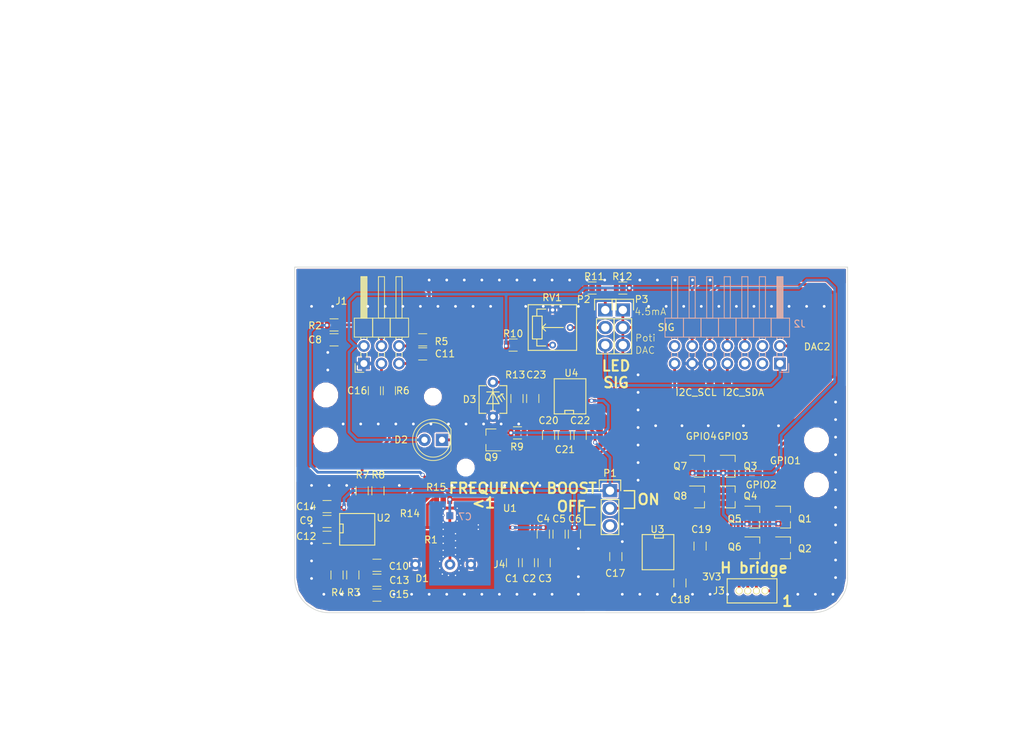
<source format=kicad_pcb>
(kicad_pcb (version 4) (host pcbnew 4.0.6-e0-6349~52~ubuntu17.04.1)

  (general
    (links 287)
    (no_connects 0)
    (area 62.150001 46.15 215.357144 157.700001)
    (thickness 1.6)
    (drawings 54)
    (tracks 368)
    (zones 0)
    (modules 224)
    (nets 39)
  )

  (page A4)
  (title_block
    (title "Analog Sensor Board UppSense 2017")
    (date 2017-07-05)
    (rev v0.2)
    (company "UppSense Heart Failure Diagnostics")
    (comment 1 "This is another alternative implementation for the analog board version v0.2. ")
  )

  (layers
    (0 F.Cu signal)
    (31 B.Cu signal)
    (32 B.Adhes user)
    (33 F.Adhes user)
    (34 B.Paste user)
    (35 F.Paste user)
    (36 B.SilkS user)
    (37 F.SilkS user)
    (38 B.Mask user)
    (39 F.Mask user hide)
    (40 Dwgs.User user)
    (41 Cmts.User user)
    (42 Eco1.User user)
    (43 Eco2.User user)
    (44 Edge.Cuts user)
    (45 Margin user)
    (46 B.CrtYd user)
    (47 F.CrtYd user)
    (48 B.Fab user)
    (49 F.Fab user)
  )

  (setup
    (last_trace_width 0.25)
    (user_trace_width 0.4)
    (trace_clearance 0.2)
    (zone_clearance 0.381)
    (zone_45_only yes)
    (trace_min 0.2)
    (segment_width 0.2)
    (edge_width 0.1)
    (via_size 0.6)
    (via_drill 0.4)
    (via_min_size 0.4)
    (via_min_drill 0.3)
    (uvia_size 0.3)
    (uvia_drill 0.1)
    (uvias_allowed no)
    (uvia_min_size 0.2)
    (uvia_min_drill 0.1)
    (pcb_text_width 0.3)
    (pcb_text_size 1.5 1.5)
    (mod_edge_width 0.15)
    (mod_text_size 1 1)
    (mod_text_width 0.15)
    (pad_size 0.4 0.4)
    (pad_drill 0.2)
    (pad_to_mask_clearance 0)
    (aux_axis_origin 0 0)
    (visible_elements FFFFFF5F)
    (pcbplotparams
      (layerselection 0x010f0_80000001)
      (usegerberextensions false)
      (excludeedgelayer true)
      (linewidth 0.100000)
      (plotframeref false)
      (viasonmask false)
      (mode 1)
      (useauxorigin false)
      (hpglpennumber 1)
      (hpglpenspeed 20)
      (hpglpendiameter 15)
      (hpglpenoverlay 2)
      (psnegative false)
      (psa4output false)
      (plotreference true)
      (plotvalue true)
      (plotinvisibletext false)
      (padsonsilk false)
      (subtractmaskfromsilk false)
      (outputformat 1)
      (mirror false)
      (drillshape 0)
      (scaleselection 1)
      (outputdirectory output/gerber/))
  )

  (net 0 "")
  (net 1 /highCurrentPart/-3.3V)
  (net 2 GND)
  (net 3 +3V3)
  (net 4 "Net-(C7-Pad1)")
  (net 5 "Net-(C7-Pad2)")
  (net 6 /interface/ADC1)
  (net 7 /interface/ADC2)
  (net 8 /interface/ADC3)
  (net 9 "Net-(C17-Pad1)")
  (net 10 "Net-(C17-Pad2)")
  (net 11 +5V)
  (net 12 "Net-(C23-Pad1)")
  (net 13 /interface/ADC4)
  (net 14 COIL_4)
  (net 15 COIL_3)
  (net 16 COIL_1)
  (net 17 COIL_2)
  (net 18 "Net-(P2-Pad1)")
  (net 19 "Net-(P2-Pad2)")
  (net 20 Signal)
  (net 21 /interface/GPIO1)
  (net 22 /interface/GPIO3)
  (net 23 /interface/GPIO2)
  (net 24 /interface/GPIO4)
  (net 25 "Net-(Q9-Pad1)")
  (net 26 "Net-(Q9-Pad2)")
  (net 27 "Net-(D2-Pad1)")
  (net 28 "Net-(R3-Pad1)")
  (net 29 "Net-(R4-Pad2)")
  (net 30 "Net-(R6-Pad1)")
  (net 31 "Net-(R7-Pad1)")
  (net 32 "Net-(R10-Pad2)")
  (net 33 /interface/DAC1)
  (net 34 /interface/DAC2)
  (net 35 /interface/I2C_SCL)
  (net 36 /interface/I2C_SDA)
  (net 37 "Net-(P1-Pad2)")
  (net 38 "Net-(R1-Pad2)")

  (net_class Default "This is the default net class."
    (clearance 0.2)
    (trace_width 0.25)
    (via_dia 0.6)
    (via_drill 0.4)
    (uvia_dia 0.3)
    (uvia_drill 0.1)
    (add_net +3V3)
    (add_net +5V)
    (add_net /highCurrentPart/-3.3V)
    (add_net /interface/ADC1)
    (add_net /interface/ADC2)
    (add_net /interface/ADC3)
    (add_net /interface/ADC4)
    (add_net /interface/DAC1)
    (add_net /interface/DAC2)
    (add_net /interface/GPIO1)
    (add_net /interface/GPIO2)
    (add_net /interface/GPIO3)
    (add_net /interface/GPIO4)
    (add_net /interface/I2C_SCL)
    (add_net /interface/I2C_SDA)
    (add_net COIL_1)
    (add_net COIL_2)
    (add_net COIL_3)
    (add_net COIL_4)
    (add_net GND)
    (add_net "Net-(C17-Pad1)")
    (add_net "Net-(C17-Pad2)")
    (add_net "Net-(C23-Pad1)")
    (add_net "Net-(C7-Pad1)")
    (add_net "Net-(C7-Pad2)")
    (add_net "Net-(D2-Pad1)")
    (add_net "Net-(P1-Pad2)")
    (add_net "Net-(P2-Pad1)")
    (add_net "Net-(P2-Pad2)")
    (add_net "Net-(Q9-Pad1)")
    (add_net "Net-(Q9-Pad2)")
    (add_net "Net-(R1-Pad2)")
    (add_net "Net-(R10-Pad2)")
    (add_net "Net-(R3-Pad1)")
    (add_net "Net-(R4-Pad2)")
    (add_net "Net-(R6-Pad1)")
    (add_net "Net-(R7-Pad1)")
    (add_net Signal)
  )

  (module Vias:Stitchging-Via-0.2-0.4 (layer F.Cu) (tedit 595E4AE5) (tstamp 595E8A14)
    (at 126.492 126.873)
    (fp_text reference REF** (at 0 1.27) (layer F.SilkS) hide
      (effects (font (size 1 1) (thickness 0.15)))
    )
    (fp_text value Stitching-Via-0.2-0.4 (at 0 -1.27) (layer F.Fab) hide
      (effects (font (size 1 1) (thickness 0.15)))
    )
    (pad ~ thru_hole circle (at 0 0) (size 0.4 0.4) (drill 0.2) (layers *.Cu)
      (net 2 GND) (zone_connect 2))
  )

  (module Vias:Stitchging-Via-0.2-0.4 (layer F.Cu) (tedit 595E4AE5) (tstamp 595E8A0E)
    (at 126.492 125.984)
    (fp_text reference REF** (at 0 1.27) (layer F.SilkS) hide
      (effects (font (size 1 1) (thickness 0.15)))
    )
    (fp_text value Stitching-Via-0.2-0.4 (at 0 -1.27) (layer F.Fab) hide
      (effects (font (size 1 1) (thickness 0.15)))
    )
    (pad ~ thru_hole circle (at 0 0) (size 0.4 0.4) (drill 0.2) (layers *.Cu)
      (net 2 GND) (zone_connect 2))
  )

  (module Vias:Stitchging-Via-0.2-0.4 (layer F.Cu) (tedit 595E4AE5) (tstamp 595E8A09)
    (at 126.492 124.968)
    (fp_text reference REF** (at 0 1.27) (layer F.SilkS) hide
      (effects (font (size 1 1) (thickness 0.15)))
    )
    (fp_text value Stitching-Via-0.2-0.4 (at 0 -1.27) (layer F.Fab) hide
      (effects (font (size 1 1) (thickness 0.15)))
    )
    (pad ~ thru_hole circle (at 0 0) (size 0.4 0.4) (drill 0.2) (layers *.Cu)
      (net 2 GND) (zone_connect 2))
  )

  (module Vias:Stitchging-Via-0.2-0.4 (layer F.Cu) (tedit 595E4AE5) (tstamp 595E8A04)
    (at 126.492 123.952)
    (fp_text reference REF** (at 0 1.27) (layer F.SilkS) hide
      (effects (font (size 1 1) (thickness 0.15)))
    )
    (fp_text value Stitching-Via-0.2-0.4 (at 0 -1.27) (layer F.Fab) hide
      (effects (font (size 1 1) (thickness 0.15)))
    )
    (pad ~ thru_hole circle (at 0 0) (size 0.4 0.4) (drill 0.2) (layers *.Cu)
      (net 2 GND) (zone_connect 2))
  )

  (module Vias:Stitchging-Via-0.2-0.4 (layer F.Cu) (tedit 595E4AE5) (tstamp 595E89FF)
    (at 126.492 122.936)
    (fp_text reference REF** (at 0 1.27) (layer F.SilkS) hide
      (effects (font (size 1 1) (thickness 0.15)))
    )
    (fp_text value Stitching-Via-0.2-0.4 (at 0 -1.27) (layer F.Fab) hide
      (effects (font (size 1 1) (thickness 0.15)))
    )
    (pad ~ thru_hole circle (at 0 0) (size 0.4 0.4) (drill 0.2) (layers *.Cu)
      (net 2 GND) (zone_connect 2))
  )

  (module Vias:Stitchging-Via-0.2-0.4 (layer F.Cu) (tedit 595E4AE5) (tstamp 595E89FA)
    (at 126.492 121.92)
    (fp_text reference REF** (at 0 1.27) (layer F.SilkS) hide
      (effects (font (size 1 1) (thickness 0.15)))
    )
    (fp_text value Stitching-Via-0.2-0.4 (at 0 -1.27) (layer F.Fab) hide
      (effects (font (size 1 1) (thickness 0.15)))
    )
    (pad ~ thru_hole circle (at 0 0) (size 0.4 0.4) (drill 0.2) (layers *.Cu)
      (net 2 GND) (zone_connect 2))
  )

  (module Vias:Stitchging-Via-0.2-0.4 (layer F.Cu) (tedit 595E4AE5) (tstamp 595E89EB)
    (at 126.492 120.904)
    (fp_text reference REF** (at 0 1.27) (layer F.SilkS) hide
      (effects (font (size 1 1) (thickness 0.15)))
    )
    (fp_text value Stitching-Via-0.2-0.4 (at 0 -1.27) (layer F.Fab) hide
      (effects (font (size 1 1) (thickness 0.15)))
    )
    (pad ~ thru_hole circle (at 0 0) (size 0.4 0.4) (drill 0.2) (layers *.Cu)
      (net 2 GND) (zone_connect 2))
  )

  (module Vias:Stitchging-Via-0.2-0.4 (layer F.Cu) (tedit 595E4AE5) (tstamp 595E89E5)
    (at 126.492 119.888)
    (fp_text reference REF** (at 0 1.27) (layer F.SilkS) hide
      (effects (font (size 1 1) (thickness 0.15)))
    )
    (fp_text value Stitching-Via-0.2-0.4 (at 0 -1.27) (layer F.Fab) hide
      (effects (font (size 1 1) (thickness 0.15)))
    )
    (pad ~ thru_hole circle (at 0 0) (size 0.4 0.4) (drill 0.2) (layers *.Cu)
      (net 2 GND) (zone_connect 2))
  )

  (module Vias:Stitchging-Via-0.2-0.4 (layer F.Cu) (tedit 595E4AE5) (tstamp 595E89D4)
    (at 128.524 119.888)
    (fp_text reference REF** (at 0 1.27) (layer F.SilkS) hide
      (effects (font (size 1 1) (thickness 0.15)))
    )
    (fp_text value Stitching-Via-0.2-0.4 (at 0 -1.27) (layer F.Fab) hide
      (effects (font (size 1 1) (thickness 0.15)))
    )
    (pad ~ thru_hole circle (at 0 0) (size 0.4 0.4) (drill 0.2) (layers *.Cu)
      (net 2 GND) (zone_connect 2))
  )

  (module Vias:Stitchging-Via-0.2-0.4 (layer F.Cu) (tedit 595E4AE5) (tstamp 595E89C4)
    (at 128.524 120.904)
    (fp_text reference REF** (at 0 1.27) (layer F.SilkS) hide
      (effects (font (size 1 1) (thickness 0.15)))
    )
    (fp_text value Stitching-Via-0.2-0.4 (at 0 -1.27) (layer F.Fab) hide
      (effects (font (size 1 1) (thickness 0.15)))
    )
    (pad ~ thru_hole circle (at 0 0) (size 0.4 0.4) (drill 0.2) (layers *.Cu)
      (net 2 GND) (zone_connect 2))
  )

  (module Vias:Stitchging-Via-0.2-0.4 (layer F.Cu) (tedit 595E4AE5) (tstamp 595E89BF)
    (at 128.524 121.7295)
    (fp_text reference REF** (at 0 1.27) (layer F.SilkS) hide
      (effects (font (size 1 1) (thickness 0.15)))
    )
    (fp_text value Stitching-Via-0.2-0.4 (at 0 -1.27) (layer F.Fab) hide
      (effects (font (size 1 1) (thickness 0.15)))
    )
    (pad ~ thru_hole circle (at 0 0) (size 0.4 0.4) (drill 0.2) (layers *.Cu)
      (net 2 GND) (zone_connect 2))
  )

  (module Vias:Stitchging-Via-0.2-0.4 (layer F.Cu) (tedit 595E4AE5) (tstamp 595E899E)
    (at 131.572 122.301)
    (fp_text reference REF** (at 0 1.27) (layer F.SilkS) hide
      (effects (font (size 1 1) (thickness 0.15)))
    )
    (fp_text value Stitching-Via-0.2-0.4 (at 0 -1.27) (layer F.Fab) hide
      (effects (font (size 1 1) (thickness 0.15)))
    )
    (pad ~ thru_hole circle (at 0 0) (size 0.4 0.4) (drill 0.2) (layers *.Cu)
      (net 2 GND) (zone_connect 2))
  )

  (module Vias:Stitchging-Via-0.2-0.4 (layer F.Cu) (tedit 595E4AE5) (tstamp 595E8999)
    (at 131.572 122.936)
    (fp_text reference REF** (at 0 1.27) (layer F.SilkS) hide
      (effects (font (size 1 1) (thickness 0.15)))
    )
    (fp_text value Stitching-Via-0.2-0.4 (at 0 -1.27) (layer F.Fab) hide
      (effects (font (size 1 1) (thickness 0.15)))
    )
    (pad ~ thru_hole circle (at 0 0) (size 0.4 0.4) (drill 0.2) (layers *.Cu)
      (net 2 GND) (zone_connect 2))
  )

  (module Vias:Stitchging-Via-0.2-0.4 (layer F.Cu) (tedit 595E4AE5) (tstamp 595E8992)
    (at 128.27 123.571)
    (fp_text reference REF** (at 0 1.27) (layer F.SilkS) hide
      (effects (font (size 1 1) (thickness 0.15)))
    )
    (fp_text value Stitching-Via-0.2-0.4 (at 0 -1.27) (layer F.Fab) hide
      (effects (font (size 1 1) (thickness 0.15)))
    )
    (pad ~ thru_hole circle (at 0 0) (size 0.4 0.4) (drill 0.2) (layers *.Cu)
      (net 2 GND) (zone_connect 2))
  )

  (module Vias:Stitchging-Via-0.2-0.4 (layer F.Cu) (tedit 595E4AE5) (tstamp 595E898D)
    (at 128.27 124.587)
    (fp_text reference REF** (at 0 1.27) (layer F.SilkS) hide
      (effects (font (size 1 1) (thickness 0.15)))
    )
    (fp_text value Stitching-Via-0.2-0.4 (at 0 -1.27) (layer F.Fab) hide
      (effects (font (size 1 1) (thickness 0.15)))
    )
    (pad ~ thru_hole circle (at 0 0) (size 0.4 0.4) (drill 0.2) (layers *.Cu)
      (net 2 GND) (zone_connect 2))
  )

  (module Vias:Stitchging-Via-0.2-0.4 (layer F.Cu) (tedit 595E4AE5) (tstamp 595E8987)
    (at 128.27 125.603)
    (fp_text reference REF** (at 0 1.27) (layer F.SilkS) hide
      (effects (font (size 1 1) (thickness 0.15)))
    )
    (fp_text value Stitching-Via-0.2-0.4 (at 0 -1.27) (layer F.Fab) hide
      (effects (font (size 1 1) (thickness 0.15)))
    )
    (pad ~ thru_hole circle (at 0 0) (size 0.4 0.4) (drill 0.2) (layers *.Cu)
      (net 2 GND) (zone_connect 2))
  )

  (module Vias:Stitchging-Via-0.2-0.4 (layer F.Cu) (tedit 595E4AF1) (tstamp 595E8982)
    (at 125.984 127.5715)
    (fp_text reference REF** (at 0 1.27) (layer F.SilkS) hide
      (effects (font (size 1 1) (thickness 0.15)))
    )
    (fp_text value Stitching-Via-0.2-0.4 (at 0 -1.27) (layer F.Fab) hide
      (effects (font (size 1 1) (thickness 0.15)))
    )
    (pad ~ thru_hole circle (at 0 0) (size 0.4 0.4) (drill 0.2) (layers *.Cu)
      (net 2 GND) (zone_connect 2))
  )

  (module Vias:Stitchging-Via-0.2-0.4 (layer F.Cu) (tedit 595E4AF1) (tstamp 595E897D)
    (at 125.984 128.5875)
    (fp_text reference REF** (at 0 1.27) (layer F.SilkS) hide
      (effects (font (size 1 1) (thickness 0.15)))
    )
    (fp_text value Stitching-Via-0.2-0.4 (at 0 -1.27) (layer F.Fab) hide
      (effects (font (size 1 1) (thickness 0.15)))
    )
    (pad ~ thru_hole circle (at 0 0) (size 0.4 0.4) (drill 0.2) (layers *.Cu)
      (net 2 GND) (zone_connect 2))
  )

  (module Vias:Stitchging-Via-0.2-0.4 (layer F.Cu) (tedit 595E4AF1) (tstamp 595E8978)
    (at 126.365 129.413)
    (fp_text reference REF** (at 0 1.27) (layer F.SilkS) hide
      (effects (font (size 1 1) (thickness 0.15)))
    )
    (fp_text value Stitching-Via-0.2-0.4 (at 0 -1.27) (layer F.Fab) hide
      (effects (font (size 1 1) (thickness 0.15)))
    )
    (pad ~ thru_hole circle (at 0 0) (size 0.4 0.4) (drill 0.2) (layers *.Cu)
      (net 2 GND) (zone_connect 2))
  )

  (module Vias:Stitchging-Via-0.2-0.4 (layer F.Cu) (tedit 595E4AF1) (tstamp 595E8973)
    (at 127.254 129.6035)
    (fp_text reference REF** (at 0 1.27) (layer F.SilkS) hide
      (effects (font (size 1 1) (thickness 0.15)))
    )
    (fp_text value Stitching-Via-0.2-0.4 (at 0 -1.27) (layer F.Fab) hide
      (effects (font (size 1 1) (thickness 0.15)))
    )
    (pad ~ thru_hole circle (at 0 0) (size 0.4 0.4) (drill 0.2) (layers *.Cu)
      (net 2 GND) (zone_connect 2))
  )

  (module Vias:Stitchging-Via-0.2-0.4 (layer F.Cu) (tedit 595E4AF1) (tstamp 595E896E)
    (at 128.27 129.6035)
    (fp_text reference REF** (at 0 1.27) (layer F.SilkS) hide
      (effects (font (size 1 1) (thickness 0.15)))
    )
    (fp_text value Stitching-Via-0.2-0.4 (at 0 -1.27) (layer F.Fab) hide
      (effects (font (size 1 1) (thickness 0.15)))
    )
    (pad ~ thru_hole circle (at 0 0) (size 0.4 0.4) (drill 0.2) (layers *.Cu)
      (net 2 GND) (zone_connect 2))
  )

  (module Vias:Stitchging-Via-0.2-0.4 (layer F.Cu) (tedit 595E4AF1) (tstamp 595E8969)
    (at 128.778 128.905)
    (fp_text reference REF** (at 0 1.27) (layer F.SilkS) hide
      (effects (font (size 1 1) (thickness 0.15)))
    )
    (fp_text value Stitching-Via-0.2-0.4 (at 0 -1.27) (layer F.Fab) hide
      (effects (font (size 1 1) (thickness 0.15)))
    )
    (pad ~ thru_hole circle (at 0 0) (size 0.4 0.4) (drill 0.2) (layers *.Cu)
      (net 2 GND) (zone_connect 2))
  )

  (module Vias:Stitchging-Via-0.2-0.4 (layer F.Cu) (tedit 595E4AEE) (tstamp 595E8931)
    (at 128.905 127.254)
    (fp_text reference REF** (at 0 1.27) (layer F.SilkS) hide
      (effects (font (size 1 1) (thickness 0.15)))
    )
    (fp_text value Stitching-Via-0.2-0.4 (at 0 -1.27) (layer F.Fab) hide
      (effects (font (size 1 1) (thickness 0.15)))
    )
    (pad ~ thru_hole circle (at 0 0) (size 0.4 0.4) (drill 0.2) (layers *.Cu)
      (net 2 GND) (zone_connect 2))
  )

  (module Vias:Stitchging-Via-0.2-0.4 (layer F.Cu) (tedit 595E4AF1) (tstamp 595E892C)
    (at 129.032 128.143)
    (fp_text reference REF** (at 0 1.27) (layer F.SilkS) hide
      (effects (font (size 1 1) (thickness 0.15)))
    )
    (fp_text value Stitching-Via-0.2-0.4 (at 0 -1.27) (layer F.Fab) hide
      (effects (font (size 1 1) (thickness 0.15)))
    )
    (pad ~ thru_hole circle (at 0 0) (size 0.4 0.4) (drill 0.2) (layers *.Cu)
      (net 2 GND) (zone_connect 2))
  )

  (module Vias:Stitchging-Via-0.2-0.4 (layer F.Cu) (tedit 595E4AE5) (tstamp 595E8922)
    (at 128.27 126.619)
    (fp_text reference REF** (at 0 1.27) (layer F.SilkS) hide
      (effects (font (size 1 1) (thickness 0.15)))
    )
    (fp_text value Stitching-Via-0.2-0.4 (at 0 -1.27) (layer F.Fab) hide
      (effects (font (size 1 1) (thickness 0.15)))
    )
    (pad ~ thru_hole circle (at 0 0) (size 0.4 0.4) (drill 0.2) (layers *.Cu)
      (net 2 GND) (zone_connect 2))
  )

  (module Vias:Stitchging-Via-0.4-0.7 (layer F.Cu) (tedit 595CD3B3) (tstamp 595D1A1E)
    (at 112.014 107.696)
    (fp_text reference REF** (at 0 1.27) (layer F.SilkS) hide
      (effects (font (size 1 1) (thickness 0.15)))
    )
    (fp_text value Stitching-Via-0.4-0.7 (at 0 -1.27) (layer F.Fab) hide
      (effects (font (size 1 1) (thickness 0.15)))
    )
    (pad ~ thru_hole circle (at 0 0) (size 0.7 0.7) (drill 0.4) (layers *.Cu)
      (net 2 GND) (zone_connect 2))
  )

  (module Vias:Stitchging-Via-0.4-0.7 (layer F.Cu) (tedit 595CD3B3) (tstamp 595D1A16)
    (at 117.094 107.696)
    (fp_text reference REF** (at 0 1.27) (layer F.SilkS) hide
      (effects (font (size 1 1) (thickness 0.15)))
    )
    (fp_text value Stitching-Via-0.4-0.7 (at 0 -1.27) (layer F.Fab) hide
      (effects (font (size 1 1) (thickness 0.15)))
    )
    (pad ~ thru_hole circle (at 0 0) (size 0.7 0.7) (drill 0.4) (layers *.Cu)
      (net 2 GND) (zone_connect 2))
  )

  (module Vias:Stitchging-Via-0.4-0.7 (layer F.Cu) (tedit 595CD3B3) (tstamp 595D1A12)
    (at 114.554 107.696)
    (fp_text reference REF** (at 0 1.27) (layer F.SilkS) hide
      (effects (font (size 1 1) (thickness 0.15)))
    )
    (fp_text value Stitching-Via-0.4-0.7 (at 0 -1.27) (layer F.Fab) hide
      (effects (font (size 1 1) (thickness 0.15)))
    )
    (pad ~ thru_hole circle (at 0 0) (size 0.7 0.7) (drill 0.4) (layers *.Cu)
      (net 2 GND) (zone_connect 2))
  )

  (module Vias:Stitchging-Via-0.4-0.7 (layer F.Cu) (tedit 595CD3B3) (tstamp 595D19EE)
    (at 129.794 107.696)
    (fp_text reference REF** (at 0 1.27) (layer F.SilkS) hide
      (effects (font (size 1 1) (thickness 0.15)))
    )
    (fp_text value Stitching-Via-0.4-0.7 (at 0 -1.27) (layer F.Fab) hide
      (effects (font (size 1 1) (thickness 0.15)))
    )
    (pad ~ thru_hole circle (at 0 0) (size 0.7 0.7) (drill 0.4) (layers *.Cu)
      (net 2 GND) (zone_connect 2))
  )

  (module Vias:Stitchging-Via-0.4-0.7 (layer F.Cu) (tedit 595CD3B3) (tstamp 595D19EA)
    (at 132.334 107.696)
    (fp_text reference REF** (at 0 1.27) (layer F.SilkS) hide
      (effects (font (size 1 1) (thickness 0.15)))
    )
    (fp_text value Stitching-Via-0.4-0.7 (at 0 -1.27) (layer F.Fab) hide
      (effects (font (size 1 1) (thickness 0.15)))
    )
    (pad ~ thru_hole circle (at 0 0) (size 0.7 0.7) (drill 0.4) (layers *.Cu)
      (net 2 GND) (zone_connect 2))
  )

  (module Vias:Stitchging-Via-0.4-0.7 (layer F.Cu) (tedit 595CD3B3) (tstamp 595D19E6)
    (at 137.414 107.696)
    (fp_text reference REF** (at 0 1.27) (layer F.SilkS) hide
      (effects (font (size 1 1) (thickness 0.15)))
    )
    (fp_text value Stitching-Via-0.4-0.7 (at 0 -1.27) (layer F.Fab) hide
      (effects (font (size 1 1) (thickness 0.15)))
    )
    (pad ~ thru_hole circle (at 0 0) (size 0.7 0.7) (drill 0.4) (layers *.Cu)
      (net 2 GND) (zone_connect 2))
  )

  (module Vias:Stitchging-Via-0.4-0.7 (layer F.Cu) (tedit 595CD3B3) (tstamp 595D19E2)
    (at 134.874 107.696)
    (fp_text reference REF** (at 0 1.27) (layer F.SilkS) hide
      (effects (font (size 1 1) (thickness 0.15)))
    )
    (fp_text value Stitching-Via-0.4-0.7 (at 0 -1.27) (layer F.Fab) hide
      (effects (font (size 1 1) (thickness 0.15)))
    )
    (pad ~ thru_hole circle (at 0 0) (size 0.7 0.7) (drill 0.4) (layers *.Cu)
      (net 2 GND) (zone_connect 2))
  )

  (module Vias:Stitchging-Via-0.4-0.7 (layer F.Cu) (tedit 595CD3B3) (tstamp 595D19DE)
    (at 124.714 107.696)
    (fp_text reference REF** (at 0 1.27) (layer F.SilkS) hide
      (effects (font (size 1 1) (thickness 0.15)))
    )
    (fp_text value Stitching-Via-0.4-0.7 (at 0 -1.27) (layer F.Fab) hide
      (effects (font (size 1 1) (thickness 0.15)))
    )
    (pad ~ thru_hole circle (at 0 0) (size 0.7 0.7) (drill 0.4) (layers *.Cu)
      (net 2 GND) (zone_connect 2))
  )

  (module Vias:Stitchging-Via-0.4-0.7 (layer F.Cu) (tedit 595CD3B3) (tstamp 595D19DA)
    (at 127.254 107.696)
    (fp_text reference REF** (at 0 1.27) (layer F.SilkS) hide
      (effects (font (size 1 1) (thickness 0.15)))
    )
    (fp_text value Stitching-Via-0.4-0.7 (at 0 -1.27) (layer F.Fab) hide
      (effects (font (size 1 1) (thickness 0.15)))
    )
    (pad ~ thru_hole circle (at 0 0) (size 0.7 0.7) (drill 0.4) (layers *.Cu)
      (net 2 GND) (zone_connect 2))
  )

  (module Vias:Stitchging-Via-0.4-0.7 (layer F.Cu) (tedit 595CD3B3) (tstamp 595D19D6)
    (at 122.174 107.696)
    (fp_text reference REF** (at 0 1.27) (layer F.SilkS) hide
      (effects (font (size 1 1) (thickness 0.15)))
    )
    (fp_text value Stitching-Via-0.4-0.7 (at 0 -1.27) (layer F.Fab) hide
      (effects (font (size 1 1) (thickness 0.15)))
    )
    (pad ~ thru_hole circle (at 0 0) (size 0.7 0.7) (drill 0.4) (layers *.Cu)
      (net 2 GND) (zone_connect 2))
  )

  (module Vias:Stitchging-Via-0.4-0.7 (layer F.Cu) (tedit 595CD3B3) (tstamp 595D19D2)
    (at 119.634 107.696)
    (fp_text reference REF** (at 0 1.27) (layer F.SilkS) hide
      (effects (font (size 1 1) (thickness 0.15)))
    )
    (fp_text value Stitching-Via-0.4-0.7 (at 0 -1.27) (layer F.Fab) hide
      (effects (font (size 1 1) (thickness 0.15)))
    )
    (pad ~ thru_hole circle (at 0 0) (size 0.7 0.7) (drill 0.4) (layers *.Cu)
      (net 2 GND) (zone_connect 2))
  )

  (module Vias:Stitchging-Via-0.4-0.7 (layer F.Cu) (tedit 595CD3B3) (tstamp 595D19C0)
    (at 169.926 107.95)
    (fp_text reference REF** (at 0 1.27) (layer F.SilkS) hide
      (effects (font (size 1 1) (thickness 0.15)))
    )
    (fp_text value Stitching-Via-0.4-0.7 (at 0 -1.27) (layer F.Fab) hide
      (effects (font (size 1 1) (thickness 0.15)))
    )
    (pad ~ thru_hole circle (at 0 0) (size 0.7 0.7) (drill 0.4) (layers *.Cu)
      (net 2 GND) (zone_connect 2))
  )

  (module Vias:Stitchging-Via-0.4-0.7 (layer F.Cu) (tedit 595CD3B3) (tstamp 595D19BC)
    (at 175.006 107.95)
    (fp_text reference REF** (at 0 1.27) (layer F.SilkS) hide
      (effects (font (size 1 1) (thickness 0.15)))
    )
    (fp_text value Stitching-Via-0.4-0.7 (at 0 -1.27) (layer F.Fab) hide
      (effects (font (size 1 1) (thickness 0.15)))
    )
    (pad ~ thru_hole circle (at 0 0) (size 0.7 0.7) (drill 0.4) (layers *.Cu)
      (net 2 GND) (zone_connect 2))
  )

  (module Vias:Stitchging-Via-0.4-0.7 (layer F.Cu) (tedit 595CD3B3) (tstamp 595D19B4)
    (at 161.036 107.95)
    (fp_text reference REF** (at 0 1.27) (layer F.SilkS) hide
      (effects (font (size 1 1) (thickness 0.15)))
    )
    (fp_text value Stitching-Via-0.4-0.7 (at 0 -1.27) (layer F.Fab) hide
      (effects (font (size 1 1) (thickness 0.15)))
    )
    (pad ~ thru_hole circle (at 0 0) (size 0.7 0.7) (drill 0.4) (layers *.Cu)
      (net 2 GND) (zone_connect 2))
  )

  (module Vias:Stitchging-Via-0.4-0.7 (layer F.Cu) (tedit 595CD3B3) (tstamp 595D19A8)
    (at 164.846 107.95)
    (fp_text reference REF** (at 0 1.27) (layer F.SilkS) hide
      (effects (font (size 1 1) (thickness 0.15)))
    )
    (fp_text value Stitching-Via-0.4-0.7 (at 0 -1.27) (layer F.Fab) hide
      (effects (font (size 1 1) (thickness 0.15)))
    )
    (pad ~ thru_hole circle (at 0 0) (size 0.7 0.7) (drill 0.4) (layers *.Cu)
      (net 2 GND) (zone_connect 2))
  )

  (module Vias:Stitchging-Via-0.4-0.7 (layer F.Cu) (tedit 595CD3B3) (tstamp 595D19A0)
    (at 157.226 107.95)
    (fp_text reference REF** (at 0 1.27) (layer F.SilkS) hide
      (effects (font (size 1 1) (thickness 0.15)))
    )
    (fp_text value Stitching-Via-0.4-0.7 (at 0 -1.27) (layer F.Fab) hide
      (effects (font (size 1 1) (thickness 0.15)))
    )
    (pad ~ thru_hole circle (at 0 0) (size 0.7 0.7) (drill 0.4) (layers *.Cu)
      (net 2 GND) (zone_connect 2))
  )

  (module Vias:Stitchging-Via-0.4-0.7 (layer F.Cu) (tedit 595CD3B3) (tstamp 595D18BC)
    (at 146.05 132.334 90)
    (fp_text reference REF** (at 0 1.27 90) (layer F.SilkS) hide
      (effects (font (size 1 1) (thickness 0.15)))
    )
    (fp_text value Stitching-Via-0.4-0.7 (at 0 -1.27 90) (layer F.Fab) hide
      (effects (font (size 1 1) (thickness 0.15)))
    )
    (pad ~ thru_hole circle (at 0 0 90) (size 0.7 0.7) (drill 0.4) (layers *.Cu)
      (net 2 GND) (zone_connect 2))
  )

  (module Vias:Stitchging-Via-0.4-0.7 (layer F.Cu) (tedit 595CD3B3) (tstamp 595D18B4)
    (at 146.05 129.794 90)
    (fp_text reference REF** (at 0 1.27 90) (layer F.SilkS) hide
      (effects (font (size 1 1) (thickness 0.15)))
    )
    (fp_text value Stitching-Via-0.4-0.7 (at 0 -1.27 90) (layer F.Fab) hide
      (effects (font (size 1 1) (thickness 0.15)))
    )
    (pad ~ thru_hole circle (at 0 0 90) (size 0.7 0.7) (drill 0.4) (layers *.Cu)
      (net 2 GND) (zone_connect 2))
  )

  (module Vias:Stitchging-Via-0.4-0.7 (layer F.Cu) (tedit 595CD3B3) (tstamp 595D18B0)
    (at 146.05 125.73 90)
    (fp_text reference REF** (at 0 1.27 90) (layer F.SilkS) hide
      (effects (font (size 1 1) (thickness 0.15)))
    )
    (fp_text value Stitching-Via-0.4-0.7 (at 0 -1.27 90) (layer F.Fab) hide
      (effects (font (size 1 1) (thickness 0.15)))
    )
    (pad ~ thru_hole circle (at 0 0 90) (size 0.7 0.7) (drill 0.4) (layers *.Cu)
      (net 2 GND) (zone_connect 2))
  )

  (module Vias:Stitchging-Via-0.4-0.7 (layer F.Cu) (tedit 595CD3B3) (tstamp 595D1884)
    (at 152.4 124.714 90)
    (fp_text reference REF** (at 0 1.27 90) (layer F.SilkS) hide
      (effects (font (size 1 1) (thickness 0.15)))
    )
    (fp_text value Stitching-Via-0.4-0.7 (at 0 -1.27 90) (layer F.Fab) hide
      (effects (font (size 1 1) (thickness 0.15)))
    )
    (pad ~ thru_hole circle (at 0 0 90) (size 0.7 0.7) (drill 0.4) (layers *.Cu)
      (net 2 GND) (zone_connect 2))
  )

  (module Vias:Stitchging-Via-0.4-0.7 (layer F.Cu) (tedit 595CD3B3) (tstamp 595D187C)
    (at 152.4 122.174 90)
    (fp_text reference REF** (at 0 1.27 90) (layer F.SilkS) hide
      (effects (font (size 1 1) (thickness 0.15)))
    )
    (fp_text value Stitching-Via-0.4-0.7 (at 0 -1.27 90) (layer F.Fab) hide
      (effects (font (size 1 1) (thickness 0.15)))
    )
    (pad ~ thru_hole circle (at 0 0 90) (size 0.7 0.7) (drill 0.4) (layers *.Cu)
      (net 2 GND) (zone_connect 2))
  )

  (module Vias:Stitchging-Via-0.4-0.7 (layer F.Cu) (tedit 595CD3B3) (tstamp 595D1878)
    (at 154.686 115.824 90)
    (fp_text reference REF** (at 0 1.27 90) (layer F.SilkS) hide
      (effects (font (size 1 1) (thickness 0.15)))
    )
    (fp_text value Stitching-Via-0.4-0.7 (at 0 -1.27 90) (layer F.Fab) hide
      (effects (font (size 1 1) (thickness 0.15)))
    )
    (pad ~ thru_hole circle (at 0 0 90) (size 0.7 0.7) (drill 0.4) (layers *.Cu)
      (net 2 GND) (zone_connect 2))
  )

  (module Vias:Stitchging-Via-0.4-0.7 (layer F.Cu) (tedit 595CD3B3) (tstamp 595D180C)
    (at 154.686 103.124 90)
    (fp_text reference REF** (at 0 1.27 90) (layer F.SilkS) hide
      (effects (font (size 1 1) (thickness 0.15)))
    )
    (fp_text value Stitching-Via-0.4-0.7 (at 0 -1.27 90) (layer F.Fab) hide
      (effects (font (size 1 1) (thickness 0.15)))
    )
    (pad ~ thru_hole circle (at 0 0 90) (size 0.7 0.7) (drill 0.4) (layers *.Cu)
      (net 2 GND) (zone_connect 2))
  )

  (module Vias:Stitchging-Via-0.4-0.7 (layer F.Cu) (tedit 595CD3B3) (tstamp 595D1808)
    (at 154.686 100.584 90)
    (fp_text reference REF** (at 0 1.27 90) (layer F.SilkS) hide
      (effects (font (size 1 1) (thickness 0.15)))
    )
    (fp_text value Stitching-Via-0.4-0.7 (at 0 -1.27 90) (layer F.Fab) hide
      (effects (font (size 1 1) (thickness 0.15)))
    )
    (pad ~ thru_hole circle (at 0 0 90) (size 0.7 0.7) (drill 0.4) (layers *.Cu)
      (net 2 GND) (zone_connect 2))
  )

  (module Vias:Stitchging-Via-0.4-0.7 (layer F.Cu) (tedit 595CD3B3) (tstamp 595D17FC)
    (at 154.686 108.204 90)
    (fp_text reference REF** (at 0 1.27 90) (layer F.SilkS) hide
      (effects (font (size 1 1) (thickness 0.15)))
    )
    (fp_text value Stitching-Via-0.4-0.7 (at 0 -1.27 90) (layer F.Fab) hide
      (effects (font (size 1 1) (thickness 0.15)))
    )
    (pad ~ thru_hole circle (at 0 0 90) (size 0.7 0.7) (drill 0.4) (layers *.Cu)
      (net 2 GND) (zone_connect 2))
  )

  (module Vias:Stitchging-Via-0.4-0.7 (layer F.Cu) (tedit 595CD3B3) (tstamp 595D17F8)
    (at 154.686 105.664 90)
    (fp_text reference REF** (at 0 1.27 90) (layer F.SilkS) hide
      (effects (font (size 1 1) (thickness 0.15)))
    )
    (fp_text value Stitching-Via-0.4-0.7 (at 0 -1.27 90) (layer F.Fab) hide
      (effects (font (size 1 1) (thickness 0.15)))
    )
    (pad ~ thru_hole circle (at 0 0 90) (size 0.7 0.7) (drill 0.4) (layers *.Cu)
      (net 2 GND) (zone_connect 2))
  )

  (module Vias:Stitchging-Via-0.4-0.7 (layer F.Cu) (tedit 595CD3B3) (tstamp 595D17F4)
    (at 154.686 110.744 90)
    (fp_text reference REF** (at 0 1.27 90) (layer F.SilkS) hide
      (effects (font (size 1 1) (thickness 0.15)))
    )
    (fp_text value Stitching-Via-0.4-0.7 (at 0 -1.27 90) (layer F.Fab) hide
      (effects (font (size 1 1) (thickness 0.15)))
    )
    (pad ~ thru_hole circle (at 0 0 90) (size 0.7 0.7) (drill 0.4) (layers *.Cu)
      (net 2 GND) (zone_connect 2))
  )

  (module Vias:Stitchging-Via-0.4-0.7 (layer F.Cu) (tedit 595CD3B3) (tstamp 595D17F0)
    (at 154.686 113.284 90)
    (fp_text reference REF** (at 0 1.27 90) (layer F.SilkS) hide
      (effects (font (size 1 1) (thickness 0.15)))
    )
    (fp_text value Stitching-Via-0.4-0.7 (at 0 -1.27 90) (layer F.Fab) hide
      (effects (font (size 1 1) (thickness 0.15)))
    )
    (pad ~ thru_hole circle (at 0 0 90) (size 0.7 0.7) (drill 0.4) (layers *.Cu)
      (net 2 GND) (zone_connect 2))
  )

  (module Vias:Stitchging-Via-0.4-0.7 (layer F.Cu) (tedit 595CD3B3) (tstamp 595D1784)
    (at 137.16 86.868)
    (fp_text reference REF** (at 0 1.27) (layer F.SilkS) hide
      (effects (font (size 1 1) (thickness 0.15)))
    )
    (fp_text value Stitching-Via-0.4-0.7 (at 0 -1.27) (layer F.Fab) hide
      (effects (font (size 1 1) (thickness 0.15)))
    )
    (pad ~ thru_hole circle (at 0 0) (size 0.7 0.7) (drill 0.4) (layers *.Cu)
      (net 2 GND) (zone_connect 2))
  )

  (module Vias:Stitchging-Via-0.4-0.7 (layer F.Cu) (tedit 595CD3B3) (tstamp 595D1780)
    (at 142.24 86.868)
    (fp_text reference REF** (at 0 1.27) (layer F.SilkS) hide
      (effects (font (size 1 1) (thickness 0.15)))
    )
    (fp_text value Stitching-Via-0.4-0.7 (at 0 -1.27) (layer F.Fab) hide
      (effects (font (size 1 1) (thickness 0.15)))
    )
    (pad ~ thru_hole circle (at 0 0) (size 0.7 0.7) (drill 0.4) (layers *.Cu)
      (net 2 GND) (zone_connect 2))
  )

  (module Vias:Stitchging-Via-0.4-0.7 (layer F.Cu) (tedit 595CD3B3) (tstamp 595D177C)
    (at 139.7 86.868)
    (fp_text reference REF** (at 0 1.27) (layer F.SilkS) hide
      (effects (font (size 1 1) (thickness 0.15)))
    )
    (fp_text value Stitching-Via-0.4-0.7 (at 0 -1.27) (layer F.Fab) hide
      (effects (font (size 1 1) (thickness 0.15)))
    )
    (pad ~ thru_hole circle (at 0 0) (size 0.7 0.7) (drill 0.4) (layers *.Cu)
      (net 2 GND) (zone_connect 2))
  )

  (module Vias:Stitchging-Via-0.4-0.7 (layer F.Cu) (tedit 595CD3B3) (tstamp 595D1778)
    (at 149.86 86.868)
    (fp_text reference REF** (at 0 1.27) (layer F.SilkS) hide
      (effects (font (size 1 1) (thickness 0.15)))
    )
    (fp_text value Stitching-Via-0.4-0.7 (at 0 -1.27) (layer F.Fab) hide
      (effects (font (size 1 1) (thickness 0.15)))
    )
    (pad ~ thru_hole circle (at 0 0) (size 0.7 0.7) (drill 0.4) (layers *.Cu)
      (net 2 GND) (zone_connect 2))
  )

  (module Vias:Stitchging-Via-0.4-0.7 (layer F.Cu) (tedit 595CD3B3) (tstamp 595D1774)
    (at 152.4 86.868)
    (fp_text reference REF** (at 0 1.27) (layer F.SilkS) hide
      (effects (font (size 1 1) (thickness 0.15)))
    )
    (fp_text value Stitching-Via-0.4-0.7 (at 0 -1.27) (layer F.Fab) hide
      (effects (font (size 1 1) (thickness 0.15)))
    )
    (pad ~ thru_hole circle (at 0 0) (size 0.7 0.7) (drill 0.4) (layers *.Cu)
      (net 2 GND) (zone_connect 2))
  )

  (module Vias:Stitchging-Via-0.4-0.7 (layer F.Cu) (tedit 595CD3B3) (tstamp 595D1770)
    (at 147.32 86.868)
    (fp_text reference REF** (at 0 1.27) (layer F.SilkS) hide
      (effects (font (size 1 1) (thickness 0.15)))
    )
    (fp_text value Stitching-Via-0.4-0.7 (at 0 -1.27) (layer F.Fab) hide
      (effects (font (size 1 1) (thickness 0.15)))
    )
    (pad ~ thru_hole circle (at 0 0) (size 0.7 0.7) (drill 0.4) (layers *.Cu)
      (net 2 GND) (zone_connect 2))
  )

  (module Vias:Stitchging-Via-0.4-0.7 (layer F.Cu) (tedit 595CD3B3) (tstamp 595D176C)
    (at 144.78 86.868)
    (fp_text reference REF** (at 0 1.27) (layer F.SilkS) hide
      (effects (font (size 1 1) (thickness 0.15)))
    )
    (fp_text value Stitching-Via-0.4-0.7 (at 0 -1.27) (layer F.Fab) hide
      (effects (font (size 1 1) (thickness 0.15)))
    )
    (pad ~ thru_hole circle (at 0 0) (size 0.7 0.7) (drill 0.4) (layers *.Cu)
      (net 2 GND) (zone_connect 2))
  )

  (module Vias:Stitchging-Via-0.4-0.7 (layer F.Cu) (tedit 595CD3B3) (tstamp 595D1768)
    (at 162.56 86.868)
    (fp_text reference REF** (at 0 1.27) (layer F.SilkS) hide
      (effects (font (size 1 1) (thickness 0.15)))
    )
    (fp_text value Stitching-Via-0.4-0.7 (at 0 -1.27) (layer F.Fab) hide
      (effects (font (size 1 1) (thickness 0.15)))
    )
    (pad ~ thru_hole circle (at 0 0) (size 0.7 0.7) (drill 0.4) (layers *.Cu)
      (net 2 GND) (zone_connect 2))
  )

  (module Vias:Stitchging-Via-0.4-0.7 (layer F.Cu) (tedit 595CD3B3) (tstamp 595D1764)
    (at 165.1 86.868)
    (fp_text reference REF** (at 0 1.27) (layer F.SilkS) hide
      (effects (font (size 1 1) (thickness 0.15)))
    )
    (fp_text value Stitching-Via-0.4-0.7 (at 0 -1.27) (layer F.Fab) hide
      (effects (font (size 1 1) (thickness 0.15)))
    )
    (pad ~ thru_hole circle (at 0 0) (size 0.7 0.7) (drill 0.4) (layers *.Cu)
      (net 2 GND) (zone_connect 2))
  )

  (module Vias:Stitchging-Via-0.4-0.7 (layer F.Cu) (tedit 595CD3B3) (tstamp 595D1760)
    (at 157.48 86.868)
    (fp_text reference REF** (at 0 1.27) (layer F.SilkS) hide
      (effects (font (size 1 1) (thickness 0.15)))
    )
    (fp_text value Stitching-Via-0.4-0.7 (at 0 -1.27) (layer F.Fab) hide
      (effects (font (size 1 1) (thickness 0.15)))
    )
    (pad ~ thru_hole circle (at 0 0) (size 0.7 0.7) (drill 0.4) (layers *.Cu)
      (net 2 GND) (zone_connect 2))
  )

  (module Vias:Stitchging-Via-0.4-0.7 (layer F.Cu) (tedit 595CD3B3) (tstamp 595D175C)
    (at 160.02 86.868)
    (fp_text reference REF** (at 0 1.27) (layer F.SilkS) hide
      (effects (font (size 1 1) (thickness 0.15)))
    )
    (fp_text value Stitching-Via-0.4-0.7 (at 0 -1.27) (layer F.Fab) hide
      (effects (font (size 1 1) (thickness 0.15)))
    )
    (pad ~ thru_hole circle (at 0 0) (size 0.7 0.7) (drill 0.4) (layers *.Cu)
      (net 2 GND) (zone_connect 2))
  )

  (module Vias:Stitchging-Via-0.4-0.7 (layer F.Cu) (tedit 595CD3B3) (tstamp 595D1758)
    (at 154.94 86.868)
    (fp_text reference REF** (at 0 1.27) (layer F.SilkS) hide
      (effects (font (size 1 1) (thickness 0.15)))
    )
    (fp_text value Stitching-Via-0.4-0.7 (at 0 -1.27) (layer F.Fab) hide
      (effects (font (size 1 1) (thickness 0.15)))
    )
    (pad ~ thru_hole circle (at 0 0) (size 0.7 0.7) (drill 0.4) (layers *.Cu)
      (net 2 GND) (zone_connect 2))
  )

  (module Vias:Stitchging-Via-0.4-0.7 (layer F.Cu) (tedit 595CD3B3) (tstamp 595D1750)
    (at 127 86.868)
    (fp_text reference REF** (at 0 1.27) (layer F.SilkS) hide
      (effects (font (size 1 1) (thickness 0.15)))
    )
    (fp_text value Stitching-Via-0.4-0.7 (at 0 -1.27) (layer F.Fab) hide
      (effects (font (size 1 1) (thickness 0.15)))
    )
    (pad ~ thru_hole circle (at 0 0) (size 0.7 0.7) (drill 0.4) (layers *.Cu)
      (net 2 GND) (zone_connect 2))
  )

  (module Vias:Stitchging-Via-0.4-0.7 (layer F.Cu) (tedit 595CD3B3) (tstamp 595D174C)
    (at 124.46 86.868)
    (fp_text reference REF** (at 0 1.27) (layer F.SilkS) hide
      (effects (font (size 1 1) (thickness 0.15)))
    )
    (fp_text value Stitching-Via-0.4-0.7 (at 0 -1.27) (layer F.Fab) hide
      (effects (font (size 1 1) (thickness 0.15)))
    )
    (pad ~ thru_hole circle (at 0 0) (size 0.7 0.7) (drill 0.4) (layers *.Cu)
      (net 2 GND) (zone_connect 2))
  )

  (module Vias:Stitchging-Via-0.4-0.7 (layer F.Cu) (tedit 595CD3B3) (tstamp 595D1748)
    (at 134.62 86.868)
    (fp_text reference REF** (at 0 1.27) (layer F.SilkS) hide
      (effects (font (size 1 1) (thickness 0.15)))
    )
    (fp_text value Stitching-Via-0.4-0.7 (at 0 -1.27) (layer F.Fab) hide
      (effects (font (size 1 1) (thickness 0.15)))
    )
    (pad ~ thru_hole circle (at 0 0) (size 0.7 0.7) (drill 0.4) (layers *.Cu)
      (net 2 GND) (zone_connect 2))
  )

  (module Vias:Stitchging-Via-0.4-0.7 (layer F.Cu) (tedit 595CD3B3) (tstamp 595D1744)
    (at 132.08 86.868)
    (fp_text reference REF** (at 0 1.27) (layer F.SilkS) hide
      (effects (font (size 1 1) (thickness 0.15)))
    )
    (fp_text value Stitching-Via-0.4-0.7 (at 0 -1.27) (layer F.Fab) hide
      (effects (font (size 1 1) (thickness 0.15)))
    )
    (pad ~ thru_hole circle (at 0 0) (size 0.7 0.7) (drill 0.4) (layers *.Cu)
      (net 2 GND) (zone_connect 2))
  )

  (module Vias:Stitchging-Via-0.4-0.7 (layer F.Cu) (tedit 595CD3B3) (tstamp 595D1740)
    (at 129.54 86.868)
    (fp_text reference REF** (at 0 1.27) (layer F.SilkS) hide
      (effects (font (size 1 1) (thickness 0.15)))
    )
    (fp_text value Stitching-Via-0.4-0.7 (at 0 -1.27) (layer F.Fab) hide
      (effects (font (size 1 1) (thickness 0.15)))
    )
    (pad ~ thru_hole circle (at 0 0) (size 0.7 0.7) (drill 0.4) (layers *.Cu)
      (net 2 GND) (zone_connect 2))
  )

  (module Vias:Stitchging-Via-0.4-0.7 (layer F.Cu) (tedit 595CD3B3) (tstamp 595D164A)
    (at 107.442 130.048 90)
    (fp_text reference REF** (at 0 1.27 90) (layer F.SilkS) hide
      (effects (font (size 1 1) (thickness 0.15)))
    )
    (fp_text value Stitching-Via-0.4-0.7 (at 0 -1.27 90) (layer F.Fab) hide
      (effects (font (size 1 1) (thickness 0.15)))
    )
    (pad ~ thru_hole circle (at 0 0 90) (size 0.7 0.7) (drill 0.4) (layers *.Cu)
      (net 2 GND) (zone_connect 2))
  )

  (module Vias:Stitchging-Via-0.4-0.7 (layer F.Cu) (tedit 595CD3B3) (tstamp 595D1646)
    (at 107.442 127.508 90)
    (fp_text reference REF** (at 0 1.27 90) (layer F.SilkS) hide
      (effects (font (size 1 1) (thickness 0.15)))
    )
    (fp_text value Stitching-Via-0.4-0.7 (at 0 -1.27 90) (layer F.Fab) hide
      (effects (font (size 1 1) (thickness 0.15)))
    )
    (pad ~ thru_hole circle (at 0 0 90) (size 0.7 0.7) (drill 0.4) (layers *.Cu)
      (net 2 GND) (zone_connect 2))
  )

  (module Vias:Stitchging-Via-0.4-0.7 (layer F.Cu) (tedit 595CD3B3) (tstamp 595D1642)
    (at 107.442 122.428 90)
    (fp_text reference REF** (at 0 1.27 90) (layer F.SilkS) hide
      (effects (font (size 1 1) (thickness 0.15)))
    )
    (fp_text value Stitching-Via-0.4-0.7 (at 0 -1.27 90) (layer F.Fab) hide
      (effects (font (size 1 1) (thickness 0.15)))
    )
    (pad ~ thru_hole circle (at 0 0 90) (size 0.7 0.7) (drill 0.4) (layers *.Cu)
      (net 2 GND) (zone_connect 2))
  )

  (module Vias:Stitchging-Via-0.4-0.7 (layer F.Cu) (tedit 595CD3B3) (tstamp 595D163E)
    (at 107.442 124.968 90)
    (fp_text reference REF** (at 0 1.27 90) (layer F.SilkS) hide
      (effects (font (size 1 1) (thickness 0.15)))
    )
    (fp_text value Stitching-Via-0.4-0.7 (at 0 -1.27 90) (layer F.Fab) hide
      (effects (font (size 1 1) (thickness 0.15)))
    )
    (pad ~ thru_hole circle (at 0 0 90) (size 0.7 0.7) (drill 0.4) (layers *.Cu)
      (net 2 GND) (zone_connect 2))
  )

  (module Vias:Stitchging-Via-0.4-0.7 (layer F.Cu) (tedit 595CD3B3) (tstamp 595D162E)
    (at 107.442 119.888 90)
    (fp_text reference REF** (at 0 1.27 90) (layer F.SilkS) hide
      (effects (font (size 1 1) (thickness 0.15)))
    )
    (fp_text value Stitching-Via-0.4-0.7 (at 0 -1.27 90) (layer F.Fab) hide
      (effects (font (size 1 1) (thickness 0.15)))
    )
    (pad ~ thru_hole circle (at 0 0 90) (size 0.7 0.7) (drill 0.4) (layers *.Cu)
      (net 2 GND) (zone_connect 2))
  )

  (module Vias:Stitchging-Via-0.4-0.7 (layer F.Cu) (tedit 595CD3B3) (tstamp 595D162A)
    (at 109.7915 97.3455 90)
    (fp_text reference REF** (at 0 1.27 90) (layer F.SilkS) hide
      (effects (font (size 1 1) (thickness 0.15)))
    )
    (fp_text value Stitching-Via-0.4-0.7 (at 0 -1.27 90) (layer F.Fab) hide
      (effects (font (size 1 1) (thickness 0.15)))
    )
    (pad ~ thru_hole circle (at 0 0 90) (size 0.7 0.7) (drill 0.4) (layers *.Cu)
      (net 2 GND) (zone_connect 2))
  )

  (module Vias:Stitchging-Via-0.4-0.7 (layer F.Cu) (tedit 595CD3B3) (tstamp 595D161A)
    (at 109.7915 99.8855 90)
    (fp_text reference REF** (at 0 1.27 90) (layer F.SilkS) hide
      (effects (font (size 1 1) (thickness 0.15)))
    )
    (fp_text value Stitching-Via-0.4-0.7 (at 0 -1.27 90) (layer F.Fab) hide
      (effects (font (size 1 1) (thickness 0.15)))
    )
    (pad ~ thru_hole circle (at 0 0 90) (size 0.7 0.7) (drill 0.4) (layers *.Cu)
      (net 2 GND) (zone_connect 2))
  )

  (module Vias:Stitchging-Via-0.4-0.7 (layer F.Cu) (tedit 595CD3B3) (tstamp 595D14AA)
    (at 183.261 129.921 90)
    (fp_text reference REF** (at 0 1.27 90) (layer F.SilkS) hide
      (effects (font (size 1 1) (thickness 0.15)))
    )
    (fp_text value Stitching-Via-0.4-0.7 (at 0 -1.27 90) (layer F.Fab) hide
      (effects (font (size 1 1) (thickness 0.15)))
    )
    (pad ~ thru_hole circle (at 0 0 90) (size 0.7 0.7) (drill 0.4) (layers *.Cu)
      (net 2 GND) (zone_connect 2))
  )

  (module Vias:Stitchging-Via-0.4-0.7 (layer F.Cu) (tedit 595CD3B3) (tstamp 595D14A6)
    (at 183.261 127.381 90)
    (fp_text reference REF** (at 0 1.27 90) (layer F.SilkS) hide
      (effects (font (size 1 1) (thickness 0.15)))
    )
    (fp_text value Stitching-Via-0.4-0.7 (at 0 -1.27 90) (layer F.Fab) hide
      (effects (font (size 1 1) (thickness 0.15)))
    )
    (pad ~ thru_hole circle (at 0 0 90) (size 0.7 0.7) (drill 0.4) (layers *.Cu)
      (net 2 GND) (zone_connect 2))
  )

  (module Vias:Stitchging-Via-0.4-0.7 (layer F.Cu) (tedit 595CD3B3) (tstamp 595D14A2)
    (at 183.261 122.301 90)
    (fp_text reference REF** (at 0 1.27 90) (layer F.SilkS) hide
      (effects (font (size 1 1) (thickness 0.15)))
    )
    (fp_text value Stitching-Via-0.4-0.7 (at 0 -1.27 90) (layer F.Fab) hide
      (effects (font (size 1 1) (thickness 0.15)))
    )
    (pad ~ thru_hole circle (at 0 0 90) (size 0.7 0.7) (drill 0.4) (layers *.Cu)
      (net 2 GND) (zone_connect 2))
  )

  (module Vias:Stitchging-Via-0.4-0.7 (layer F.Cu) (tedit 595CD3B3) (tstamp 595D149E)
    (at 183.261 124.841 90)
    (fp_text reference REF** (at 0 1.27 90) (layer F.SilkS) hide
      (effects (font (size 1 1) (thickness 0.15)))
    )
    (fp_text value Stitching-Via-0.4-0.7 (at 0 -1.27 90) (layer F.Fab) hide
      (effects (font (size 1 1) (thickness 0.15)))
    )
    (pad ~ thru_hole circle (at 0 0 90) (size 0.7 0.7) (drill 0.4) (layers *.Cu)
      (net 2 GND) (zone_connect 2))
  )

  (module Vias:Stitchging-Via-0.4-0.7 (layer F.Cu) (tedit 595CD3B3) (tstamp 595D149A)
    (at 183.261 114.681 90)
    (fp_text reference REF** (at 0 1.27 90) (layer F.SilkS) hide
      (effects (font (size 1 1) (thickness 0.15)))
    )
    (fp_text value Stitching-Via-0.4-0.7 (at 0 -1.27 90) (layer F.Fab) hide
      (effects (font (size 1 1) (thickness 0.15)))
    )
    (pad ~ thru_hole circle (at 0 0 90) (size 0.7 0.7) (drill 0.4) (layers *.Cu)
      (net 2 GND) (zone_connect 2))
  )

  (module Vias:Stitchging-Via-0.4-0.7 (layer F.Cu) (tedit 595CD3B3) (tstamp 595D1496)
    (at 183.261 112.141 90)
    (fp_text reference REF** (at 0 1.27 90) (layer F.SilkS) hide
      (effects (font (size 1 1) (thickness 0.15)))
    )
    (fp_text value Stitching-Via-0.4-0.7 (at 0 -1.27 90) (layer F.Fab) hide
      (effects (font (size 1 1) (thickness 0.15)))
    )
    (pad ~ thru_hole circle (at 0 0 90) (size 0.7 0.7) (drill 0.4) (layers *.Cu)
      (net 2 GND) (zone_connect 2))
  )

  (module Vias:Stitchging-Via-0.4-0.7 (layer F.Cu) (tedit 595CD3B3) (tstamp 595D1492)
    (at 183.261 117.221 90)
    (fp_text reference REF** (at 0 1.27 90) (layer F.SilkS) hide
      (effects (font (size 1 1) (thickness 0.15)))
    )
    (fp_text value Stitching-Via-0.4-0.7 (at 0 -1.27 90) (layer F.Fab) hide
      (effects (font (size 1 1) (thickness 0.15)))
    )
    (pad ~ thru_hole circle (at 0 0 90) (size 0.7 0.7) (drill 0.4) (layers *.Cu)
      (net 2 GND) (zone_connect 2))
  )

  (module Vias:Stitchging-Via-0.4-0.7 (layer F.Cu) (tedit 595CD3B3) (tstamp 595D148E)
    (at 183.261 119.761 90)
    (fp_text reference REF** (at 0 1.27 90) (layer F.SilkS) hide
      (effects (font (size 1 1) (thickness 0.15)))
    )
    (fp_text value Stitching-Via-0.4-0.7 (at 0 -1.27 90) (layer F.Fab) hide
      (effects (font (size 1 1) (thickness 0.15)))
    )
    (pad ~ thru_hole circle (at 0 0 90) (size 0.7 0.7) (drill 0.4) (layers *.Cu)
      (net 2 GND) (zone_connect 2))
  )

  (module Vias:Stitchging-Via-0.4-0.7 (layer F.Cu) (tedit 595CD3B3) (tstamp 595D147E)
    (at 183.261 107.061 90)
    (fp_text reference REF** (at 0 1.27 90) (layer F.SilkS) hide
      (effects (font (size 1 1) (thickness 0.15)))
    )
    (fp_text value Stitching-Via-0.4-0.7 (at 0 -1.27 90) (layer F.Fab) hide
      (effects (font (size 1 1) (thickness 0.15)))
    )
    (pad ~ thru_hole circle (at 0 0 90) (size 0.7 0.7) (drill 0.4) (layers *.Cu)
      (net 2 GND) (zone_connect 2))
  )

  (module Vias:Stitchging-Via-0.4-0.7 (layer F.Cu) (tedit 595CD3B3) (tstamp 595D147A)
    (at 183.261 104.521 90)
    (fp_text reference REF** (at 0 1.27 90) (layer F.SilkS) hide
      (effects (font (size 1 1) (thickness 0.15)))
    )
    (fp_text value Stitching-Via-0.4-0.7 (at 0 -1.27 90) (layer F.Fab) hide
      (effects (font (size 1 1) (thickness 0.15)))
    )
    (pad ~ thru_hole circle (at 0 0 90) (size 0.7 0.7) (drill 0.4) (layers *.Cu)
      (net 2 GND) (zone_connect 2))
  )

  (module Vias:Stitchging-Via-0.4-0.7 (layer F.Cu) (tedit 595CD3B3) (tstamp 595D1476)
    (at 183.261 109.601 90)
    (fp_text reference REF** (at 0 1.27 90) (layer F.SilkS) hide
      (effects (font (size 1 1) (thickness 0.15)))
    )
    (fp_text value Stitching-Via-0.4-0.7 (at 0 -1.27 90) (layer F.Fab) hide
      (effects (font (size 1 1) (thickness 0.15)))
    )
    (pad ~ thru_hole circle (at 0 0 90) (size 0.7 0.7) (drill 0.4) (layers *.Cu)
      (net 2 GND) (zone_connect 2))
  )

  (module Vias:Stitchging-Via-0.4-0.7 (layer F.Cu) (tedit 595CD3B3) (tstamp 595D139B)
    (at 110.49 90.678)
    (fp_text reference REF** (at 0 1.27) (layer F.SilkS) hide
      (effects (font (size 1 1) (thickness 0.15)))
    )
    (fp_text value Stitching-Via-0.4-0.7 (at 0 -1.27) (layer F.Fab) hide
      (effects (font (size 1 1) (thickness 0.15)))
    )
    (pad ~ thru_hole circle (at 0 0) (size 0.7 0.7) (drill 0.4) (layers *.Cu)
      (net 2 GND) (zone_connect 2))
  )

  (module Vias:Stitchging-Via-0.4-0.7 (layer F.Cu) (tedit 595CD3B3) (tstamp 595D1397)
    (at 107.442 90.678)
    (fp_text reference REF** (at 0 1.27) (layer F.SilkS) hide
      (effects (font (size 1 1) (thickness 0.15)))
    )
    (fp_text value Stitching-Via-0.4-0.7 (at 0 -1.27) (layer F.Fab) hide
      (effects (font (size 1 1) (thickness 0.15)))
    )
    (pad ~ thru_hole circle (at 0 0) (size 0.7 0.7) (drill 0.4) (layers *.Cu)
      (net 2 GND) (zone_connect 2))
  )

  (module Vias:Stitchging-Via-0.4-0.7 (layer F.Cu) (tedit 595CD3B3) (tstamp 595D1393)
    (at 115.57 90.678)
    (fp_text reference REF** (at 0 1.27) (layer F.SilkS) hide
      (effects (font (size 1 1) (thickness 0.15)))
    )
    (fp_text value Stitching-Via-0.4-0.7 (at 0 -1.27) (layer F.Fab) hide
      (effects (font (size 1 1) (thickness 0.15)))
    )
    (pad ~ thru_hole circle (at 0 0) (size 0.7 0.7) (drill 0.4) (layers *.Cu)
      (net 2 GND) (zone_connect 2))
  )

  (module Vias:Stitchging-Via-0.4-0.7 (layer F.Cu) (tedit 595CD3B3) (tstamp 595D136B)
    (at 158.75 90.678)
    (fp_text reference REF** (at 0 1.27) (layer F.SilkS) hide
      (effects (font (size 1 1) (thickness 0.15)))
    )
    (fp_text value Stitching-Via-0.4-0.7 (at 0 -1.27) (layer F.Fab) hide
      (effects (font (size 1 1) (thickness 0.15)))
    )
    (pad ~ thru_hole circle (at 0 0) (size 0.7 0.7) (drill 0.4) (layers *.Cu)
      (net 2 GND) (zone_connect 2))
  )

  (module Vias:Stitchging-Via-0.4-0.7 (layer F.Cu) (tedit 595CD3B3) (tstamp 595D1367)
    (at 156.21 90.678)
    (fp_text reference REF** (at 0 1.27) (layer F.SilkS) hide
      (effects (font (size 1 1) (thickness 0.15)))
    )
    (fp_text value Stitching-Via-0.4-0.7 (at 0 -1.27) (layer F.Fab) hide
      (effects (font (size 1 1) (thickness 0.15)))
    )
    (pad ~ thru_hole circle (at 0 0) (size 0.7 0.7) (drill 0.4) (layers *.Cu)
      (net 2 GND) (zone_connect 2))
  )

  (module Vias:Stitchging-Via-0.4-0.7 (layer F.Cu) (tedit 595CD3B3) (tstamp 595D1363)
    (at 166.37 90.678)
    (fp_text reference REF** (at 0 1.27) (layer F.SilkS) hide
      (effects (font (size 1 1) (thickness 0.15)))
    )
    (fp_text value Stitching-Via-0.4-0.7 (at 0 -1.27) (layer F.Fab) hide
      (effects (font (size 1 1) (thickness 0.15)))
    )
    (pad ~ thru_hole circle (at 0 0) (size 0.7 0.7) (drill 0.4) (layers *.Cu)
      (net 2 GND) (zone_connect 2))
  )

  (module Vias:Stitchging-Via-0.4-0.7 (layer F.Cu) (tedit 595CD3B3) (tstamp 595D135F)
    (at 168.91 90.678)
    (fp_text reference REF** (at 0 1.27) (layer F.SilkS) hide
      (effects (font (size 1 1) (thickness 0.15)))
    )
    (fp_text value Stitching-Via-0.4-0.7 (at 0 -1.27) (layer F.Fab) hide
      (effects (font (size 1 1) (thickness 0.15)))
    )
    (pad ~ thru_hole circle (at 0 0) (size 0.7 0.7) (drill 0.4) (layers *.Cu)
      (net 2 GND) (zone_connect 2))
  )

  (module Vias:Stitchging-Via-0.4-0.7 (layer F.Cu) (tedit 595CD3B3) (tstamp 595D135B)
    (at 163.83 90.678)
    (fp_text reference REF** (at 0 1.27) (layer F.SilkS) hide
      (effects (font (size 1 1) (thickness 0.15)))
    )
    (fp_text value Stitching-Via-0.4-0.7 (at 0 -1.27) (layer F.Fab) hide
      (effects (font (size 1 1) (thickness 0.15)))
    )
    (pad ~ thru_hole circle (at 0 0) (size 0.7 0.7) (drill 0.4) (layers *.Cu)
      (net 2 GND) (zone_connect 2))
  )

  (module Vias:Stitchging-Via-0.4-0.7 (layer F.Cu) (tedit 595CD3B3) (tstamp 595D1357)
    (at 161.29 90.678)
    (fp_text reference REF** (at 0 1.27) (layer F.SilkS) hide
      (effects (font (size 1 1) (thickness 0.15)))
    )
    (fp_text value Stitching-Via-0.4-0.7 (at 0 -1.27) (layer F.Fab) hide
      (effects (font (size 1 1) (thickness 0.15)))
    )
    (pad ~ thru_hole circle (at 0 0) (size 0.7 0.7) (drill 0.4) (layers *.Cu)
      (net 2 GND) (zone_connect 2))
  )

  (module Vias:Stitchging-Via-0.4-0.7 (layer F.Cu) (tedit 595CD3B3) (tstamp 595D1353)
    (at 179.07 90.678)
    (fp_text reference REF** (at 0 1.27) (layer F.SilkS) hide
      (effects (font (size 1 1) (thickness 0.15)))
    )
    (fp_text value Stitching-Via-0.4-0.7 (at 0 -1.27) (layer F.Fab) hide
      (effects (font (size 1 1) (thickness 0.15)))
    )
    (pad ~ thru_hole circle (at 0 0) (size 0.7 0.7) (drill 0.4) (layers *.Cu)
      (net 2 GND) (zone_connect 2))
  )

  (module Vias:Stitchging-Via-0.4-0.7 (layer F.Cu) (tedit 595CD3B3) (tstamp 595D134F)
    (at 181.61 90.678)
    (fp_text reference REF** (at 0 1.27) (layer F.SilkS) hide
      (effects (font (size 1 1) (thickness 0.15)))
    )
    (fp_text value Stitching-Via-0.4-0.7 (at 0 -1.27) (layer F.Fab) hide
      (effects (font (size 1 1) (thickness 0.15)))
    )
    (pad ~ thru_hole circle (at 0 0) (size 0.7 0.7) (drill 0.4) (layers *.Cu)
      (net 2 GND) (zone_connect 2))
  )

  (module Vias:Stitchging-Via-0.4-0.7 (layer F.Cu) (tedit 595CD3B3) (tstamp 595D134B)
    (at 173.99 90.678)
    (fp_text reference REF** (at 0 1.27) (layer F.SilkS) hide
      (effects (font (size 1 1) (thickness 0.15)))
    )
    (fp_text value Stitching-Via-0.4-0.7 (at 0 -1.27) (layer F.Fab) hide
      (effects (font (size 1 1) (thickness 0.15)))
    )
    (pad ~ thru_hole circle (at 0 0) (size 0.7 0.7) (drill 0.4) (layers *.Cu)
      (net 2 GND) (zone_connect 2))
  )

  (module Vias:Stitchging-Via-0.4-0.7 (layer F.Cu) (tedit 595CD3B3) (tstamp 595D1347)
    (at 176.53 90.678)
    (fp_text reference REF** (at 0 1.27) (layer F.SilkS) hide
      (effects (font (size 1 1) (thickness 0.15)))
    )
    (fp_text value Stitching-Via-0.4-0.7 (at 0 -1.27) (layer F.Fab) hide
      (effects (font (size 1 1) (thickness 0.15)))
    )
    (pad ~ thru_hole circle (at 0 0) (size 0.7 0.7) (drill 0.4) (layers *.Cu)
      (net 2 GND) (zone_connect 2))
  )

  (module Vias:Stitchging-Via-0.4-0.7 (layer F.Cu) (tedit 595CD3B3) (tstamp 595D1343)
    (at 171.45 90.678)
    (fp_text reference REF** (at 0 1.27) (layer F.SilkS) hide
      (effects (font (size 1 1) (thickness 0.15)))
    )
    (fp_text value Stitching-Via-0.4-0.7 (at 0 -1.27) (layer F.Fab) hide
      (effects (font (size 1 1) (thickness 0.15)))
    )
    (pad ~ thru_hole circle (at 0 0) (size 0.7 0.7) (drill 0.4) (layers *.Cu)
      (net 2 GND) (zone_connect 2))
  )

  (module Vias:Stitchging-Via-0.4-0.7 (layer F.Cu) (tedit 595CD3B3) (tstamp 595D133F)
    (at 138.43 90.678)
    (fp_text reference REF** (at 0 1.27) (layer F.SilkS) hide
      (effects (font (size 1 1) (thickness 0.15)))
    )
    (fp_text value Stitching-Via-0.4-0.7 (at 0 -1.27) (layer F.Fab) hide
      (effects (font (size 1 1) (thickness 0.15)))
    )
    (pad ~ thru_hole circle (at 0 0) (size 0.7 0.7) (drill 0.4) (layers *.Cu)
      (net 2 GND) (zone_connect 2))
  )

  (module Vias:Stitchging-Via-0.4-0.7 (layer F.Cu) (tedit 595CD3B3) (tstamp 595D133B)
    (at 143.51 90.678)
    (fp_text reference REF** (at 0 1.27) (layer F.SilkS) hide
      (effects (font (size 1 1) (thickness 0.15)))
    )
    (fp_text value Stitching-Via-0.4-0.7 (at 0 -1.27) (layer F.Fab) hide
      (effects (font (size 1 1) (thickness 0.15)))
    )
    (pad ~ thru_hole circle (at 0 0) (size 0.7 0.7) (drill 0.4) (layers *.Cu)
      (net 2 GND) (zone_connect 2))
  )

  (module Vias:Stitchging-Via-0.4-0.7 (layer F.Cu) (tedit 595CD3B3) (tstamp 595D1337)
    (at 140.97 90.678)
    (fp_text reference REF** (at 0 1.27) (layer F.SilkS) hide
      (effects (font (size 1 1) (thickness 0.15)))
    )
    (fp_text value Stitching-Via-0.4-0.7 (at 0 -1.27) (layer F.Fab) hide
      (effects (font (size 1 1) (thickness 0.15)))
    )
    (pad ~ thru_hole circle (at 0 0) (size 0.7 0.7) (drill 0.4) (layers *.Cu)
      (net 2 GND) (zone_connect 2))
  )

  (module Vias:Stitchging-Via-0.4-0.7 (layer F.Cu) (tedit 595CD3B3) (tstamp 595D132B)
    (at 146.05 90.678)
    (fp_text reference REF** (at 0 1.27) (layer F.SilkS) hide
      (effects (font (size 1 1) (thickness 0.15)))
    )
    (fp_text value Stitching-Via-0.4-0.7 (at 0 -1.27) (layer F.Fab) hide
      (effects (font (size 1 1) (thickness 0.15)))
    )
    (pad ~ thru_hole circle (at 0 0) (size 0.7 0.7) (drill 0.4) (layers *.Cu)
      (net 2 GND) (zone_connect 2))
  )

  (module Vias:Stitchging-Via-0.4-0.7 (layer F.Cu) (tedit 595CD3B3) (tstamp 595D1327)
    (at 128.27 90.678)
    (fp_text reference REF** (at 0 1.27) (layer F.SilkS) hide
      (effects (font (size 1 1) (thickness 0.15)))
    )
    (fp_text value Stitching-Via-0.4-0.7 (at 0 -1.27) (layer F.Fab) hide
      (effects (font (size 1 1) (thickness 0.15)))
    )
    (pad ~ thru_hole circle (at 0 0) (size 0.7 0.7) (drill 0.4) (layers *.Cu)
      (net 2 GND) (zone_connect 2))
  )

  (module Vias:Stitchging-Via-0.4-0.7 (layer F.Cu) (tedit 595CD3B3) (tstamp 595D1323)
    (at 130.81 90.678)
    (fp_text reference REF** (at 0 1.27) (layer F.SilkS) hide
      (effects (font (size 1 1) (thickness 0.15)))
    )
    (fp_text value Stitching-Via-0.4-0.7 (at 0 -1.27) (layer F.Fab) hide
      (effects (font (size 1 1) (thickness 0.15)))
    )
    (pad ~ thru_hole circle (at 0 0) (size 0.7 0.7) (drill 0.4) (layers *.Cu)
      (net 2 GND) (zone_connect 2))
  )

  (module Vias:Stitchging-Via-0.4-0.7 (layer F.Cu) (tedit 595CD3B3) (tstamp 595D131B)
    (at 133.35 90.678)
    (fp_text reference REF** (at 0 1.27) (layer F.SilkS) hide
      (effects (font (size 1 1) (thickness 0.15)))
    )
    (fp_text value Stitching-Via-0.4-0.7 (at 0 -1.27) (layer F.Fab) hide
      (effects (font (size 1 1) (thickness 0.15)))
    )
    (pad ~ thru_hole circle (at 0 0) (size 0.7 0.7) (drill 0.4) (layers *.Cu)
      (net 2 GND) (zone_connect 2))
  )

  (module Vias:Stitchging-Via-0.4-0.7 (layer F.Cu) (tedit 595CD3B3) (tstamp 595D1317)
    (at 123.19 90.678)
    (fp_text reference REF** (at 0 1.27) (layer F.SilkS) hide
      (effects (font (size 1 1) (thickness 0.15)))
    )
    (fp_text value Stitching-Via-0.4-0.7 (at 0 -1.27) (layer F.Fab) hide
      (effects (font (size 1 1) (thickness 0.15)))
    )
    (pad ~ thru_hole circle (at 0 0) (size 0.7 0.7) (drill 0.4) (layers *.Cu)
      (net 2 GND) (zone_connect 2))
  )

  (module Vias:Stitchging-Via-0.4-0.7 (layer F.Cu) (tedit 595CD3B3) (tstamp 595D1313)
    (at 125.73 90.678)
    (fp_text reference REF** (at 0 1.27) (layer F.SilkS) hide
      (effects (font (size 1 1) (thickness 0.15)))
    )
    (fp_text value Stitching-Via-0.4-0.7 (at 0 -1.27) (layer F.Fab) hide
      (effects (font (size 1 1) (thickness 0.15)))
    )
    (pad ~ thru_hole circle (at 0 0) (size 0.7 0.7) (drill 0.4) (layers *.Cu)
      (net 2 GND) (zone_connect 2))
  )

  (module Vias:Stitchging-Via-0.4-0.7 (layer F.Cu) (tedit 595CD3B3) (tstamp 595D130F)
    (at 120.65 90.678)
    (fp_text reference REF** (at 0 1.27) (layer F.SilkS) hide
      (effects (font (size 1 1) (thickness 0.15)))
    )
    (fp_text value Stitching-Via-0.4-0.7 (at 0 -1.27) (layer F.Fab) hide
      (effects (font (size 1 1) (thickness 0.15)))
    )
    (pad ~ thru_hole circle (at 0 0) (size 0.7 0.7) (drill 0.4) (layers *.Cu)
      (net 2 GND) (zone_connect 2))
  )

  (module Vias:Stitchging-Via-0.4-0.7 (layer F.Cu) (tedit 595CD3B3) (tstamp 595D130B)
    (at 118.11 90.678)
    (fp_text reference REF** (at 0 1.27) (layer F.SilkS) hide
      (effects (font (size 1 1) (thickness 0.15)))
    )
    (fp_text value Stitching-Via-0.4-0.7 (at 0 -1.27) (layer F.Fab) hide
      (effects (font (size 1 1) (thickness 0.15)))
    )
    (pad ~ thru_hole circle (at 0 0) (size 0.7 0.7) (drill 0.4) (layers *.Cu)
      (net 2 GND) (zone_connect 2))
  )

  (module Vias:Stitchging-Via-0.4-0.7 (layer F.Cu) (tedit 595CD3B3) (tstamp 595D11F6)
    (at 111.76 132.334)
    (fp_text reference REF** (at 0 1.27) (layer F.SilkS) hide
      (effects (font (size 1 1) (thickness 0.15)))
    )
    (fp_text value Stitching-Via-0.4-0.7 (at 0 -1.27) (layer F.Fab) hide
      (effects (font (size 1 1) (thickness 0.15)))
    )
    (pad ~ thru_hole circle (at 0 0) (size 0.7 0.7) (drill 0.4) (layers *.Cu)
      (net 2 GND) (zone_connect 2))
  )

  (module Vias:Stitchging-Via-0.4-0.7 (layer F.Cu) (tedit 595CD3B3) (tstamp 595D11F2)
    (at 109.22 132.334)
    (fp_text reference REF** (at 0 1.27) (layer F.SilkS) hide
      (effects (font (size 1 1) (thickness 0.15)))
    )
    (fp_text value Stitching-Via-0.4-0.7 (at 0 -1.27) (layer F.Fab) hide
      (effects (font (size 1 1) (thickness 0.15)))
    )
    (pad ~ thru_hole circle (at 0 0) (size 0.7 0.7) (drill 0.4) (layers *.Cu)
      (net 2 GND) (zone_connect 2))
  )

  (module Vias:Stitchging-Via-0.4-0.7 (layer F.Cu) (tedit 595CD3B3) (tstamp 595D11EA)
    (at 114.3 132.334)
    (fp_text reference REF** (at 0 1.27) (layer F.SilkS) hide
      (effects (font (size 1 1) (thickness 0.15)))
    )
    (fp_text value Stitching-Via-0.4-0.7 (at 0 -1.27) (layer F.Fab) hide
      (effects (font (size 1 1) (thickness 0.15)))
    )
    (pad ~ thru_hole circle (at 0 0) (size 0.7 0.7) (drill 0.4) (layers *.Cu)
      (net 2 GND) (zone_connect 2))
  )

  (module Vias:Stitchging-Via-0.4-0.7 (layer F.Cu) (tedit 595CD3B3) (tstamp 595D11CA)
    (at 154.94 132.334)
    (fp_text reference REF** (at 0 1.27) (layer F.SilkS) hide
      (effects (font (size 1 1) (thickness 0.15)))
    )
    (fp_text value Stitching-Via-0.4-0.7 (at 0 -1.27) (layer F.Fab) hide
      (effects (font (size 1 1) (thickness 0.15)))
    )
    (pad ~ thru_hole circle (at 0 0) (size 0.7 0.7) (drill 0.4) (layers *.Cu)
      (net 2 GND) (zone_connect 2))
  )

  (module Vias:Stitchging-Via-0.4-0.7 (layer F.Cu) (tedit 595CD3B3) (tstamp 595D11C6)
    (at 160.02 132.334)
    (fp_text reference REF** (at 0 1.27) (layer F.SilkS) hide
      (effects (font (size 1 1) (thickness 0.15)))
    )
    (fp_text value Stitching-Via-0.4-0.7 (at 0 -1.27) (layer F.Fab) hide
      (effects (font (size 1 1) (thickness 0.15)))
    )
    (pad ~ thru_hole circle (at 0 0) (size 0.7 0.7) (drill 0.4) (layers *.Cu)
      (net 2 GND) (zone_connect 2))
  )

  (module Vias:Stitchging-Via-0.4-0.7 (layer F.Cu) (tedit 595CD3B3) (tstamp 595D11C2)
    (at 157.48 132.334)
    (fp_text reference REF** (at 0 1.27) (layer F.SilkS) hide
      (effects (font (size 1 1) (thickness 0.15)))
    )
    (fp_text value Stitching-Via-0.4-0.7 (at 0 -1.27) (layer F.Fab) hide
      (effects (font (size 1 1) (thickness 0.15)))
    )
    (pad ~ thru_hole circle (at 0 0) (size 0.7 0.7) (drill 0.4) (layers *.Cu)
      (net 2 GND) (zone_connect 2))
  )

  (module Vias:Stitchging-Via-0.4-0.7 (layer F.Cu) (tedit 595CD3B3) (tstamp 595D11BE)
    (at 167.64 132.334)
    (fp_text reference REF** (at 0 1.27) (layer F.SilkS) hide
      (effects (font (size 1 1) (thickness 0.15)))
    )
    (fp_text value Stitching-Via-0.4-0.7 (at 0 -1.27) (layer F.Fab) hide
      (effects (font (size 1 1) (thickness 0.15)))
    )
    (pad ~ thru_hole circle (at 0 0) (size 0.7 0.7) (drill 0.4) (layers *.Cu)
      (net 2 GND) (zone_connect 2))
  )

  (module Vias:Stitchging-Via-0.4-0.7 (layer F.Cu) (tedit 595CD3B3) (tstamp 595D11B6)
    (at 165.1 132.334)
    (fp_text reference REF** (at 0 1.27) (layer F.SilkS) hide
      (effects (font (size 1 1) (thickness 0.15)))
    )
    (fp_text value Stitching-Via-0.4-0.7 (at 0 -1.27) (layer F.Fab) hide
      (effects (font (size 1 1) (thickness 0.15)))
    )
    (pad ~ thru_hole circle (at 0 0) (size 0.7 0.7) (drill 0.4) (layers *.Cu)
      (net 2 GND) (zone_connect 2))
  )

  (module Vias:Stitchging-Via-0.4-0.7 (layer F.Cu) (tedit 595CD3B3) (tstamp 595D11B2)
    (at 162.56 132.334)
    (fp_text reference REF** (at 0 1.27) (layer F.SilkS) hide
      (effects (font (size 1 1) (thickness 0.15)))
    )
    (fp_text value Stitching-Via-0.4-0.7 (at 0 -1.27) (layer F.Fab) hide
      (effects (font (size 1 1) (thickness 0.15)))
    )
    (pad ~ thru_hole circle (at 0 0) (size 0.7 0.7) (drill 0.4) (layers *.Cu)
      (net 2 GND) (zone_connect 2))
  )

  (module Vias:Stitchging-Via-0.4-0.7 (layer F.Cu) (tedit 595CD3B3) (tstamp 595D11AE)
    (at 180.34 132.334)
    (fp_text reference REF** (at 0 1.27) (layer F.SilkS) hide
      (effects (font (size 1 1) (thickness 0.15)))
    )
    (fp_text value Stitching-Via-0.4-0.7 (at 0 -1.27) (layer F.Fab) hide
      (effects (font (size 1 1) (thickness 0.15)))
    )
    (pad ~ thru_hole circle (at 0 0) (size 0.7 0.7) (drill 0.4) (layers *.Cu)
      (net 2 GND) (zone_connect 2))
  )

  (module Vias:Stitchging-Via-0.4-0.7 (layer F.Cu) (tedit 595CD3B3) (tstamp 595D11AA)
    (at 182.88 132.334)
    (fp_text reference REF** (at 0 1.27) (layer F.SilkS) hide
      (effects (font (size 1 1) (thickness 0.15)))
    )
    (fp_text value Stitching-Via-0.4-0.7 (at 0 -1.27) (layer F.Fab) hide
      (effects (font (size 1 1) (thickness 0.15)))
    )
    (pad ~ thru_hole circle (at 0 0) (size 0.7 0.7) (drill 0.4) (layers *.Cu)
      (net 2 GND) (zone_connect 2))
  )

  (module Vias:Stitchging-Via-0.4-0.7 (layer F.Cu) (tedit 595CD3B3) (tstamp 595D11A2)
    (at 177.8 132.334)
    (fp_text reference REF** (at 0 1.27) (layer F.SilkS) hide
      (effects (font (size 1 1) (thickness 0.15)))
    )
    (fp_text value Stitching-Via-0.4-0.7 (at 0 -1.27) (layer F.Fab) hide
      (effects (font (size 1 1) (thickness 0.15)))
    )
    (pad ~ thru_hole circle (at 0 0) (size 0.7 0.7) (drill 0.4) (layers *.Cu)
      (net 2 GND) (zone_connect 2))
  )

  (module Vias:Stitchging-Via-0.4-0.7 (layer F.Cu) (tedit 595CD3B3) (tstamp 595D119A)
    (at 139.7 132.334)
    (fp_text reference REF** (at 0 1.27) (layer F.SilkS) hide
      (effects (font (size 1 1) (thickness 0.15)))
    )
    (fp_text value Stitching-Via-0.4-0.7 (at 0 -1.27) (layer F.Fab) hide
      (effects (font (size 1 1) (thickness 0.15)))
    )
    (pad ~ thru_hole circle (at 0 0) (size 0.7 0.7) (drill 0.4) (layers *.Cu)
      (net 2 GND) (zone_connect 2))
  )

  (module Vias:Stitchging-Via-0.4-0.7 (layer F.Cu) (tedit 595CD3B3) (tstamp 595D1192)
    (at 142.24 132.334)
    (fp_text reference REF** (at 0 1.27) (layer F.SilkS) hide
      (effects (font (size 1 1) (thickness 0.15)))
    )
    (fp_text value Stitching-Via-0.4-0.7 (at 0 -1.27) (layer F.Fab) hide
      (effects (font (size 1 1) (thickness 0.15)))
    )
    (pad ~ thru_hole circle (at 0 0) (size 0.7 0.7) (drill 0.4) (layers *.Cu)
      (net 2 GND) (zone_connect 2))
  )

  (module Vias:Stitchging-Via-0.4-0.7 (layer F.Cu) (tedit 595CD3B3) (tstamp 595D118E)
    (at 152.4 132.334)
    (fp_text reference REF** (at 0 1.27) (layer F.SilkS) hide
      (effects (font (size 1 1) (thickness 0.15)))
    )
    (fp_text value Stitching-Via-0.4-0.7 (at 0 -1.27) (layer F.Fab) hide
      (effects (font (size 1 1) (thickness 0.15)))
    )
    (pad ~ thru_hole circle (at 0 0) (size 0.7 0.7) (drill 0.4) (layers *.Cu)
      (net 2 GND) (zone_connect 2))
  )

  (module Vias:Stitchging-Via-0.4-0.7 (layer F.Cu) (tedit 595CD3B3) (tstamp 595D1182)
    (at 129.54 132.334)
    (fp_text reference REF** (at 0 1.27) (layer F.SilkS) hide
      (effects (font (size 1 1) (thickness 0.15)))
    )
    (fp_text value Stitching-Via-0.4-0.7 (at 0 -1.27) (layer F.Fab) hide
      (effects (font (size 1 1) (thickness 0.15)))
    )
    (pad ~ thru_hole circle (at 0 0) (size 0.7 0.7) (drill 0.4) (layers *.Cu)
      (net 2 GND) (zone_connect 2))
  )

  (module Vias:Stitchging-Via-0.4-0.7 (layer F.Cu) (tedit 595CD3B3) (tstamp 595D117E)
    (at 132.08 132.334)
    (fp_text reference REF** (at 0 1.27) (layer F.SilkS) hide
      (effects (font (size 1 1) (thickness 0.15)))
    )
    (fp_text value Stitching-Via-0.4-0.7 (at 0 -1.27) (layer F.Fab) hide
      (effects (font (size 1 1) (thickness 0.15)))
    )
    (pad ~ thru_hole circle (at 0 0) (size 0.7 0.7) (drill 0.4) (layers *.Cu)
      (net 2 GND) (zone_connect 2))
  )

  (module Vias:Stitchging-Via-0.4-0.7 (layer F.Cu) (tedit 595CD3B3) (tstamp 595D117A)
    (at 137.16 132.334)
    (fp_text reference REF** (at 0 1.27) (layer F.SilkS) hide
      (effects (font (size 1 1) (thickness 0.15)))
    )
    (fp_text value Stitching-Via-0.4-0.7 (at 0 -1.27) (layer F.Fab) hide
      (effects (font (size 1 1) (thickness 0.15)))
    )
    (pad ~ thru_hole circle (at 0 0) (size 0.7 0.7) (drill 0.4) (layers *.Cu)
      (net 2 GND) (zone_connect 2))
  )

  (module Vias:Stitchging-Via-0.4-0.7 (layer F.Cu) (tedit 595CD3B3) (tstamp 595D1176)
    (at 134.62 132.334)
    (fp_text reference REF** (at 0 1.27) (layer F.SilkS) hide
      (effects (font (size 1 1) (thickness 0.15)))
    )
    (fp_text value Stitching-Via-0.4-0.7 (at 0 -1.27) (layer F.Fab) hide
      (effects (font (size 1 1) (thickness 0.15)))
    )
    (pad ~ thru_hole circle (at 0 0) (size 0.7 0.7) (drill 0.4) (layers *.Cu)
      (net 2 GND) (zone_connect 2))
  )

  (module Vias:Stitchging-Via-0.4-0.7 (layer F.Cu) (tedit 595CD3B3) (tstamp 595D1172)
    (at 124.46 132.334)
    (fp_text reference REF** (at 0 1.27) (layer F.SilkS) hide
      (effects (font (size 1 1) (thickness 0.15)))
    )
    (fp_text value Stitching-Via-0.4-0.7 (at 0 -1.27) (layer F.Fab) hide
      (effects (font (size 1 1) (thickness 0.15)))
    )
    (pad ~ thru_hole circle (at 0 0) (size 0.7 0.7) (drill 0.4) (layers *.Cu)
      (net 2 GND) (zone_connect 2))
  )

  (module Vias:Stitchging-Via-0.4-0.7 (layer F.Cu) (tedit 595CD3B3) (tstamp 595D116E)
    (at 127 132.334)
    (fp_text reference REF** (at 0 1.27) (layer F.SilkS) hide
      (effects (font (size 1 1) (thickness 0.15)))
    )
    (fp_text value Stitching-Via-0.4-0.7 (at 0 -1.27) (layer F.Fab) hide
      (effects (font (size 1 1) (thickness 0.15)))
    )
    (pad ~ thru_hole circle (at 0 0) (size 0.7 0.7) (drill 0.4) (layers *.Cu)
      (net 2 GND) (zone_connect 2))
  )

  (module Vias:Stitchging-Via-0.4-0.7 (layer F.Cu) (tedit 595CD3B3) (tstamp 595D116A)
    (at 121.92 132.334)
    (fp_text reference REF** (at 0 1.27) (layer F.SilkS) hide
      (effects (font (size 1 1) (thickness 0.15)))
    )
    (fp_text value Stitching-Via-0.4-0.7 (at 0 -1.27) (layer F.Fab) hide
      (effects (font (size 1 1) (thickness 0.15)))
    )
    (pad ~ thru_hole circle (at 0 0) (size 0.7 0.7) (drill 0.4) (layers *.Cu)
      (net 2 GND) (zone_connect 2))
  )

  (module Vias:Stitchging-Via-0.4-0.7 (layer F.Cu) (tedit 595CD3B3) (tstamp 595D1166)
    (at 119.38 132.334)
    (fp_text reference REF** (at 0 1.27) (layer F.SilkS) hide
      (effects (font (size 1 1) (thickness 0.15)))
    )
    (fp_text value Stitching-Via-0.4-0.7 (at 0 -1.27) (layer F.Fab) hide
      (effects (font (size 1 1) (thickness 0.15)))
    )
    (pad ~ thru_hole circle (at 0 0) (size 0.7 0.7) (drill 0.4) (layers *.Cu)
      (net 2 GND) (zone_connect 2))
  )

  (module Vias:Stitchging-Via-0.4-0.7 (layer F.Cu) (tedit 595CD3B3) (tstamp 595D1142)
    (at 107.442 116.586)
    (fp_text reference REF** (at 0 1.27) (layer F.SilkS) hide
      (effects (font (size 1 1) (thickness 0.15)))
    )
    (fp_text value Stitching-Via-0.4-0.7 (at 0 -1.27) (layer F.Fab) hide
      (effects (font (size 1 1) (thickness 0.15)))
    )
    (pad ~ thru_hole circle (at 0 0) (size 0.7 0.7) (drill 0.4) (layers *.Cu)
      (net 2 GND) (zone_connect 2))
  )

  (module Vias:Stitchging-Via-0.4-0.7 (layer F.Cu) (tedit 595CD3B3) (tstamp 595D113E)
    (at 109.982 116.586)
    (fp_text reference REF** (at 0 1.27) (layer F.SilkS) hide
      (effects (font (size 1 1) (thickness 0.15)))
    )
    (fp_text value Stitching-Via-0.4-0.7 (at 0 -1.27) (layer F.Fab) hide
      (effects (font (size 1 1) (thickness 0.15)))
    )
    (pad ~ thru_hole circle (at 0 0) (size 0.7 0.7) (drill 0.4) (layers *.Cu)
      (net 2 GND) (zone_connect 2))
  )

  (module Vias:Stitchging-Via-0.4-0.7 (layer F.Cu) (tedit 595CD3B3) (tstamp 595D113A)
    (at 112.522 116.586)
    (fp_text reference REF** (at 0 1.27) (layer F.SilkS) hide
      (effects (font (size 1 1) (thickness 0.15)))
    )
    (fp_text value Stitching-Via-0.4-0.7 (at 0 -1.27) (layer F.Fab) hide
      (effects (font (size 1 1) (thickness 0.15)))
    )
    (pad ~ thru_hole circle (at 0 0) (size 0.7 0.7) (drill 0.4) (layers *.Cu)
      (net 2 GND) (zone_connect 2))
  )

  (module Vias:Stitchging-Via-0.4-0.7 (layer F.Cu) (tedit 595CD3B3) (tstamp 595D112A)
    (at 132.842 116.586)
    (fp_text reference REF** (at 0 1.27) (layer F.SilkS) hide
      (effects (font (size 1 1) (thickness 0.15)))
    )
    (fp_text value Stitching-Via-0.4-0.7 (at 0 -1.27) (layer F.Fab) hide
      (effects (font (size 1 1) (thickness 0.15)))
    )
    (pad ~ thru_hole circle (at 0 0) (size 0.7 0.7) (drill 0.4) (layers *.Cu)
      (net 2 GND) (zone_connect 2))
  )

  (module Vias:Stitchging-Via-0.4-0.7 (layer F.Cu) (tedit 595CD3B3) (tstamp 595D1126)
    (at 137.922 116.586)
    (fp_text reference REF** (at 0 1.27) (layer F.SilkS) hide
      (effects (font (size 1 1) (thickness 0.15)))
    )
    (fp_text value Stitching-Via-0.4-0.7 (at 0 -1.27) (layer F.Fab) hide
      (effects (font (size 1 1) (thickness 0.15)))
    )
    (pad ~ thru_hole circle (at 0 0) (size 0.7 0.7) (drill 0.4) (layers *.Cu)
      (net 2 GND) (zone_connect 2))
  )

  (module Vias:Stitchging-Via-0.4-0.7 (layer F.Cu) (tedit 595CD3B3) (tstamp 595D1122)
    (at 135.382 116.586)
    (fp_text reference REF** (at 0 1.27) (layer F.SilkS) hide
      (effects (font (size 1 1) (thickness 0.15)))
    )
    (fp_text value Stitching-Via-0.4-0.7 (at 0 -1.27) (layer F.Fab) hide
      (effects (font (size 1 1) (thickness 0.15)))
    )
    (pad ~ thru_hole circle (at 0 0) (size 0.7 0.7) (drill 0.4) (layers *.Cu)
      (net 2 GND) (zone_connect 2))
  )

  (module Vias:Stitchging-Via-0.4-0.7 (layer F.Cu) (tedit 595CD3B3) (tstamp 595D111E)
    (at 143.002 116.586)
    (fp_text reference REF** (at 0 1.27) (layer F.SilkS) hide
      (effects (font (size 1 1) (thickness 0.15)))
    )
    (fp_text value Stitching-Via-0.4-0.7 (at 0 -1.27) (layer F.Fab) hide
      (effects (font (size 1 1) (thickness 0.15)))
    )
    (pad ~ thru_hole circle (at 0 0) (size 0.7 0.7) (drill 0.4) (layers *.Cu)
      (net 2 GND) (zone_connect 2))
  )

  (module Vias:Stitchging-Via-0.4-0.7 (layer F.Cu) (tedit 595CD3B3) (tstamp 595D111A)
    (at 140.462 116.586)
    (fp_text reference REF** (at 0 1.27) (layer F.SilkS) hide
      (effects (font (size 1 1) (thickness 0.15)))
    )
    (fp_text value Stitching-Via-0.4-0.7 (at 0 -1.27) (layer F.Fab) hide
      (effects (font (size 1 1) (thickness 0.15)))
    )
    (pad ~ thru_hole circle (at 0 0) (size 0.7 0.7) (drill 0.4) (layers *.Cu)
      (net 2 GND) (zone_connect 2))
  )

  (module Vias:Stitchging-Via-0.4-0.7 (layer F.Cu) (tedit 595CD3B3) (tstamp 595D110E)
    (at 130.302 116.586)
    (fp_text reference REF** (at 0 1.27) (layer F.SilkS) hide
      (effects (font (size 1 1) (thickness 0.15)))
    )
    (fp_text value Stitching-Via-0.4-0.7 (at 0 -1.27) (layer F.Fab) hide
      (effects (font (size 1 1) (thickness 0.15)))
    )
    (pad ~ thru_hole circle (at 0 0) (size 0.7 0.7) (drill 0.4) (layers *.Cu)
      (net 2 GND) (zone_connect 2))
  )

  (module Vias:Stitchging-Via-0.4-0.7 (layer F.Cu) (tedit 595CD3B3) (tstamp 595D110A)
    (at 127.762 116.586)
    (fp_text reference REF** (at 0 1.27) (layer F.SilkS) hide
      (effects (font (size 1 1) (thickness 0.15)))
    )
    (fp_text value Stitching-Via-0.4-0.7 (at 0 -1.27) (layer F.Fab) hide
      (effects (font (size 1 1) (thickness 0.15)))
    )
    (pad ~ thru_hole circle (at 0 0) (size 0.7 0.7) (drill 0.4) (layers *.Cu)
      (net 2 GND) (zone_connect 2))
  )

  (module Vias:Stitchging-Via-0.4-0.7 (layer F.Cu) (tedit 595CD3B3) (tstamp 595D1102)
    (at 120.142 116.586)
    (fp_text reference REF** (at 0 1.27) (layer F.SilkS) hide
      (effects (font (size 1 1) (thickness 0.15)))
    )
    (fp_text value Stitching-Via-0.4-0.7 (at 0 -1.27) (layer F.Fab) hide
      (effects (font (size 1 1) (thickness 0.15)))
    )
    (pad ~ thru_hole circle (at 0 0) (size 0.7 0.7) (drill 0.4) (layers *.Cu)
      (net 2 GND) (zone_connect 2))
  )

  (module Mounting_Holes:MountingHole_3.2mm_M3_DIN965 (layer F.Cu) (tedit 595A3436) (tstamp 595B5A16)
    (at 109.5 103.5)
    (descr "Mounting Hole 3.2mm, no annular, M3, DIN965")
    (tags "mounting hole 3.2mm no annular m3 din965")
    (fp_text reference REF** (at 0 -3.8) (layer F.SilkS) hide
      (effects (font (size 1 1) (thickness 0.15)))
    )
    (fp_text value MountingHole_3.2mm_M3_DIN965 (at 0 3.8) (layer F.Fab)
      (effects (font (size 1 1) (thickness 0.15)))
    )
    (fp_circle (center 0 0) (end 2.8 0) (layer Cmts.User) (width 0.15))
    (fp_circle (center 0 0) (end 3.05 0) (layer F.CrtYd) (width 0.05))
    (pad 1 np_thru_hole circle (at 0 0) (size 3.2 3.2) (drill 3.2) (layers *.Cu *.Mask))
  )

  (module Mounting_Holes:MountingHole_3.2mm_M3_DIN965 (layer F.Cu) (tedit 595A342F) (tstamp 595B59E7)
    (at 180.5 116.5)
    (descr "Mounting Hole 3.2mm, no annular, M3, DIN965")
    (tags "mounting hole 3.2mm no annular m3 din965")
    (fp_text reference REF** (at 0 -3.8) (layer F.SilkS) hide
      (effects (font (size 1 1) (thickness 0.15)))
    )
    (fp_text value MountingHole_3.2mm_M3_DIN965 (at 0 3.8) (layer F.Fab)
      (effects (font (size 1 1) (thickness 0.15)))
    )
    (fp_circle (center 0 0) (end 2.8 0) (layer Cmts.User) (width 0.15))
    (fp_circle (center 0 0) (end 3.05 0) (layer F.CrtYd) (width 0.05))
    (pad 1 np_thru_hole circle (at 0 0) (size 3.2 3.2) (drill 3.2) (layers *.Cu *.Mask))
  )

  (module Mounting_Holes:MountingHole_3.2mm_M3_DIN965 (layer F.Cu) (tedit 595A3436) (tstamp 595A0BD1)
    (at 109.5 110)
    (descr "Mounting Hole 3.2mm, no annular, M3, DIN965")
    (tags "mounting hole 3.2mm no annular m3 din965")
    (fp_text reference REF** (at 0 -3.8) (layer F.SilkS) hide
      (effects (font (size 1 1) (thickness 0.15)))
    )
    (fp_text value MountingHole_3.2mm_M3_DIN965 (at 0 3.8) (layer F.Fab)
      (effects (font (size 1 1) (thickness 0.15)))
    )
    (fp_circle (center 0 0) (end 2.8 0) (layer Cmts.User) (width 0.15))
    (fp_circle (center 0 0) (end 3.05 0) (layer F.CrtYd) (width 0.05))
    (pad 1 np_thru_hole circle (at 0 0) (size 3.2 3.2) (drill 3.2) (layers *.Cu *.Mask))
  )

  (module Resistors_SMD:R_0805 (layer F.Cu) (tedit 595E57D5) (tstamp 5956FE5A)
    (at 146.304 109.347 270)
    (descr "Resistor SMD 0805, reflow soldering, Vishay (see dcrcw.pdf)")
    (tags "resistor 0805")
    (path /59409417/594122E8)
    (attr smd)
    (fp_text reference C22 (at -2.159 0 360) (layer F.SilkS)
      (effects (font (size 1 1) (thickness 0.15)))
    )
    (fp_text value 10n (at 0 1.75 270) (layer F.Fab)
      (effects (font (size 1 1) (thickness 0.15)))
    )
    (fp_text user %R (at 0 -1.65 270) (layer F.Fab)
      (effects (font (size 1 1) (thickness 0.15)))
    )
    (fp_line (start -1 0.62) (end -1 -0.62) (layer F.Fab) (width 0.1))
    (fp_line (start 1 0.62) (end -1 0.62) (layer F.Fab) (width 0.1))
    (fp_line (start 1 -0.62) (end 1 0.62) (layer F.Fab) (width 0.1))
    (fp_line (start -1 -0.62) (end 1 -0.62) (layer F.Fab) (width 0.1))
    (fp_line (start 0.6 0.88) (end -0.6 0.88) (layer F.SilkS) (width 0.12))
    (fp_line (start -0.6 -0.88) (end 0.6 -0.88) (layer F.SilkS) (width 0.12))
    (fp_line (start -1.55 -0.9) (end 1.55 -0.9) (layer F.CrtYd) (width 0.05))
    (fp_line (start -1.55 -0.9) (end -1.55 0.9) (layer F.CrtYd) (width 0.05))
    (fp_line (start 1.55 0.9) (end 1.55 -0.9) (layer F.CrtYd) (width 0.05))
    (fp_line (start 1.55 0.9) (end -1.55 0.9) (layer F.CrtYd) (width 0.05))
    (pad 1 smd rect (at -0.95 0 270) (size 0.7 1.3) (layers F.Cu F.Paste F.Mask)
      (net 3 +3V3))
    (pad 2 smd rect (at 0.95 0 270) (size 0.7 1.3) (layers F.Cu F.Paste F.Mask)
      (net 2 GND))
    (model Resistors_SMD.3dshapes/R_0805.wrl
      (at (xyz 0 0 0))
      (scale (xyz 1 1 1))
      (rotate (xyz 0 0 0))
    )
  )

  (module Resistors_SMD:R_0805 (layer F.Cu) (tedit 595E5DC1) (tstamp 5956FD00)
    (at 136.525 127.762 270)
    (descr "Resistor SMD 0805, reflow soldering, Vishay (see dcrcw.pdf)")
    (tags "resistor 0805")
    (path /5940AE3E/595E790D)
    (attr smd)
    (fp_text reference C1 (at 2.286 0.127 360) (layer F.SilkS)
      (effects (font (size 1 1) (thickness 0.15)))
    )
    (fp_text value 1u (at 0 1.75 270) (layer F.Fab)
      (effects (font (size 1 1) (thickness 0.15)))
    )
    (fp_text user %R (at 0 -1.65 270) (layer F.Fab)
      (effects (font (size 1 1) (thickness 0.15)))
    )
    (fp_line (start -1 0.62) (end -1 -0.62) (layer F.Fab) (width 0.1))
    (fp_line (start 1 0.62) (end -1 0.62) (layer F.Fab) (width 0.1))
    (fp_line (start 1 -0.62) (end 1 0.62) (layer F.Fab) (width 0.1))
    (fp_line (start -1 -0.62) (end 1 -0.62) (layer F.Fab) (width 0.1))
    (fp_line (start 0.6 0.88) (end -0.6 0.88) (layer F.SilkS) (width 0.12))
    (fp_line (start -0.6 -0.88) (end 0.6 -0.88) (layer F.SilkS) (width 0.12))
    (fp_line (start -1.55 -0.9) (end 1.55 -0.9) (layer F.CrtYd) (width 0.05))
    (fp_line (start -1.55 -0.9) (end -1.55 0.9) (layer F.CrtYd) (width 0.05))
    (fp_line (start 1.55 0.9) (end 1.55 -0.9) (layer F.CrtYd) (width 0.05))
    (fp_line (start 1.55 0.9) (end -1.55 0.9) (layer F.CrtYd) (width 0.05))
    (pad 1 smd rect (at -0.95 0 270) (size 0.7 1.3) (layers F.Cu F.Paste F.Mask)
      (net 1 /highCurrentPart/-3.3V))
    (pad 2 smd rect (at 0.95 0 270) (size 0.7 1.3) (layers F.Cu F.Paste F.Mask)
      (net 2 GND))
    (model Resistors_SMD.3dshapes/R_0805.wrl
      (at (xyz 0 0 0))
      (scale (xyz 1 1 1))
      (rotate (xyz 0 0 0))
    )
  )

  (module Resistors_SMD:R_0805 (layer F.Cu) (tedit 595E5DC8) (tstamp 5956FD11)
    (at 138.811 127.762 270)
    (descr "Resistor SMD 0805, reflow soldering, Vishay (see dcrcw.pdf)")
    (tags "resistor 0805")
    (path /5940AE3E/595E7921)
    (attr smd)
    (fp_text reference C2 (at 2.286 -0.127 360) (layer F.SilkS)
      (effects (font (size 1 1) (thickness 0.15)))
    )
    (fp_text value 100n (at 0 1.75 270) (layer F.Fab)
      (effects (font (size 1 1) (thickness 0.15)))
    )
    (fp_text user %R (at 0 -1.65 270) (layer F.Fab)
      (effects (font (size 1 1) (thickness 0.15)))
    )
    (fp_line (start -1 0.62) (end -1 -0.62) (layer F.Fab) (width 0.1))
    (fp_line (start 1 0.62) (end -1 0.62) (layer F.Fab) (width 0.1))
    (fp_line (start 1 -0.62) (end 1 0.62) (layer F.Fab) (width 0.1))
    (fp_line (start -1 -0.62) (end 1 -0.62) (layer F.Fab) (width 0.1))
    (fp_line (start 0.6 0.88) (end -0.6 0.88) (layer F.SilkS) (width 0.12))
    (fp_line (start -0.6 -0.88) (end 0.6 -0.88) (layer F.SilkS) (width 0.12))
    (fp_line (start -1.55 -0.9) (end 1.55 -0.9) (layer F.CrtYd) (width 0.05))
    (fp_line (start -1.55 -0.9) (end -1.55 0.9) (layer F.CrtYd) (width 0.05))
    (fp_line (start 1.55 0.9) (end 1.55 -0.9) (layer F.CrtYd) (width 0.05))
    (fp_line (start 1.55 0.9) (end -1.55 0.9) (layer F.CrtYd) (width 0.05))
    (pad 1 smd rect (at -0.95 0 270) (size 0.7 1.3) (layers F.Cu F.Paste F.Mask)
      (net 1 /highCurrentPart/-3.3V))
    (pad 2 smd rect (at 0.95 0 270) (size 0.7 1.3) (layers F.Cu F.Paste F.Mask)
      (net 2 GND))
    (model Resistors_SMD.3dshapes/R_0805.wrl
      (at (xyz 0 0 0))
      (scale (xyz 1 1 1))
      (rotate (xyz 0 0 0))
    )
  )

  (module Resistors_SMD:R_0805 (layer F.Cu) (tedit 595E5DCE) (tstamp 5956FD22)
    (at 141.097 127.762 270)
    (descr "Resistor SMD 0805, reflow soldering, Vishay (see dcrcw.pdf)")
    (tags "resistor 0805")
    (path /5940AE3E/595E791A)
    (attr smd)
    (fp_text reference C3 (at 2.286 -0.127 360) (layer F.SilkS)
      (effects (font (size 1 1) (thickness 0.15)))
    )
    (fp_text value 10n (at 0 1.75 270) (layer F.Fab)
      (effects (font (size 1 1) (thickness 0.15)))
    )
    (fp_text user %R (at 0 -1.65 270) (layer F.Fab)
      (effects (font (size 1 1) (thickness 0.15)))
    )
    (fp_line (start -1 0.62) (end -1 -0.62) (layer F.Fab) (width 0.1))
    (fp_line (start 1 0.62) (end -1 0.62) (layer F.Fab) (width 0.1))
    (fp_line (start 1 -0.62) (end 1 0.62) (layer F.Fab) (width 0.1))
    (fp_line (start -1 -0.62) (end 1 -0.62) (layer F.Fab) (width 0.1))
    (fp_line (start 0.6 0.88) (end -0.6 0.88) (layer F.SilkS) (width 0.12))
    (fp_line (start -0.6 -0.88) (end 0.6 -0.88) (layer F.SilkS) (width 0.12))
    (fp_line (start -1.55 -0.9) (end 1.55 -0.9) (layer F.CrtYd) (width 0.05))
    (fp_line (start -1.55 -0.9) (end -1.55 0.9) (layer F.CrtYd) (width 0.05))
    (fp_line (start 1.55 0.9) (end 1.55 -0.9) (layer F.CrtYd) (width 0.05))
    (fp_line (start 1.55 0.9) (end -1.55 0.9) (layer F.CrtYd) (width 0.05))
    (pad 1 smd rect (at -0.95 0 270) (size 0.7 1.3) (layers F.Cu F.Paste F.Mask)
      (net 1 /highCurrentPart/-3.3V))
    (pad 2 smd rect (at 0.95 0 270) (size 0.7 1.3) (layers F.Cu F.Paste F.Mask)
      (net 2 GND))
    (model Resistors_SMD.3dshapes/R_0805.wrl
      (at (xyz 0 0 0))
      (scale (xyz 1 1 1))
      (rotate (xyz 0 0 0))
    )
  )

  (module Resistors_SMD:R_0805 (layer F.Cu) (tedit 595E5DD3) (tstamp 5956FD33)
    (at 140.97 123.6345 270)
    (descr "Resistor SMD 0805, reflow soldering, Vishay (see dcrcw.pdf)")
    (tags "resistor 0805")
    (path /5940AE3E/5941B3D6)
    (attr smd)
    (fp_text reference C4 (at -2.2225 0 360) (layer F.SilkS)
      (effects (font (size 1 1) (thickness 0.15)))
    )
    (fp_text value 1u (at 0 1.75 270) (layer F.Fab)
      (effects (font (size 1 1) (thickness 0.15)))
    )
    (fp_text user %R (at 0 -1.65 270) (layer F.Fab)
      (effects (font (size 1 1) (thickness 0.15)))
    )
    (fp_line (start -1 0.62) (end -1 -0.62) (layer F.Fab) (width 0.1))
    (fp_line (start 1 0.62) (end -1 0.62) (layer F.Fab) (width 0.1))
    (fp_line (start 1 -0.62) (end 1 0.62) (layer F.Fab) (width 0.1))
    (fp_line (start -1 -0.62) (end 1 -0.62) (layer F.Fab) (width 0.1))
    (fp_line (start 0.6 0.88) (end -0.6 0.88) (layer F.SilkS) (width 0.12))
    (fp_line (start -0.6 -0.88) (end 0.6 -0.88) (layer F.SilkS) (width 0.12))
    (fp_line (start -1.55 -0.9) (end 1.55 -0.9) (layer F.CrtYd) (width 0.05))
    (fp_line (start -1.55 -0.9) (end -1.55 0.9) (layer F.CrtYd) (width 0.05))
    (fp_line (start 1.55 0.9) (end 1.55 -0.9) (layer F.CrtYd) (width 0.05))
    (fp_line (start 1.55 0.9) (end -1.55 0.9) (layer F.CrtYd) (width 0.05))
    (pad 1 smd rect (at -0.95 0 270) (size 0.7 1.3) (layers F.Cu F.Paste F.Mask)
      (net 3 +3V3))
    (pad 2 smd rect (at 0.95 0 270) (size 0.7 1.3) (layers F.Cu F.Paste F.Mask)
      (net 2 GND))
    (model Resistors_SMD.3dshapes/R_0805.wrl
      (at (xyz 0 0 0))
      (scale (xyz 1 1 1))
      (rotate (xyz 0 0 0))
    )
  )

  (module Resistors_SMD:R_0805 (layer F.Cu) (tedit 595E6050) (tstamp 5956FD44)
    (at 143.256 123.6345 270)
    (descr "Resistor SMD 0805, reflow soldering, Vishay (see dcrcw.pdf)")
    (tags "resistor 0805")
    (path /5940AE3E/5941B3DE)
    (attr smd)
    (fp_text reference C5 (at -2.2225 0 360) (layer F.SilkS)
      (effects (font (size 1 1) (thickness 0.15)))
    )
    (fp_text value 100n (at 0 1.75 270) (layer F.Fab)
      (effects (font (size 1 1) (thickness 0.15)))
    )
    (fp_text user %R (at 0 -1.65 270) (layer F.Fab)
      (effects (font (size 1 1) (thickness 0.15)))
    )
    (fp_line (start -1 0.62) (end -1 -0.62) (layer F.Fab) (width 0.1))
    (fp_line (start 1 0.62) (end -1 0.62) (layer F.Fab) (width 0.1))
    (fp_line (start 1 -0.62) (end 1 0.62) (layer F.Fab) (width 0.1))
    (fp_line (start -1 -0.62) (end 1 -0.62) (layer F.Fab) (width 0.1))
    (fp_line (start 0.6 0.88) (end -0.6 0.88) (layer F.SilkS) (width 0.12))
    (fp_line (start -0.6 -0.88) (end 0.6 -0.88) (layer F.SilkS) (width 0.12))
    (fp_line (start -1.55 -0.9) (end 1.55 -0.9) (layer F.CrtYd) (width 0.05))
    (fp_line (start -1.55 -0.9) (end -1.55 0.9) (layer F.CrtYd) (width 0.05))
    (fp_line (start 1.55 0.9) (end 1.55 -0.9) (layer F.CrtYd) (width 0.05))
    (fp_line (start 1.55 0.9) (end -1.55 0.9) (layer F.CrtYd) (width 0.05))
    (pad 1 smd rect (at -0.95 0 270) (size 0.7 1.3) (layers F.Cu F.Paste F.Mask)
      (net 3 +3V3))
    (pad 2 smd rect (at 0.95 0 270) (size 0.7 1.3) (layers F.Cu F.Paste F.Mask)
      (net 2 GND))
    (model Resistors_SMD.3dshapes/R_0805.wrl
      (at (xyz 0 0 0))
      (scale (xyz 1 1 1))
      (rotate (xyz 0 0 0))
    )
  )

  (module Resistors_SMD:R_0805 (layer F.Cu) (tedit 595E5DD8) (tstamp 5956FD55)
    (at 145.4785 123.6345 270)
    (descr "Resistor SMD 0805, reflow soldering, Vishay (see dcrcw.pdf)")
    (tags "resistor 0805")
    (path /5940AE3E/5941B3E6)
    (attr smd)
    (fp_text reference C6 (at -2.2225 -0.0635 360) (layer F.SilkS)
      (effects (font (size 1 1) (thickness 0.15)))
    )
    (fp_text value 10n (at 0 1.75 270) (layer F.Fab)
      (effects (font (size 1 1) (thickness 0.15)))
    )
    (fp_text user %R (at 0 -1.65 270) (layer F.Fab)
      (effects (font (size 1 1) (thickness 0.15)))
    )
    (fp_line (start -1 0.62) (end -1 -0.62) (layer F.Fab) (width 0.1))
    (fp_line (start 1 0.62) (end -1 0.62) (layer F.Fab) (width 0.1))
    (fp_line (start 1 -0.62) (end 1 0.62) (layer F.Fab) (width 0.1))
    (fp_line (start -1 -0.62) (end 1 -0.62) (layer F.Fab) (width 0.1))
    (fp_line (start 0.6 0.88) (end -0.6 0.88) (layer F.SilkS) (width 0.12))
    (fp_line (start -0.6 -0.88) (end 0.6 -0.88) (layer F.SilkS) (width 0.12))
    (fp_line (start -1.55 -0.9) (end 1.55 -0.9) (layer F.CrtYd) (width 0.05))
    (fp_line (start -1.55 -0.9) (end -1.55 0.9) (layer F.CrtYd) (width 0.05))
    (fp_line (start 1.55 0.9) (end 1.55 -0.9) (layer F.CrtYd) (width 0.05))
    (fp_line (start 1.55 0.9) (end -1.55 0.9) (layer F.CrtYd) (width 0.05))
    (pad 1 smd rect (at -0.95 0 270) (size 0.7 1.3) (layers F.Cu F.Paste F.Mask)
      (net 3 +3V3))
    (pad 2 smd rect (at 0.95 0 270) (size 0.7 1.3) (layers F.Cu F.Paste F.Mask)
      (net 2 GND))
    (model Resistors_SMD.3dshapes/R_0805.wrl
      (at (xyz 0 0 0))
      (scale (xyz 1 1 1))
      (rotate (xyz 0 0 0))
    )
  )

  (module "Embedded Caps:EMBEDDED_CAP_1mm" (layer B.Cu) (tedit 595B56A4) (tstamp 5956FD5B)
    (at 127.4445 120.9675)
    (path /5940AE3E/5957D3AB)
    (fp_text reference C7 (at 2.206 0.1445) (layer B.SilkS)
      (effects (font (size 1 1) (thickness 0.15)) (justify mirror))
    )
    (fp_text value 26f (at 0 1.1745) (layer B.Fab)
      (effects (font (size 1 1) (thickness 0.15)) (justify mirror))
    )
    (pad 1 smd rect (at 0 0) (size 1 1) (layers B.Cu B.Paste B.Mask)
      (net 4 "Net-(C7-Pad1)"))
    (pad 2 smd rect (at 0 0) (size 1 1) (layers F.Cu B.Paste B.Mask)
      (net 5 "Net-(C7-Pad2)"))
  )

  (module Resistors_SMD:R_0805 (layer F.Cu) (tedit 595A4220) (tstamp 5956FD6C)
    (at 110.697 95.518)
    (descr "Resistor SMD 0805, reflow soldering, Vishay (see dcrcw.pdf)")
    (tags "resistor 0805")
    (path /5940AE3E/5958B68A)
    (attr smd)
    (fp_text reference C8 (at -2.747 -0.014) (layer F.SilkS)
      (effects (font (size 1 1) (thickness 0.15)))
    )
    (fp_text value 100n (at 0 1.75) (layer F.Fab)
      (effects (font (size 1 1) (thickness 0.15)))
    )
    (fp_text user %R (at -2.747 -0.014) (layer F.Fab)
      (effects (font (size 1 1) (thickness 0.15)))
    )
    (fp_line (start -1 0.62) (end -1 -0.62) (layer F.Fab) (width 0.1))
    (fp_line (start 1 0.62) (end -1 0.62) (layer F.Fab) (width 0.1))
    (fp_line (start 1 -0.62) (end 1 0.62) (layer F.Fab) (width 0.1))
    (fp_line (start -1 -0.62) (end 1 -0.62) (layer F.Fab) (width 0.1))
    (fp_line (start 0.6 0.88) (end -0.6 0.88) (layer F.SilkS) (width 0.12))
    (fp_line (start -0.6 -0.88) (end 0.6 -0.88) (layer F.SilkS) (width 0.12))
    (fp_line (start -1.55 -0.9) (end 1.55 -0.9) (layer F.CrtYd) (width 0.05))
    (fp_line (start -1.55 -0.9) (end -1.55 0.9) (layer F.CrtYd) (width 0.05))
    (fp_line (start 1.55 0.9) (end 1.55 -0.9) (layer F.CrtYd) (width 0.05))
    (fp_line (start 1.55 0.9) (end -1.55 0.9) (layer F.CrtYd) (width 0.05))
    (pad 1 smd rect (at -0.95 0) (size 0.7 1.3) (layers F.Cu F.Paste F.Mask)
      (net 2 GND))
    (pad 2 smd rect (at 0.95 0) (size 0.7 1.3) (layers F.Cu F.Paste F.Mask)
      (net 6 /interface/ADC1))
    (model Resistors_SMD.3dshapes/R_0805.wrl
      (at (xyz 0 0 0))
      (scale (xyz 1 1 1))
      (rotate (xyz 0 0 0))
    )
  )

  (module Resistors_SMD:R_0805 (layer F.Cu) (tedit 595A4C19) (tstamp 5956FD7D)
    (at 109.681 121.807 180)
    (descr "Resistor SMD 0805, reflow soldering, Vishay (see dcrcw.pdf)")
    (tags "resistor 0805")
    (path /5940AE3E/595860C8)
    (attr smd)
    (fp_text reference C9 (at 3.001 0.141 180) (layer F.SilkS)
      (effects (font (size 1 1) (thickness 0.15)))
    )
    (fp_text value 10n (at 0 1.75 180) (layer F.Fab)
      (effects (font (size 1 1) (thickness 0.15)))
    )
    (fp_text user %R (at 0 -1.65 180) (layer F.Fab)
      (effects (font (size 1 1) (thickness 0.15)))
    )
    (fp_line (start -1 0.62) (end -1 -0.62) (layer F.Fab) (width 0.1))
    (fp_line (start 1 0.62) (end -1 0.62) (layer F.Fab) (width 0.1))
    (fp_line (start 1 -0.62) (end 1 0.62) (layer F.Fab) (width 0.1))
    (fp_line (start -1 -0.62) (end 1 -0.62) (layer F.Fab) (width 0.1))
    (fp_line (start 0.6 0.88) (end -0.6 0.88) (layer F.SilkS) (width 0.12))
    (fp_line (start -0.6 -0.88) (end 0.6 -0.88) (layer F.SilkS) (width 0.12))
    (fp_line (start -1.55 -0.9) (end 1.55 -0.9) (layer F.CrtYd) (width 0.05))
    (fp_line (start -1.55 -0.9) (end -1.55 0.9) (layer F.CrtYd) (width 0.05))
    (fp_line (start 1.55 0.9) (end 1.55 -0.9) (layer F.CrtYd) (width 0.05))
    (fp_line (start 1.55 0.9) (end -1.55 0.9) (layer F.CrtYd) (width 0.05))
    (pad 1 smd rect (at -0.95 0 180) (size 0.7 1.3) (layers F.Cu F.Paste F.Mask)
      (net 3 +3V3))
    (pad 2 smd rect (at 0.95 0 180) (size 0.7 1.3) (layers F.Cu F.Paste F.Mask)
      (net 2 GND))
    (model Resistors_SMD.3dshapes/R_0805.wrl
      (at (xyz 0 0 0))
      (scale (xyz 1 1 1))
      (rotate (xyz 0 0 0))
    )
  )

  (module Resistors_SMD:R_0805 (layer F.Cu) (tedit 595A4C42) (tstamp 5956FD8E)
    (at 116.9035 128.143)
    (descr "Resistor SMD 0805, reflow soldering, Vishay (see dcrcw.pdf)")
    (tags "resistor 0805")
    (path /5940AE3E/595855BB)
    (attr smd)
    (fp_text reference C10 (at 3.175 0.127) (layer F.SilkS)
      (effects (font (size 1 1) (thickness 0.15)))
    )
    (fp_text value 10n (at 0 1.75) (layer F.Fab)
      (effects (font (size 1 1) (thickness 0.15)))
    )
    (fp_text user %R (at 0 -1.65) (layer F.Fab)
      (effects (font (size 1 1) (thickness 0.15)))
    )
    (fp_line (start -1 0.62) (end -1 -0.62) (layer F.Fab) (width 0.1))
    (fp_line (start 1 0.62) (end -1 0.62) (layer F.Fab) (width 0.1))
    (fp_line (start 1 -0.62) (end 1 0.62) (layer F.Fab) (width 0.1))
    (fp_line (start -1 -0.62) (end 1 -0.62) (layer F.Fab) (width 0.1))
    (fp_line (start 0.6 0.88) (end -0.6 0.88) (layer F.SilkS) (width 0.12))
    (fp_line (start -0.6 -0.88) (end 0.6 -0.88) (layer F.SilkS) (width 0.12))
    (fp_line (start -1.55 -0.9) (end 1.55 -0.9) (layer F.CrtYd) (width 0.05))
    (fp_line (start -1.55 -0.9) (end -1.55 0.9) (layer F.CrtYd) (width 0.05))
    (fp_line (start 1.55 0.9) (end 1.55 -0.9) (layer F.CrtYd) (width 0.05))
    (fp_line (start 1.55 0.9) (end -1.55 0.9) (layer F.CrtYd) (width 0.05))
    (pad 1 smd rect (at -0.95 0) (size 0.7 1.3) (layers F.Cu F.Paste F.Mask)
      (net 1 /highCurrentPart/-3.3V))
    (pad 2 smd rect (at 0.95 0) (size 0.7 1.3) (layers F.Cu F.Paste F.Mask)
      (net 2 GND))
    (model Resistors_SMD.3dshapes/R_0805.wrl
      (at (xyz 0 0 0))
      (scale (xyz 1 1 1))
      (rotate (xyz 0 0 0))
    )
  )

  (module Resistors_SMD:R_0805 (layer F.Cu) (tedit 595A4254) (tstamp 5956FD9F)
    (at 123.524 97.55 180)
    (descr "Resistor SMD 0805, reflow soldering, Vishay (see dcrcw.pdf)")
    (tags "resistor 0805")
    (path /5940AE3E/5958D9DD)
    (attr smd)
    (fp_text reference C11 (at -3.222 0.014 180) (layer F.SilkS)
      (effects (font (size 1 1) (thickness 0.15)))
    )
    (fp_text value 100n (at 0 1.75 180) (layer F.Fab)
      (effects (font (size 1 1) (thickness 0.15)))
    )
    (fp_text user %R (at 0 -1.65 180) (layer F.Fab)
      (effects (font (size 1 1) (thickness 0.15)))
    )
    (fp_line (start -1 0.62) (end -1 -0.62) (layer F.Fab) (width 0.1))
    (fp_line (start 1 0.62) (end -1 0.62) (layer F.Fab) (width 0.1))
    (fp_line (start 1 -0.62) (end 1 0.62) (layer F.Fab) (width 0.1))
    (fp_line (start -1 -0.62) (end 1 -0.62) (layer F.Fab) (width 0.1))
    (fp_line (start 0.6 0.88) (end -0.6 0.88) (layer F.SilkS) (width 0.12))
    (fp_line (start -0.6 -0.88) (end 0.6 -0.88) (layer F.SilkS) (width 0.12))
    (fp_line (start -1.55 -0.9) (end 1.55 -0.9) (layer F.CrtYd) (width 0.05))
    (fp_line (start -1.55 -0.9) (end -1.55 0.9) (layer F.CrtYd) (width 0.05))
    (fp_line (start 1.55 0.9) (end 1.55 -0.9) (layer F.CrtYd) (width 0.05))
    (fp_line (start 1.55 0.9) (end -1.55 0.9) (layer F.CrtYd) (width 0.05))
    (pad 1 smd rect (at -0.95 0 180) (size 0.7 1.3) (layers F.Cu F.Paste F.Mask)
      (net 2 GND))
    (pad 2 smd rect (at 0.95 0 180) (size 0.7 1.3) (layers F.Cu F.Paste F.Mask)
      (net 7 /interface/ADC2))
    (model Resistors_SMD.3dshapes/R_0805.wrl
      (at (xyz 0 0 0))
      (scale (xyz 1 1 1))
      (rotate (xyz 0 0 0))
    )
  )

  (module Resistors_SMD:R_0805 (layer F.Cu) (tedit 595A4C0D) (tstamp 5956FDB0)
    (at 109.681 124.093 180)
    (descr "Resistor SMD 0805, reflow soldering, Vishay (see dcrcw.pdf)")
    (tags "resistor 0805")
    (path /5940AE3E/595860CF)
    (attr smd)
    (fp_text reference C12 (at 3.001 0.141 180) (layer F.SilkS)
      (effects (font (size 1 1) (thickness 0.15)))
    )
    (fp_text value 100n (at 0 1.75 180) (layer F.Fab)
      (effects (font (size 1 1) (thickness 0.15)))
    )
    (fp_text user %R (at 0 -1.65 180) (layer F.Fab)
      (effects (font (size 1 1) (thickness 0.15)))
    )
    (fp_line (start -1 0.62) (end -1 -0.62) (layer F.Fab) (width 0.1))
    (fp_line (start 1 0.62) (end -1 0.62) (layer F.Fab) (width 0.1))
    (fp_line (start 1 -0.62) (end 1 0.62) (layer F.Fab) (width 0.1))
    (fp_line (start -1 -0.62) (end 1 -0.62) (layer F.Fab) (width 0.1))
    (fp_line (start 0.6 0.88) (end -0.6 0.88) (layer F.SilkS) (width 0.12))
    (fp_line (start -0.6 -0.88) (end 0.6 -0.88) (layer F.SilkS) (width 0.12))
    (fp_line (start -1.55 -0.9) (end 1.55 -0.9) (layer F.CrtYd) (width 0.05))
    (fp_line (start -1.55 -0.9) (end -1.55 0.9) (layer F.CrtYd) (width 0.05))
    (fp_line (start 1.55 0.9) (end 1.55 -0.9) (layer F.CrtYd) (width 0.05))
    (fp_line (start 1.55 0.9) (end -1.55 0.9) (layer F.CrtYd) (width 0.05))
    (pad 1 smd rect (at -0.95 0 180) (size 0.7 1.3) (layers F.Cu F.Paste F.Mask)
      (net 3 +3V3))
    (pad 2 smd rect (at 0.95 0 180) (size 0.7 1.3) (layers F.Cu F.Paste F.Mask)
      (net 2 GND))
    (model Resistors_SMD.3dshapes/R_0805.wrl
      (at (xyz 0 0 0))
      (scale (xyz 1 1 1))
      (rotate (xyz 0 0 0))
    )
  )

  (module Resistors_SMD:R_0805 (layer F.Cu) (tedit 595A4C4A) (tstamp 5956FDC1)
    (at 116.9035 130.302)
    (descr "Resistor SMD 0805, reflow soldering, Vishay (see dcrcw.pdf)")
    (tags "resistor 0805")
    (path /5940AE3E/595855C2)
    (attr smd)
    (fp_text reference C13 (at 3.2385 0) (layer F.SilkS)
      (effects (font (size 1 1) (thickness 0.15)))
    )
    (fp_text value 100n (at 0 1.75) (layer F.Fab)
      (effects (font (size 1 1) (thickness 0.15)))
    )
    (fp_text user %R (at 0 -1.65) (layer F.Fab)
      (effects (font (size 1 1) (thickness 0.15)))
    )
    (fp_line (start -1 0.62) (end -1 -0.62) (layer F.Fab) (width 0.1))
    (fp_line (start 1 0.62) (end -1 0.62) (layer F.Fab) (width 0.1))
    (fp_line (start 1 -0.62) (end 1 0.62) (layer F.Fab) (width 0.1))
    (fp_line (start -1 -0.62) (end 1 -0.62) (layer F.Fab) (width 0.1))
    (fp_line (start 0.6 0.88) (end -0.6 0.88) (layer F.SilkS) (width 0.12))
    (fp_line (start -0.6 -0.88) (end 0.6 -0.88) (layer F.SilkS) (width 0.12))
    (fp_line (start -1.55 -0.9) (end 1.55 -0.9) (layer F.CrtYd) (width 0.05))
    (fp_line (start -1.55 -0.9) (end -1.55 0.9) (layer F.CrtYd) (width 0.05))
    (fp_line (start 1.55 0.9) (end 1.55 -0.9) (layer F.CrtYd) (width 0.05))
    (fp_line (start 1.55 0.9) (end -1.55 0.9) (layer F.CrtYd) (width 0.05))
    (pad 1 smd rect (at -0.95 0) (size 0.7 1.3) (layers F.Cu F.Paste F.Mask)
      (net 1 /highCurrentPart/-3.3V))
    (pad 2 smd rect (at 0.95 0) (size 0.7 1.3) (layers F.Cu F.Paste F.Mask)
      (net 2 GND))
    (model Resistors_SMD.3dshapes/R_0805.wrl
      (at (xyz 0 0 0))
      (scale (xyz 1 1 1))
      (rotate (xyz 0 0 0))
    )
  )

  (module Resistors_SMD:R_0805 (layer F.Cu) (tedit 595A4C21) (tstamp 5956FDD2)
    (at 109.681 119.648 180)
    (descr "Resistor SMD 0805, reflow soldering, Vishay (see dcrcw.pdf)")
    (tags "resistor 0805")
    (path /5940AE3E/595860B5)
    (attr smd)
    (fp_text reference C14 (at 3.001 0.014 180) (layer F.SilkS)
      (effects (font (size 1 1) (thickness 0.15)))
    )
    (fp_text value 1u (at 0 1.75 180) (layer F.Fab)
      (effects (font (size 1 1) (thickness 0.15)))
    )
    (fp_text user %R (at 0 -1.65 180) (layer F.Fab)
      (effects (font (size 1 1) (thickness 0.15)))
    )
    (fp_line (start -1 0.62) (end -1 -0.62) (layer F.Fab) (width 0.1))
    (fp_line (start 1 0.62) (end -1 0.62) (layer F.Fab) (width 0.1))
    (fp_line (start 1 -0.62) (end 1 0.62) (layer F.Fab) (width 0.1))
    (fp_line (start -1 -0.62) (end 1 -0.62) (layer F.Fab) (width 0.1))
    (fp_line (start 0.6 0.88) (end -0.6 0.88) (layer F.SilkS) (width 0.12))
    (fp_line (start -0.6 -0.88) (end 0.6 -0.88) (layer F.SilkS) (width 0.12))
    (fp_line (start -1.55 -0.9) (end 1.55 -0.9) (layer F.CrtYd) (width 0.05))
    (fp_line (start -1.55 -0.9) (end -1.55 0.9) (layer F.CrtYd) (width 0.05))
    (fp_line (start 1.55 0.9) (end 1.55 -0.9) (layer F.CrtYd) (width 0.05))
    (fp_line (start 1.55 0.9) (end -1.55 0.9) (layer F.CrtYd) (width 0.05))
    (pad 1 smd rect (at -0.95 0 180) (size 0.7 1.3) (layers F.Cu F.Paste F.Mask)
      (net 3 +3V3))
    (pad 2 smd rect (at 0.95 0 180) (size 0.7 1.3) (layers F.Cu F.Paste F.Mask)
      (net 2 GND))
    (model Resistors_SMD.3dshapes/R_0805.wrl
      (at (xyz 0 0 0))
      (scale (xyz 1 1 1))
      (rotate (xyz 0 0 0))
    )
  )

  (module Resistors_SMD:R_0805 (layer F.Cu) (tedit 595A4C4C) (tstamp 5956FDE3)
    (at 116.9035 132.461)
    (descr "Resistor SMD 0805, reflow soldering, Vishay (see dcrcw.pdf)")
    (tags "resistor 0805")
    (path /5940AE3E/595855A6)
    (attr smd)
    (fp_text reference C15 (at 3.175 -0.127) (layer F.SilkS)
      (effects (font (size 1 1) (thickness 0.15)))
    )
    (fp_text value 1u (at 0 1.75) (layer F.Fab)
      (effects (font (size 1 1) (thickness 0.15)))
    )
    (fp_text user %R (at 0 -1.65) (layer F.Fab)
      (effects (font (size 1 1) (thickness 0.15)))
    )
    (fp_line (start -1 0.62) (end -1 -0.62) (layer F.Fab) (width 0.1))
    (fp_line (start 1 0.62) (end -1 0.62) (layer F.Fab) (width 0.1))
    (fp_line (start 1 -0.62) (end 1 0.62) (layer F.Fab) (width 0.1))
    (fp_line (start -1 -0.62) (end 1 -0.62) (layer F.Fab) (width 0.1))
    (fp_line (start 0.6 0.88) (end -0.6 0.88) (layer F.SilkS) (width 0.12))
    (fp_line (start -0.6 -0.88) (end 0.6 -0.88) (layer F.SilkS) (width 0.12))
    (fp_line (start -1.55 -0.9) (end 1.55 -0.9) (layer F.CrtYd) (width 0.05))
    (fp_line (start -1.55 -0.9) (end -1.55 0.9) (layer F.CrtYd) (width 0.05))
    (fp_line (start 1.55 0.9) (end 1.55 -0.9) (layer F.CrtYd) (width 0.05))
    (fp_line (start 1.55 0.9) (end -1.55 0.9) (layer F.CrtYd) (width 0.05))
    (pad 1 smd rect (at -0.95 0) (size 0.7 1.3) (layers F.Cu F.Paste F.Mask)
      (net 1 /highCurrentPart/-3.3V))
    (pad 2 smd rect (at 0.95 0) (size 0.7 1.3) (layers F.Cu F.Paste F.Mask)
      (net 2 GND))
    (model Resistors_SMD.3dshapes/R_0805.wrl
      (at (xyz 0 0 0))
      (scale (xyz 1 1 1))
      (rotate (xyz 0 0 0))
    )
  )

  (module Resistors_SMD:R_0805 (layer F.Cu) (tedit 595A426E) (tstamp 5956FDF4)
    (at 116.539 102.884 90)
    (descr "Resistor SMD 0805, reflow soldering, Vishay (see dcrcw.pdf)")
    (tags "resistor 0805")
    (path /5940AE3E/5958E511)
    (attr smd)
    (fp_text reference C16 (at 0.014 -2.493 180) (layer F.SilkS)
      (effects (font (size 1 1) (thickness 0.15)))
    )
    (fp_text value 100n (at 0 1.75 90) (layer F.Fab)
      (effects (font (size 1 1) (thickness 0.15)))
    )
    (fp_text user %R (at -2.526 -0.461 180) (layer F.Fab)
      (effects (font (size 1 1) (thickness 0.15)))
    )
    (fp_line (start -1 0.62) (end -1 -0.62) (layer F.Fab) (width 0.1))
    (fp_line (start 1 0.62) (end -1 0.62) (layer F.Fab) (width 0.1))
    (fp_line (start 1 -0.62) (end 1 0.62) (layer F.Fab) (width 0.1))
    (fp_line (start -1 -0.62) (end 1 -0.62) (layer F.Fab) (width 0.1))
    (fp_line (start 0.6 0.88) (end -0.6 0.88) (layer F.SilkS) (width 0.12))
    (fp_line (start -0.6 -0.88) (end 0.6 -0.88) (layer F.SilkS) (width 0.12))
    (fp_line (start -1.55 -0.9) (end 1.55 -0.9) (layer F.CrtYd) (width 0.05))
    (fp_line (start -1.55 -0.9) (end -1.55 0.9) (layer F.CrtYd) (width 0.05))
    (fp_line (start 1.55 0.9) (end 1.55 -0.9) (layer F.CrtYd) (width 0.05))
    (fp_line (start 1.55 0.9) (end -1.55 0.9) (layer F.CrtYd) (width 0.05))
    (pad 1 smd rect (at -0.95 0 90) (size 0.7 1.3) (layers F.Cu F.Paste F.Mask)
      (net 2 GND))
    (pad 2 smd rect (at 0.95 0 90) (size 0.7 1.3) (layers F.Cu F.Paste F.Mask)
      (net 8 /interface/ADC3))
    (model Resistors_SMD.3dshapes/R_0805.wrl
      (at (xyz 0 0 0))
      (scale (xyz 1 1 1))
      (rotate (xyz 0 0 0))
    )
  )

  (module Resistors_SMD:R_0805 (layer F.Cu) (tedit 595A48D0) (tstamp 5956FE05)
    (at 151.464 126.887 270)
    (descr "Resistor SMD 0805, reflow soldering, Vishay (see dcrcw.pdf)")
    (tags "resistor 0805")
    (path /59409417/5955413D)
    (attr smd)
    (fp_text reference C17 (at 2.399 0.08 360) (layer F.SilkS)
      (effects (font (size 1 1) (thickness 0.15)))
    )
    (fp_text value 10u (at 0 1.75 270) (layer F.Fab)
      (effects (font (size 1 1) (thickness 0.15)))
    )
    (fp_text user %R (at 0 -1.65 270) (layer F.Fab)
      (effects (font (size 1 1) (thickness 0.15)))
    )
    (fp_line (start -1 0.62) (end -1 -0.62) (layer F.Fab) (width 0.1))
    (fp_line (start 1 0.62) (end -1 0.62) (layer F.Fab) (width 0.1))
    (fp_line (start 1 -0.62) (end 1 0.62) (layer F.Fab) (width 0.1))
    (fp_line (start -1 -0.62) (end 1 -0.62) (layer F.Fab) (width 0.1))
    (fp_line (start 0.6 0.88) (end -0.6 0.88) (layer F.SilkS) (width 0.12))
    (fp_line (start -0.6 -0.88) (end 0.6 -0.88) (layer F.SilkS) (width 0.12))
    (fp_line (start -1.55 -0.9) (end 1.55 -0.9) (layer F.CrtYd) (width 0.05))
    (fp_line (start -1.55 -0.9) (end -1.55 0.9) (layer F.CrtYd) (width 0.05))
    (fp_line (start 1.55 0.9) (end 1.55 -0.9) (layer F.CrtYd) (width 0.05))
    (fp_line (start 1.55 0.9) (end -1.55 0.9) (layer F.CrtYd) (width 0.05))
    (pad 1 smd rect (at -0.95 0 270) (size 0.7 1.3) (layers F.Cu F.Paste F.Mask)
      (net 9 "Net-(C17-Pad1)"))
    (pad 2 smd rect (at 0.95 0 270) (size 0.7 1.3) (layers F.Cu F.Paste F.Mask)
      (net 10 "Net-(C17-Pad2)"))
    (model Resistors_SMD.3dshapes/R_0805.wrl
      (at (xyz 0 0 0))
      (scale (xyz 1 1 1))
      (rotate (xyz 0 0 0))
    )
  )

  (module Resistors_SMD:R_0805 (layer F.Cu) (tedit 595A48D3) (tstamp 5956FE16)
    (at 160.735 130.697 270)
    (descr "Resistor SMD 0805, reflow soldering, Vishay (see dcrcw.pdf)")
    (tags "resistor 0805")
    (path /59409417/595644A6)
    (attr smd)
    (fp_text reference C18 (at 2.399 -0.047 360) (layer F.SilkS)
      (effects (font (size 1 1) (thickness 0.15)))
    )
    (fp_text value 10u (at 0 1.75 270) (layer F.Fab)
      (effects (font (size 1 1) (thickness 0.15)))
    )
    (fp_text user %R (at 0 -1.65 270) (layer F.Fab)
      (effects (font (size 1 1) (thickness 0.15)))
    )
    (fp_line (start -1 0.62) (end -1 -0.62) (layer F.Fab) (width 0.1))
    (fp_line (start 1 0.62) (end -1 0.62) (layer F.Fab) (width 0.1))
    (fp_line (start 1 -0.62) (end 1 0.62) (layer F.Fab) (width 0.1))
    (fp_line (start -1 -0.62) (end 1 -0.62) (layer F.Fab) (width 0.1))
    (fp_line (start 0.6 0.88) (end -0.6 0.88) (layer F.SilkS) (width 0.12))
    (fp_line (start -0.6 -0.88) (end 0.6 -0.88) (layer F.SilkS) (width 0.12))
    (fp_line (start -1.55 -0.9) (end 1.55 -0.9) (layer F.CrtYd) (width 0.05))
    (fp_line (start -1.55 -0.9) (end -1.55 0.9) (layer F.CrtYd) (width 0.05))
    (fp_line (start 1.55 0.9) (end 1.55 -0.9) (layer F.CrtYd) (width 0.05))
    (fp_line (start 1.55 0.9) (end -1.55 0.9) (layer F.CrtYd) (width 0.05))
    (pad 1 smd rect (at -0.95 0 270) (size 0.7 1.3) (layers F.Cu F.Paste F.Mask)
      (net 1 /highCurrentPart/-3.3V))
    (pad 2 smd rect (at 0.95 0 270) (size 0.7 1.3) (layers F.Cu F.Paste F.Mask)
      (net 2 GND))
    (model Resistors_SMD.3dshapes/R_0805.wrl
      (at (xyz 0 0 0))
      (scale (xyz 1 1 1))
      (rotate (xyz 0 0 0))
    )
  )

  (module Resistors_SMD:R_0805 (layer F.Cu) (tedit 595A48D7) (tstamp 5956FE27)
    (at 163.656 125.363 270)
    (descr "Resistor SMD 0805, reflow soldering, Vishay (see dcrcw.pdf)")
    (tags "resistor 0805")
    (path /59409417/59565F34)
    (attr smd)
    (fp_text reference C19 (at -2.427 -0.174 360) (layer F.SilkS)
      (effects (font (size 1 1) (thickness 0.15)))
    )
    (fp_text value 1u (at 0 1.75 270) (layer F.Fab)
      (effects (font (size 1 1) (thickness 0.15)))
    )
    (fp_text user %R (at 0 -1.65 270) (layer F.Fab)
      (effects (font (size 1 1) (thickness 0.15)))
    )
    (fp_line (start -1 0.62) (end -1 -0.62) (layer F.Fab) (width 0.1))
    (fp_line (start 1 0.62) (end -1 0.62) (layer F.Fab) (width 0.1))
    (fp_line (start 1 -0.62) (end 1 0.62) (layer F.Fab) (width 0.1))
    (fp_line (start -1 -0.62) (end 1 -0.62) (layer F.Fab) (width 0.1))
    (fp_line (start 0.6 0.88) (end -0.6 0.88) (layer F.SilkS) (width 0.12))
    (fp_line (start -0.6 -0.88) (end 0.6 -0.88) (layer F.SilkS) (width 0.12))
    (fp_line (start -1.55 -0.9) (end 1.55 -0.9) (layer F.CrtYd) (width 0.05))
    (fp_line (start -1.55 -0.9) (end -1.55 0.9) (layer F.CrtYd) (width 0.05))
    (fp_line (start 1.55 0.9) (end 1.55 -0.9) (layer F.CrtYd) (width 0.05))
    (fp_line (start 1.55 0.9) (end -1.55 0.9) (layer F.CrtYd) (width 0.05))
    (pad 1 smd rect (at -0.95 0 270) (size 0.7 1.3) (layers F.Cu F.Paste F.Mask)
      (net 3 +3V3))
    (pad 2 smd rect (at 0.95 0 270) (size 0.7 1.3) (layers F.Cu F.Paste F.Mask)
      (net 2 GND))
    (model Resistors_SMD.3dshapes/R_0805.wrl
      (at (xyz 0 0 0))
      (scale (xyz 1 1 1))
      (rotate (xyz 0 0 0))
    )
  )

  (module Resistors_SMD:R_0805 (layer F.Cu) (tedit 595E57D2) (tstamp 5956FE38)
    (at 141.732 109.347 270)
    (descr "Resistor SMD 0805, reflow soldering, Vishay (see dcrcw.pdf)")
    (tags "resistor 0805")
    (path /59409417/594122D8)
    (attr smd)
    (fp_text reference C20 (at -2.159 0 360) (layer F.SilkS)
      (effects (font (size 1 1) (thickness 0.15)))
    )
    (fp_text value 1u (at 0 1.75 270) (layer F.Fab)
      (effects (font (size 1 1) (thickness 0.15)))
    )
    (fp_text user %R (at 0 -1.65 270) (layer F.Fab)
      (effects (font (size 1 1) (thickness 0.15)))
    )
    (fp_line (start -1 0.62) (end -1 -0.62) (layer F.Fab) (width 0.1))
    (fp_line (start 1 0.62) (end -1 0.62) (layer F.Fab) (width 0.1))
    (fp_line (start 1 -0.62) (end 1 0.62) (layer F.Fab) (width 0.1))
    (fp_line (start -1 -0.62) (end 1 -0.62) (layer F.Fab) (width 0.1))
    (fp_line (start 0.6 0.88) (end -0.6 0.88) (layer F.SilkS) (width 0.12))
    (fp_line (start -0.6 -0.88) (end 0.6 -0.88) (layer F.SilkS) (width 0.12))
    (fp_line (start -1.55 -0.9) (end 1.55 -0.9) (layer F.CrtYd) (width 0.05))
    (fp_line (start -1.55 -0.9) (end -1.55 0.9) (layer F.CrtYd) (width 0.05))
    (fp_line (start 1.55 0.9) (end 1.55 -0.9) (layer F.CrtYd) (width 0.05))
    (fp_line (start 1.55 0.9) (end -1.55 0.9) (layer F.CrtYd) (width 0.05))
    (pad 1 smd rect (at -0.95 0 270) (size 0.7 1.3) (layers F.Cu F.Paste F.Mask)
      (net 3 +3V3))
    (pad 2 smd rect (at 0.95 0 270) (size 0.7 1.3) (layers F.Cu F.Paste F.Mask)
      (net 2 GND))
    (model Resistors_SMD.3dshapes/R_0805.wrl
      (at (xyz 0 0 0))
      (scale (xyz 1 1 1))
      (rotate (xyz 0 0 0))
    )
  )

  (module Resistors_SMD:R_0805 (layer F.Cu) (tedit 595B61F1) (tstamp 5956FE49)
    (at 144.018 109.347 270)
    (descr "Resistor SMD 0805, reflow soldering, Vishay (see dcrcw.pdf)")
    (tags "resistor 0805")
    (path /59409417/594122E0)
    (attr smd)
    (fp_text reference C21 (at 2.046 -0.08 360) (layer F.SilkS)
      (effects (font (size 1 1) (thickness 0.15)))
    )
    (fp_text value 100n (at 0 1.75 270) (layer F.Fab)
      (effects (font (size 1 1) (thickness 0.15)))
    )
    (fp_text user %R (at 0 -1.65 270) (layer F.Fab)
      (effects (font (size 1 1) (thickness 0.15)))
    )
    (fp_line (start -1 0.62) (end -1 -0.62) (layer F.Fab) (width 0.1))
    (fp_line (start 1 0.62) (end -1 0.62) (layer F.Fab) (width 0.1))
    (fp_line (start 1 -0.62) (end 1 0.62) (layer F.Fab) (width 0.1))
    (fp_line (start -1 -0.62) (end 1 -0.62) (layer F.Fab) (width 0.1))
    (fp_line (start 0.6 0.88) (end -0.6 0.88) (layer F.SilkS) (width 0.12))
    (fp_line (start -0.6 -0.88) (end 0.6 -0.88) (layer F.SilkS) (width 0.12))
    (fp_line (start -1.55 -0.9) (end 1.55 -0.9) (layer F.CrtYd) (width 0.05))
    (fp_line (start -1.55 -0.9) (end -1.55 0.9) (layer F.CrtYd) (width 0.05))
    (fp_line (start 1.55 0.9) (end 1.55 -0.9) (layer F.CrtYd) (width 0.05))
    (fp_line (start 1.55 0.9) (end -1.55 0.9) (layer F.CrtYd) (width 0.05))
    (pad 1 smd rect (at -0.95 0 270) (size 0.7 1.3) (layers F.Cu F.Paste F.Mask)
      (net 3 +3V3))
    (pad 2 smd rect (at 0.95 0 270) (size 0.7 1.3) (layers F.Cu F.Paste F.Mask)
      (net 2 GND))
    (model Resistors_SMD.3dshapes/R_0805.wrl
      (at (xyz 0 0 0))
      (scale (xyz 1 1 1))
      (rotate (xyz 0 0 0))
    )
  )

  (module Resistors_SMD:R_0805 (layer F.Cu) (tedit 595E59E2) (tstamp 5956FE6B)
    (at 139.446 104.013 270)
    (descr "Resistor SMD 0805, reflow soldering, Vishay (see dcrcw.pdf)")
    (tags "resistor 0805")
    (path /59409417/5956BF7A)
    (attr smd)
    (fp_text reference C23 (at -3.429 -0.508 360) (layer F.SilkS)
      (effects (font (size 1 1) (thickness 0.15)))
    )
    (fp_text value 100n (at 0 1.75 270) (layer F.Fab)
      (effects (font (size 1 1) (thickness 0.15)))
    )
    (fp_text user %R (at 0 -1.65 270) (layer F.Fab)
      (effects (font (size 1 1) (thickness 0.15)))
    )
    (fp_line (start -1 0.62) (end -1 -0.62) (layer F.Fab) (width 0.1))
    (fp_line (start 1 0.62) (end -1 0.62) (layer F.Fab) (width 0.1))
    (fp_line (start 1 -0.62) (end 1 0.62) (layer F.Fab) (width 0.1))
    (fp_line (start -1 -0.62) (end 1 -0.62) (layer F.Fab) (width 0.1))
    (fp_line (start 0.6 0.88) (end -0.6 0.88) (layer F.SilkS) (width 0.12))
    (fp_line (start -0.6 -0.88) (end 0.6 -0.88) (layer F.SilkS) (width 0.12))
    (fp_line (start -1.55 -0.9) (end 1.55 -0.9) (layer F.CrtYd) (width 0.05))
    (fp_line (start -1.55 -0.9) (end -1.55 0.9) (layer F.CrtYd) (width 0.05))
    (fp_line (start 1.55 0.9) (end 1.55 -0.9) (layer F.CrtYd) (width 0.05))
    (fp_line (start 1.55 0.9) (end -1.55 0.9) (layer F.CrtYd) (width 0.05))
    (pad 1 smd rect (at -0.95 0 270) (size 0.7 1.3) (layers F.Cu F.Paste F.Mask)
      (net 12 "Net-(C23-Pad1)"))
    (pad 2 smd rect (at 0.95 0 270) (size 0.7 1.3) (layers F.Cu F.Paste F.Mask)
      (net 13 /interface/ADC4))
    (model Resistors_SMD.3dshapes/R_0805.wrl
      (at (xyz 0 0 0))
      (scale (xyz 1 1 1))
      (rotate (xyz 0 0 0))
    )
  )

  (module LEDs:LED_D5.0mm (layer F.Cu) (tedit 595A4294) (tstamp 5956FE96)
    (at 126.318 109.996 180)
    (descr "LED, diameter 5.0mm, 2 pins, http://cdn-reichelt.de/documents/datenblatt/A500/LL-504BC2E-009.pdf")
    (tags "LED diameter 5.0mm 2 pins")
    (path /59409417/5940A5C4)
    (fp_text reference D2 (at 5.922 0.014 180) (layer F.SilkS)
      (effects (font (size 1 1) (thickness 0.15)))
    )
    (fp_text value LED (at 1.27 3.96 180) (layer F.Fab)
      (effects (font (size 1 1) (thickness 0.15)))
    )
    (fp_arc (start 1.27 0) (end -1.23 -1.469694) (angle 299.1) (layer F.Fab) (width 0.1))
    (fp_arc (start 1.27 0) (end -1.29 -1.54483) (angle 148.9) (layer F.SilkS) (width 0.12))
    (fp_arc (start 1.27 0) (end -1.29 1.54483) (angle -148.9) (layer F.SilkS) (width 0.12))
    (fp_circle (center 1.27 0) (end 3.77 0) (layer F.Fab) (width 0.1))
    (fp_circle (center 1.27 0) (end 3.77 0) (layer F.SilkS) (width 0.12))
    (fp_line (start -1.23 -1.469694) (end -1.23 1.469694) (layer F.Fab) (width 0.1))
    (fp_line (start -1.29 -1.545) (end -1.29 1.545) (layer F.SilkS) (width 0.12))
    (fp_line (start -1.95 -3.25) (end -1.95 3.25) (layer F.CrtYd) (width 0.05))
    (fp_line (start -1.95 3.25) (end 4.5 3.25) (layer F.CrtYd) (width 0.05))
    (fp_line (start 4.5 3.25) (end 4.5 -3.25) (layer F.CrtYd) (width 0.05))
    (fp_line (start 4.5 -3.25) (end -1.95 -3.25) (layer F.CrtYd) (width 0.05))
    (pad 1 thru_hole rect (at 0 0 180) (size 1.8 1.8) (drill 0.9) (layers *.Cu *.Mask)
      (net 27 "Net-(D2-Pad1)"))
    (pad 2 thru_hole circle (at 2.54 0 180) (size 1.8 1.8) (drill 0.9) (layers *.Cu *.Mask)
      (net 11 +5V))
    (model LEDs.3dshapes/LED_D5.0mm.wrl
      (at (xyz 0 0 0))
      (scale (xyz 0.393701 0.393701 0.393701))
      (rotate (xyz 0 0 0))
    )
  )

  (module Photodiodes:BPW34FA (layer F.Cu) (tedit 595A428A) (tstamp 5956FEB0)
    (at 133.684 104.154 270)
    (path /59409417/5940A54D)
    (fp_text reference D3 (at -0.014 3.382 360) (layer F.SilkS)
      (effects (font (size 1 1) (thickness 0.15)))
    )
    (fp_text value BPW34 (at 0 -3.81 270) (layer F.Fab)
      (effects (font (size 1 1) (thickness 0.15)))
    )
    (fp_line (start -0.8 -1.2) (end -0.6 -1.1) (layer F.SilkS) (width 0.15))
    (fp_line (start -0.8 -1.2) (end -0.8 -1.5) (layer F.SilkS) (width 0.15))
    (fp_line (start -0.5 -0.8) (end -0.5 -1) (layer F.SilkS) (width 0.15))
    (fp_line (start -0.5 -1) (end -0.5 -0.8) (layer F.SilkS) (width 0.15))
    (fp_line (start -0.5 -0.8) (end -0.3 -0.7) (layer F.SilkS) (width 0.15))
    (fp_line (start -0.5 -0.8) (end 0.3 -1.3) (layer F.SilkS) (width 0.15))
    (fp_line (start -0.8 -1.2) (end 0 -1.7) (layer F.SilkS) (width 0.15))
    (fp_line (start -1.1 -0.9) (end -1.1 0.9) (layer F.SilkS) (width 0.15))
    (fp_line (start -1.1 0) (end 0.6 0.9) (layer F.SilkS) (width 0.15))
    (fp_line (start 0.6 0) (end 0.6 0.9) (layer F.SilkS) (width 0.15))
    (fp_line (start 0.6 -0.9) (end 0.6 0) (layer F.SilkS) (width 0.15))
    (fp_line (start -1.1 0) (end 0.6 -0.9) (layer F.SilkS) (width 0.15))
    (fp_line (start -1.6 0) (end 1.5 0) (layer F.SilkS) (width 0.15))
    (fp_line (start 1.5 0) (end 1.6 0) (layer F.SilkS) (width 0.15))
    (fp_line (start 2 1) (end 2 2) (layer F.SilkS) (width 0.15))
    (fp_line (start 2 -2) (end 2 -1) (layer F.SilkS) (width 0.15))
    (fp_line (start -2 1) (end -2 2) (layer F.SilkS) (width 0.15))
    (fp_line (start -2 -2) (end 2 -2) (layer F.SilkS) (width 0.15))
    (fp_line (start -2 2) (end 2 2) (layer F.SilkS) (width 0.15))
    (fp_line (start -2 -2) (end -2 -1) (layer F.SilkS) (width 0.15))
    (pad 1 thru_hole circle (at -2.5 0 270) (size 1.524 1.524) (drill 0.762) (layers *.Cu *.Mask)
      (net 12 "Net-(C23-Pad1)"))
    (pad 2 thru_hole circle (at 2.5 0 270) (size 1.524 1.524) (drill 0.762) (layers *.Cu *.Mask)
      (net 2 GND))
  )

  (module "China Connectors:LED_CONN_1.25_PITCH" (layer F.Cu) (tedit 595A477A) (tstamp 5956FEBC)
    (at 173.054 131.84 270)
    (path /59409417/5956B77E)
    (fp_text reference J3 (at -0.014 6.684 540) (layer F.SilkS)
      (effects (font (size 1 1) (thickness 0.15)))
    )
    (fp_text value CONN_01X04 (at 0 -2.6 270) (layer F.Fab)
      (effects (font (size 1 1) (thickness 0.15)))
    )
    (fp_line (start 1.75 -1.725) (end 1.75 5.475) (layer F.SilkS) (width 0.15))
    (fp_line (start -1.75 -1.725) (end -1.75 5.475) (layer F.SilkS) (width 0.15))
    (fp_line (start -1.75 5.475) (end 1.75 5.475) (layer F.SilkS) (width 0.15))
    (fp_line (start -1.75 -1.725) (end 1.75 -1.725) (layer F.SilkS) (width 0.15))
    (pad 4 thru_hole circle (at 0 3.75 270) (size 1 1) (drill 0.7) (layers *.Cu *.Mask F.SilkS)
      (net 14 COIL_4))
    (pad 3 thru_hole circle (at 0 2.5 270) (size 1 1) (drill 0.7) (layers *.Cu *.Mask F.SilkS)
      (net 15 COIL_3))
    (pad 1 thru_hole circle (at 0 0 270) (size 1 1) (drill 0.7) (layers *.Cu *.Mask F.SilkS)
      (net 16 COIL_1))
    (pad 2 thru_hole circle (at 0 1.25 270) (size 1 1) (drill 0.7) (layers *.Cu *.Mask F.SilkS)
      (net 17 COIL_2))
  )

  (module "Samtec Connectors:Samtec-PHT-1-3-01-L-S" (layer F.Cu) (tedit 595A48E1) (tstamp 5956FECE)
    (at 150.622 117.348)
    (descr Samtec-PHT-1-3-01-L-S)
    (tags "pin header")
    (path /59409417/59567D00)
    (fp_text reference P1 (at 0 -2.54) (layer F.SilkS)
      (effects (font (size 1 1) (thickness 0.15)))
    )
    (fp_text value CONN_01X03 (at 0 -3.1) (layer F.Fab)
      (effects (font (size 1 1) (thickness 0.15)))
    )
    (fp_line (start -1.75 -1.75) (end -1.75 6.85) (layer F.CrtYd) (width 0.05))
    (fp_line (start 1.75 -1.75) (end 1.75 6.85) (layer F.CrtYd) (width 0.05))
    (fp_line (start -1.75 -1.75) (end 1.75 -1.75) (layer F.CrtYd) (width 0.05))
    (fp_line (start -1.75 6.85) (end 1.75 6.85) (layer F.CrtYd) (width 0.05))
    (fp_line (start -1.27 1.27) (end -1.27 6.35) (layer F.SilkS) (width 0.15))
    (fp_line (start -1.27 6.35) (end 1.27 6.35) (layer F.SilkS) (width 0.15))
    (fp_line (start 1.27 6.35) (end 1.27 1.27) (layer F.SilkS) (width 0.15))
    (fp_line (start 1.55 -1.55) (end 1.55 0) (layer F.SilkS) (width 0.15))
    (fp_line (start 1.27 1.27) (end -1.27 1.27) (layer F.SilkS) (width 0.15))
    (fp_line (start -1.55 0) (end -1.55 -1.55) (layer F.SilkS) (width 0.15))
    (fp_line (start -1.55 -1.55) (end 1.55 -1.55) (layer F.SilkS) (width 0.15))
    (pad 1 thru_hole rect (at 0 0) (size 2.1 1.9) (drill 1.2) (layers *.Cu *.Mask)
      (net 3 +3V3))
    (pad 2 thru_hole oval (at 0 2.54) (size 2.1 1.9) (drill 1.2) (layers *.Cu *.Mask)
      (net 37 "Net-(P1-Pad2)"))
    (pad 3 thru_hole oval (at 0 5.08) (size 2.1 1.9) (drill 1.2) (layers *.Cu *.Mask))
    (model Pin_Headers.3dshapes/Pin_Header_Straight_1x03.wrl
      (at (xyz 0 -0.1 0))
      (scale (xyz 1 1 1))
      (rotate (xyz 0 0 90))
    )
  )

  (module "Samtec Connectors:Samtec-PHT-1-3-01-L-S" (layer F.Cu) (tedit 595B5D3F) (tstamp 5956FEE0)
    (at 149.94 91.2)
    (descr Samtec-PHT-1-3-01-L-S)
    (tags "pin header")
    (path /59409417/59416658)
    (fp_text reference P2 (at -3.128 -1.538) (layer F.SilkS)
      (effects (font (size 1 1) (thickness 0.15)))
    )
    (fp_text value CONN_01X03 (at 0 -3.1) (layer F.Fab)
      (effects (font (size 1 1) (thickness 0.15)))
    )
    (fp_line (start -1.75 -1.75) (end -1.75 6.85) (layer F.CrtYd) (width 0.05))
    (fp_line (start 1.75 -1.75) (end 1.75 6.85) (layer F.CrtYd) (width 0.05))
    (fp_line (start -1.75 -1.75) (end 1.75 -1.75) (layer F.CrtYd) (width 0.05))
    (fp_line (start -1.75 6.85) (end 1.75 6.85) (layer F.CrtYd) (width 0.05))
    (fp_line (start -1.27 1.27) (end -1.27 6.35) (layer F.SilkS) (width 0.15))
    (fp_line (start -1.27 6.35) (end 1.27 6.35) (layer F.SilkS) (width 0.15))
    (fp_line (start 1.27 6.35) (end 1.27 1.27) (layer F.SilkS) (width 0.15))
    (fp_line (start 1.55 -1.55) (end 1.55 0) (layer F.SilkS) (width 0.15))
    (fp_line (start 1.27 1.27) (end -1.27 1.27) (layer F.SilkS) (width 0.15))
    (fp_line (start -1.55 0) (end -1.55 -1.55) (layer F.SilkS) (width 0.15))
    (fp_line (start -1.55 -1.55) (end 1.55 -1.55) (layer F.SilkS) (width 0.15))
    (pad 1 thru_hole rect (at 0 0) (size 2.1 1.9) (drill 1.2) (layers *.Cu *.Mask)
      (net 18 "Net-(P2-Pad1)"))
    (pad 2 thru_hole oval (at 0 2.54) (size 2.1 1.9) (drill 1.2) (layers *.Cu *.Mask)
      (net 19 "Net-(P2-Pad2)"))
    (pad 3 thru_hole oval (at 0 5.08) (size 2.1 1.9) (drill 1.2) (layers *.Cu *.Mask)
      (net 33 /interface/DAC1))
    (model Pin_Headers.3dshapes/Pin_Header_Straight_1x03.wrl
      (at (xyz 0 -0.1 0))
      (scale (xyz 1 1 1))
      (rotate (xyz 0 0 90))
    )
  )

  (module "Samtec Connectors:Samtec-PHT-1-3-01-L-S" (layer F.Cu) (tedit 595B5D44) (tstamp 5956FEF2)
    (at 152.48 91.2)
    (descr Samtec-PHT-1-3-01-L-S)
    (tags "pin header")
    (path /59409417/5941362B)
    (fp_text reference P3 (at 2.714 -1.538) (layer F.SilkS)
      (effects (font (size 1 1) (thickness 0.15)))
    )
    (fp_text value CONN_01X03 (at 0 -3.1) (layer F.Fab)
      (effects (font (size 1 1) (thickness 0.15)))
    )
    (fp_line (start -1.75 -1.75) (end -1.75 6.85) (layer F.CrtYd) (width 0.05))
    (fp_line (start 1.75 -1.75) (end 1.75 6.85) (layer F.CrtYd) (width 0.05))
    (fp_line (start -1.75 -1.75) (end 1.75 -1.75) (layer F.CrtYd) (width 0.05))
    (fp_line (start -1.75 6.85) (end 1.75 6.85) (layer F.CrtYd) (width 0.05))
    (fp_line (start -1.27 1.27) (end -1.27 6.35) (layer F.SilkS) (width 0.15))
    (fp_line (start -1.27 6.35) (end 1.27 6.35) (layer F.SilkS) (width 0.15))
    (fp_line (start 1.27 6.35) (end 1.27 1.27) (layer F.SilkS) (width 0.15))
    (fp_line (start 1.55 -1.55) (end 1.55 0) (layer F.SilkS) (width 0.15))
    (fp_line (start 1.27 1.27) (end -1.27 1.27) (layer F.SilkS) (width 0.15))
    (fp_line (start -1.55 0) (end -1.55 -1.55) (layer F.SilkS) (width 0.15))
    (fp_line (start -1.55 -1.55) (end 1.55 -1.55) (layer F.SilkS) (width 0.15))
    (pad 1 thru_hole rect (at 0 0) (size 2.1 1.9) (drill 1.2) (layers *.Cu *.Mask)
      (net 20 Signal))
    (pad 2 thru_hole oval (at 0 2.54) (size 2.1 1.9) (drill 1.2) (layers *.Cu *.Mask)
      (net 20 Signal))
    (pad 3 thru_hole oval (at 0 5.08) (size 2.1 1.9) (drill 1.2) (layers *.Cu *.Mask)
      (net 20 Signal))
    (model Pin_Headers.3dshapes/Pin_Header_Straight_1x03.wrl
      (at (xyz 0 -0.1 0))
      (scale (xyz 1 1 1))
      (rotate (xyz 0 0 90))
    )
  )

  (module TO_SOT_Packages_SMD:SOT-23 (layer F.Cu) (tedit 595A4763) (tstamp 5956FF06)
    (at 175.975 121.172)
    (descr "SOT-23, Standard")
    (tags SOT-23)
    (path /59409417/5956290B)
    (attr smd)
    (fp_text reference Q1 (at 2.841 0.24) (layer F.SilkS)
      (effects (font (size 1 1) (thickness 0.15)))
    )
    (fp_text value DMP2035U (at 0 2.5) (layer F.Fab)
      (effects (font (size 1 1) (thickness 0.15)))
    )
    (fp_line (start -0.7 -0.95) (end -0.7 1.5) (layer F.Fab) (width 0.1))
    (fp_line (start -0.15 -1.52) (end 0.7 -1.52) (layer F.Fab) (width 0.1))
    (fp_line (start -0.7 -0.95) (end -0.15 -1.52) (layer F.Fab) (width 0.1))
    (fp_line (start 0.7 -1.52) (end 0.7 1.52) (layer F.Fab) (width 0.1))
    (fp_line (start -0.7 1.52) (end 0.7 1.52) (layer F.Fab) (width 0.1))
    (fp_line (start 0.76 1.58) (end 0.76 0.65) (layer F.SilkS) (width 0.12))
    (fp_line (start 0.76 -1.58) (end 0.76 -0.65) (layer F.SilkS) (width 0.12))
    (fp_line (start -1.7 -1.75) (end 1.7 -1.75) (layer F.CrtYd) (width 0.05))
    (fp_line (start 1.7 -1.75) (end 1.7 1.75) (layer F.CrtYd) (width 0.05))
    (fp_line (start 1.7 1.75) (end -1.7 1.75) (layer F.CrtYd) (width 0.05))
    (fp_line (start -1.7 1.75) (end -1.7 -1.75) (layer F.CrtYd) (width 0.05))
    (fp_line (start 0.76 -1.58) (end -1.4 -1.58) (layer F.SilkS) (width 0.12))
    (fp_line (start 0.76 1.58) (end -0.7 1.58) (layer F.SilkS) (width 0.12))
    (pad 1 smd rect (at -1 -0.95) (size 0.9 0.8) (layers F.Cu F.Paste F.Mask)
      (net 21 /interface/GPIO1))
    (pad 2 smd rect (at -1 0.95) (size 0.9 0.8) (layers F.Cu F.Paste F.Mask)
      (net 11 +5V))
    (pad 3 smd rect (at 1 0) (size 0.9 0.8) (layers F.Cu F.Paste F.Mask)
      (net 16 COIL_1))
    (model TO_SOT_Packages_SMD.3dshapes/SOT-23.wrl
      (at (xyz 0 0 0))
      (scale (xyz 1 1 1))
      (rotate (xyz 0 0 90))
    )
  )

  (module TO_SOT_Packages_SMD:SOT-23 (layer F.Cu) (tedit 595A4770) (tstamp 5956FF1A)
    (at 175.975 125.617)
    (descr "SOT-23, Standard")
    (tags SOT-23)
    (path /59409417/59562912)
    (attr smd)
    (fp_text reference Q2 (at 2.841 0.113) (layer F.SilkS)
      (effects (font (size 1 1) (thickness 0.15)))
    )
    (fp_text value TSM2314 (at 0 2.5) (layer F.Fab)
      (effects (font (size 1 1) (thickness 0.15)))
    )
    (fp_line (start -0.7 -0.95) (end -0.7 1.5) (layer F.Fab) (width 0.1))
    (fp_line (start -0.15 -1.52) (end 0.7 -1.52) (layer F.Fab) (width 0.1))
    (fp_line (start -0.7 -0.95) (end -0.15 -1.52) (layer F.Fab) (width 0.1))
    (fp_line (start 0.7 -1.52) (end 0.7 1.52) (layer F.Fab) (width 0.1))
    (fp_line (start -0.7 1.52) (end 0.7 1.52) (layer F.Fab) (width 0.1))
    (fp_line (start 0.76 1.58) (end 0.76 0.65) (layer F.SilkS) (width 0.12))
    (fp_line (start 0.76 -1.58) (end 0.76 -0.65) (layer F.SilkS) (width 0.12))
    (fp_line (start -1.7 -1.75) (end 1.7 -1.75) (layer F.CrtYd) (width 0.05))
    (fp_line (start 1.7 -1.75) (end 1.7 1.75) (layer F.CrtYd) (width 0.05))
    (fp_line (start 1.7 1.75) (end -1.7 1.75) (layer F.CrtYd) (width 0.05))
    (fp_line (start -1.7 1.75) (end -1.7 -1.75) (layer F.CrtYd) (width 0.05))
    (fp_line (start 0.76 -1.58) (end -1.4 -1.58) (layer F.SilkS) (width 0.12))
    (fp_line (start 0.76 1.58) (end -0.7 1.58) (layer F.SilkS) (width 0.12))
    (pad 1 smd rect (at -1 -0.95) (size 0.9 0.8) (layers F.Cu F.Paste F.Mask)
      (net 21 /interface/GPIO1))
    (pad 2 smd rect (at -1 0.95) (size 0.9 0.8) (layers F.Cu F.Paste F.Mask)
      (net 2 GND))
    (pad 3 smd rect (at 1 0) (size 0.9 0.8) (layers F.Cu F.Paste F.Mask)
      (net 16 COIL_1))
    (model TO_SOT_Packages_SMD.3dshapes/SOT-23.wrl
      (at (xyz 0 0 0))
      (scale (xyz 1 1 1))
      (rotate (xyz 0 0 90))
    )
  )

  (module TO_SOT_Packages_SMD:SOT-23 (layer F.Cu) (tedit 595A47B1) (tstamp 5956FF2E)
    (at 167.974 113.806)
    (descr "SOT-23, Standard")
    (tags SOT-23)
    (path /59409417/59556D86)
    (attr smd)
    (fp_text reference Q3 (at 2.968 -0.014) (layer F.SilkS)
      (effects (font (size 1 1) (thickness 0.15)))
    )
    (fp_text value DMP2035U (at 0 2.5) (layer F.Fab)
      (effects (font (size 1 1) (thickness 0.15)))
    )
    (fp_line (start -0.7 -0.95) (end -0.7 1.5) (layer F.Fab) (width 0.1))
    (fp_line (start -0.15 -1.52) (end 0.7 -1.52) (layer F.Fab) (width 0.1))
    (fp_line (start -0.7 -0.95) (end -0.15 -1.52) (layer F.Fab) (width 0.1))
    (fp_line (start 0.7 -1.52) (end 0.7 1.52) (layer F.Fab) (width 0.1))
    (fp_line (start -0.7 1.52) (end 0.7 1.52) (layer F.Fab) (width 0.1))
    (fp_line (start 0.76 1.58) (end 0.76 0.65) (layer F.SilkS) (width 0.12))
    (fp_line (start 0.76 -1.58) (end 0.76 -0.65) (layer F.SilkS) (width 0.12))
    (fp_line (start -1.7 -1.75) (end 1.7 -1.75) (layer F.CrtYd) (width 0.05))
    (fp_line (start 1.7 -1.75) (end 1.7 1.75) (layer F.CrtYd) (width 0.05))
    (fp_line (start 1.7 1.75) (end -1.7 1.75) (layer F.CrtYd) (width 0.05))
    (fp_line (start -1.7 1.75) (end -1.7 -1.75) (layer F.CrtYd) (width 0.05))
    (fp_line (start 0.76 -1.58) (end -1.4 -1.58) (layer F.SilkS) (width 0.12))
    (fp_line (start 0.76 1.58) (end -0.7 1.58) (layer F.SilkS) (width 0.12))
    (pad 1 smd rect (at -1 -0.95) (size 0.9 0.8) (layers F.Cu F.Paste F.Mask)
      (net 22 /interface/GPIO3))
    (pad 2 smd rect (at -1 0.95) (size 0.9 0.8) (layers F.Cu F.Paste F.Mask)
      (net 11 +5V))
    (pad 3 smd rect (at 1 0) (size 0.9 0.8) (layers F.Cu F.Paste F.Mask)
      (net 15 COIL_3))
    (model TO_SOT_Packages_SMD.3dshapes/SOT-23.wrl
      (at (xyz 0 0 0))
      (scale (xyz 1 1 1))
      (rotate (xyz 0 0 90))
    )
  )

  (module TO_SOT_Packages_SMD:SOT-23 (layer F.Cu) (tedit 595A47AD) (tstamp 5956FF42)
    (at 167.974 118.251)
    (descr "SOT-23, Standard")
    (tags SOT-23)
    (path /59409417/59557415)
    (attr smd)
    (fp_text reference Q4 (at 2.968 -0.141) (layer F.SilkS)
      (effects (font (size 1 1) (thickness 0.15)))
    )
    (fp_text value TSM2314 (at 0 2.5) (layer F.Fab)
      (effects (font (size 1 1) (thickness 0.15)))
    )
    (fp_line (start -0.7 -0.95) (end -0.7 1.5) (layer F.Fab) (width 0.1))
    (fp_line (start -0.15 -1.52) (end 0.7 -1.52) (layer F.Fab) (width 0.1))
    (fp_line (start -0.7 -0.95) (end -0.15 -1.52) (layer F.Fab) (width 0.1))
    (fp_line (start 0.7 -1.52) (end 0.7 1.52) (layer F.Fab) (width 0.1))
    (fp_line (start -0.7 1.52) (end 0.7 1.52) (layer F.Fab) (width 0.1))
    (fp_line (start 0.76 1.58) (end 0.76 0.65) (layer F.SilkS) (width 0.12))
    (fp_line (start 0.76 -1.58) (end 0.76 -0.65) (layer F.SilkS) (width 0.12))
    (fp_line (start -1.7 -1.75) (end 1.7 -1.75) (layer F.CrtYd) (width 0.05))
    (fp_line (start 1.7 -1.75) (end 1.7 1.75) (layer F.CrtYd) (width 0.05))
    (fp_line (start 1.7 1.75) (end -1.7 1.75) (layer F.CrtYd) (width 0.05))
    (fp_line (start -1.7 1.75) (end -1.7 -1.75) (layer F.CrtYd) (width 0.05))
    (fp_line (start 0.76 -1.58) (end -1.4 -1.58) (layer F.SilkS) (width 0.12))
    (fp_line (start 0.76 1.58) (end -0.7 1.58) (layer F.SilkS) (width 0.12))
    (pad 1 smd rect (at -1 -0.95) (size 0.9 0.8) (layers F.Cu F.Paste F.Mask)
      (net 22 /interface/GPIO3))
    (pad 2 smd rect (at -1 0.95) (size 0.9 0.8) (layers F.Cu F.Paste F.Mask)
      (net 2 GND))
    (pad 3 smd rect (at 1 0) (size 0.9 0.8) (layers F.Cu F.Paste F.Mask)
      (net 15 COIL_3))
    (model TO_SOT_Packages_SMD.3dshapes/SOT-23.wrl
      (at (xyz 0 0 0))
      (scale (xyz 1 1 1))
      (rotate (xyz 0 0 90))
    )
  )

  (module TO_SOT_Packages_SMD:SOT-23 (layer F.Cu) (tedit 595A4766) (tstamp 5956FF56)
    (at 171.53 121.172)
    (descr "SOT-23, Standard")
    (tags SOT-23)
    (path /59409417/59562954)
    (attr smd)
    (fp_text reference Q5 (at -2.874 0.24) (layer F.SilkS)
      (effects (font (size 1 1) (thickness 0.15)))
    )
    (fp_text value DMP2035U (at 0 2.5) (layer F.Fab)
      (effects (font (size 1 1) (thickness 0.15)))
    )
    (fp_line (start -0.7 -0.95) (end -0.7 1.5) (layer F.Fab) (width 0.1))
    (fp_line (start -0.15 -1.52) (end 0.7 -1.52) (layer F.Fab) (width 0.1))
    (fp_line (start -0.7 -0.95) (end -0.15 -1.52) (layer F.Fab) (width 0.1))
    (fp_line (start 0.7 -1.52) (end 0.7 1.52) (layer F.Fab) (width 0.1))
    (fp_line (start -0.7 1.52) (end 0.7 1.52) (layer F.Fab) (width 0.1))
    (fp_line (start 0.76 1.58) (end 0.76 0.65) (layer F.SilkS) (width 0.12))
    (fp_line (start 0.76 -1.58) (end 0.76 -0.65) (layer F.SilkS) (width 0.12))
    (fp_line (start -1.7 -1.75) (end 1.7 -1.75) (layer F.CrtYd) (width 0.05))
    (fp_line (start 1.7 -1.75) (end 1.7 1.75) (layer F.CrtYd) (width 0.05))
    (fp_line (start 1.7 1.75) (end -1.7 1.75) (layer F.CrtYd) (width 0.05))
    (fp_line (start -1.7 1.75) (end -1.7 -1.75) (layer F.CrtYd) (width 0.05))
    (fp_line (start 0.76 -1.58) (end -1.4 -1.58) (layer F.SilkS) (width 0.12))
    (fp_line (start 0.76 1.58) (end -0.7 1.58) (layer F.SilkS) (width 0.12))
    (pad 1 smd rect (at -1 -0.95) (size 0.9 0.8) (layers F.Cu F.Paste F.Mask)
      (net 23 /interface/GPIO2))
    (pad 2 smd rect (at -1 0.95) (size 0.9 0.8) (layers F.Cu F.Paste F.Mask)
      (net 11 +5V))
    (pad 3 smd rect (at 1 0) (size 0.9 0.8) (layers F.Cu F.Paste F.Mask)
      (net 17 COIL_2))
    (model TO_SOT_Packages_SMD.3dshapes/SOT-23.wrl
      (at (xyz 0 0 0))
      (scale (xyz 1 1 1))
      (rotate (xyz 0 0 90))
    )
  )

  (module TO_SOT_Packages_SMD:SOT-23 (layer F.Cu) (tedit 595A476C) (tstamp 5956FF6A)
    (at 171.53 125.617)
    (descr "SOT-23, Standard")
    (tags SOT-23)
    (path /59409417/5956294D)
    (attr smd)
    (fp_text reference Q6 (at -2.874 -0.141) (layer F.SilkS)
      (effects (font (size 1 1) (thickness 0.15)))
    )
    (fp_text value TSM2314 (at 0 2.5) (layer F.Fab)
      (effects (font (size 1 1) (thickness 0.15)))
    )
    (fp_line (start -0.7 -0.95) (end -0.7 1.5) (layer F.Fab) (width 0.1))
    (fp_line (start -0.15 -1.52) (end 0.7 -1.52) (layer F.Fab) (width 0.1))
    (fp_line (start -0.7 -0.95) (end -0.15 -1.52) (layer F.Fab) (width 0.1))
    (fp_line (start 0.7 -1.52) (end 0.7 1.52) (layer F.Fab) (width 0.1))
    (fp_line (start -0.7 1.52) (end 0.7 1.52) (layer F.Fab) (width 0.1))
    (fp_line (start 0.76 1.58) (end 0.76 0.65) (layer F.SilkS) (width 0.12))
    (fp_line (start 0.76 -1.58) (end 0.76 -0.65) (layer F.SilkS) (width 0.12))
    (fp_line (start -1.7 -1.75) (end 1.7 -1.75) (layer F.CrtYd) (width 0.05))
    (fp_line (start 1.7 -1.75) (end 1.7 1.75) (layer F.CrtYd) (width 0.05))
    (fp_line (start 1.7 1.75) (end -1.7 1.75) (layer F.CrtYd) (width 0.05))
    (fp_line (start -1.7 1.75) (end -1.7 -1.75) (layer F.CrtYd) (width 0.05))
    (fp_line (start 0.76 -1.58) (end -1.4 -1.58) (layer F.SilkS) (width 0.12))
    (fp_line (start 0.76 1.58) (end -0.7 1.58) (layer F.SilkS) (width 0.12))
    (pad 1 smd rect (at -1 -0.95) (size 0.9 0.8) (layers F.Cu F.Paste F.Mask)
      (net 23 /interface/GPIO2))
    (pad 2 smd rect (at -1 0.95) (size 0.9 0.8) (layers F.Cu F.Paste F.Mask)
      (net 2 GND))
    (pad 3 smd rect (at 1 0) (size 0.9 0.8) (layers F.Cu F.Paste F.Mask)
      (net 17 COIL_2))
    (model TO_SOT_Packages_SMD.3dshapes/SOT-23.wrl
      (at (xyz 0 0 0))
      (scale (xyz 1 1 1))
      (rotate (xyz 0 0 90))
    )
  )

  (module TO_SOT_Packages_SMD:SOT-23 (layer F.Cu) (tedit 595A47BA) (tstamp 5956FF7E)
    (at 163.529 113.806)
    (descr "SOT-23, Standard")
    (tags SOT-23)
    (path /59409417/5955D522)
    (attr smd)
    (fp_text reference Q7 (at -2.747 -0.014) (layer F.SilkS)
      (effects (font (size 1 1) (thickness 0.15)))
    )
    (fp_text value DMP2035U (at 0 2.5) (layer F.Fab)
      (effects (font (size 1 1) (thickness 0.15)))
    )
    (fp_line (start -0.7 -0.95) (end -0.7 1.5) (layer F.Fab) (width 0.1))
    (fp_line (start -0.15 -1.52) (end 0.7 -1.52) (layer F.Fab) (width 0.1))
    (fp_line (start -0.7 -0.95) (end -0.15 -1.52) (layer F.Fab) (width 0.1))
    (fp_line (start 0.7 -1.52) (end 0.7 1.52) (layer F.Fab) (width 0.1))
    (fp_line (start -0.7 1.52) (end 0.7 1.52) (layer F.Fab) (width 0.1))
    (fp_line (start 0.76 1.58) (end 0.76 0.65) (layer F.SilkS) (width 0.12))
    (fp_line (start 0.76 -1.58) (end 0.76 -0.65) (layer F.SilkS) (width 0.12))
    (fp_line (start -1.7 -1.75) (end 1.7 -1.75) (layer F.CrtYd) (width 0.05))
    (fp_line (start 1.7 -1.75) (end 1.7 1.75) (layer F.CrtYd) (width 0.05))
    (fp_line (start 1.7 1.75) (end -1.7 1.75) (layer F.CrtYd) (width 0.05))
    (fp_line (start -1.7 1.75) (end -1.7 -1.75) (layer F.CrtYd) (width 0.05))
    (fp_line (start 0.76 -1.58) (end -1.4 -1.58) (layer F.SilkS) (width 0.12))
    (fp_line (start 0.76 1.58) (end -0.7 1.58) (layer F.SilkS) (width 0.12))
    (pad 1 smd rect (at -1 -0.95) (size 0.9 0.8) (layers F.Cu F.Paste F.Mask)
      (net 24 /interface/GPIO4))
    (pad 2 smd rect (at -1 0.95) (size 0.9 0.8) (layers F.Cu F.Paste F.Mask)
      (net 11 +5V))
    (pad 3 smd rect (at 1 0) (size 0.9 0.8) (layers F.Cu F.Paste F.Mask)
      (net 14 COIL_4))
    (model TO_SOT_Packages_SMD.3dshapes/SOT-23.wrl
      (at (xyz 0 0 0))
      (scale (xyz 1 1 1))
      (rotate (xyz 0 0 90))
    )
  )

  (module TO_SOT_Packages_SMD:SOT-23 (layer F.Cu) (tedit 595A47B6) (tstamp 5956FF92)
    (at 163.529 118.251)
    (descr "SOT-23, Standard")
    (tags SOT-23)
    (path /59409417/59558B41)
    (attr smd)
    (fp_text reference Q8 (at -2.747 -0.141) (layer F.SilkS)
      (effects (font (size 1 1) (thickness 0.15)))
    )
    (fp_text value TSM2314 (at 0 2.5) (layer F.Fab)
      (effects (font (size 1 1) (thickness 0.15)))
    )
    (fp_line (start -0.7 -0.95) (end -0.7 1.5) (layer F.Fab) (width 0.1))
    (fp_line (start -0.15 -1.52) (end 0.7 -1.52) (layer F.Fab) (width 0.1))
    (fp_line (start -0.7 -0.95) (end -0.15 -1.52) (layer F.Fab) (width 0.1))
    (fp_line (start 0.7 -1.52) (end 0.7 1.52) (layer F.Fab) (width 0.1))
    (fp_line (start -0.7 1.52) (end 0.7 1.52) (layer F.Fab) (width 0.1))
    (fp_line (start 0.76 1.58) (end 0.76 0.65) (layer F.SilkS) (width 0.12))
    (fp_line (start 0.76 -1.58) (end 0.76 -0.65) (layer F.SilkS) (width 0.12))
    (fp_line (start -1.7 -1.75) (end 1.7 -1.75) (layer F.CrtYd) (width 0.05))
    (fp_line (start 1.7 -1.75) (end 1.7 1.75) (layer F.CrtYd) (width 0.05))
    (fp_line (start 1.7 1.75) (end -1.7 1.75) (layer F.CrtYd) (width 0.05))
    (fp_line (start -1.7 1.75) (end -1.7 -1.75) (layer F.CrtYd) (width 0.05))
    (fp_line (start 0.76 -1.58) (end -1.4 -1.58) (layer F.SilkS) (width 0.12))
    (fp_line (start 0.76 1.58) (end -0.7 1.58) (layer F.SilkS) (width 0.12))
    (pad 1 smd rect (at -1 -0.95) (size 0.9 0.8) (layers F.Cu F.Paste F.Mask)
      (net 24 /interface/GPIO4))
    (pad 2 smd rect (at -1 0.95) (size 0.9 0.8) (layers F.Cu F.Paste F.Mask)
      (net 2 GND))
    (pad 3 smd rect (at 1 0) (size 0.9 0.8) (layers F.Cu F.Paste F.Mask)
      (net 14 COIL_4))
    (model TO_SOT_Packages_SMD.3dshapes/SOT-23.wrl
      (at (xyz 0 0 0))
      (scale (xyz 1 1 1))
      (rotate (xyz 0 0 90))
    )
  )

  (module TO_SOT_Packages_SMD:SOT-23 (layer F.Cu) (tedit 5883B105) (tstamp 5956FFA6)
    (at 133.43 109.996 180)
    (descr "SOT-23, Standard")
    (tags SOT-23)
    (path /59409417/5940A5EB)
    (attr smd)
    (fp_text reference Q9 (at 0 -2.5 180) (layer F.SilkS)
      (effects (font (size 1 1) (thickness 0.15)))
    )
    (fp_text value MMBT3904 (at 0 2.5 180) (layer F.Fab)
      (effects (font (size 1 1) (thickness 0.15)))
    )
    (fp_line (start -0.7 -0.95) (end -0.7 1.5) (layer F.Fab) (width 0.1))
    (fp_line (start -0.15 -1.52) (end 0.7 -1.52) (layer F.Fab) (width 0.1))
    (fp_line (start -0.7 -0.95) (end -0.15 -1.52) (layer F.Fab) (width 0.1))
    (fp_line (start 0.7 -1.52) (end 0.7 1.52) (layer F.Fab) (width 0.1))
    (fp_line (start -0.7 1.52) (end 0.7 1.52) (layer F.Fab) (width 0.1))
    (fp_line (start 0.76 1.58) (end 0.76 0.65) (layer F.SilkS) (width 0.12))
    (fp_line (start 0.76 -1.58) (end 0.76 -0.65) (layer F.SilkS) (width 0.12))
    (fp_line (start -1.7 -1.75) (end 1.7 -1.75) (layer F.CrtYd) (width 0.05))
    (fp_line (start 1.7 -1.75) (end 1.7 1.75) (layer F.CrtYd) (width 0.05))
    (fp_line (start 1.7 1.75) (end -1.7 1.75) (layer F.CrtYd) (width 0.05))
    (fp_line (start -1.7 1.75) (end -1.7 -1.75) (layer F.CrtYd) (width 0.05))
    (fp_line (start 0.76 -1.58) (end -1.4 -1.58) (layer F.SilkS) (width 0.12))
    (fp_line (start 0.76 1.58) (end -0.7 1.58) (layer F.SilkS) (width 0.12))
    (pad 1 smd rect (at -1 -0.95 180) (size 0.9 0.8) (layers F.Cu F.Paste F.Mask)
      (net 25 "Net-(Q9-Pad1)"))
    (pad 2 smd rect (at -1 0.95 180) (size 0.9 0.8) (layers F.Cu F.Paste F.Mask)
      (net 26 "Net-(Q9-Pad2)"))
    (pad 3 smd rect (at 1 0 180) (size 0.9 0.8) (layers F.Cu F.Paste F.Mask)
      (net 27 "Net-(D2-Pad1)"))
    (model TO_SOT_Packages_SMD.3dshapes/SOT-23.wrl
      (at (xyz 0 0 0))
      (scale (xyz 1 1 1))
      (rotate (xyz 0 0 90))
    )
  )

  (module Resistors_SMD:R_0805 (layer F.Cu) (tedit 595A4228) (tstamp 5956FFC8)
    (at 110.697 93.359)
    (descr "Resistor SMD 0805, reflow soldering, Vishay (see dcrcw.pdf)")
    (tags "resistor 0805")
    (path /5940AE3E/5958B7E0)
    (attr smd)
    (fp_text reference R2 (at -2.747 0.113) (layer F.SilkS)
      (effects (font (size 1 1) (thickness 0.15)))
    )
    (fp_text value 2.4k (at 0 1.75) (layer F.Fab)
      (effects (font (size 1 1) (thickness 0.15)))
    )
    (fp_text user %R (at -2.747 0.113) (layer F.Fab)
      (effects (font (size 1 1) (thickness 0.15)))
    )
    (fp_line (start -1 0.62) (end -1 -0.62) (layer F.Fab) (width 0.1))
    (fp_line (start 1 0.62) (end -1 0.62) (layer F.Fab) (width 0.1))
    (fp_line (start 1 -0.62) (end 1 0.62) (layer F.Fab) (width 0.1))
    (fp_line (start -1 -0.62) (end 1 -0.62) (layer F.Fab) (width 0.1))
    (fp_line (start 0.6 0.88) (end -0.6 0.88) (layer F.SilkS) (width 0.12))
    (fp_line (start -0.6 -0.88) (end 0.6 -0.88) (layer F.SilkS) (width 0.12))
    (fp_line (start -1.55 -0.9) (end 1.55 -0.9) (layer F.CrtYd) (width 0.05))
    (fp_line (start -1.55 -0.9) (end -1.55 0.9) (layer F.CrtYd) (width 0.05))
    (fp_line (start 1.55 0.9) (end 1.55 -0.9) (layer F.CrtYd) (width 0.05))
    (fp_line (start 1.55 0.9) (end -1.55 0.9) (layer F.CrtYd) (width 0.05))
    (pad 1 smd rect (at -0.95 0) (size 0.7 1.3) (layers F.Cu F.Paste F.Mask)
      (net 4 "Net-(C7-Pad1)"))
    (pad 2 smd rect (at 0.95 0) (size 0.7 1.3) (layers F.Cu F.Paste F.Mask)
      (net 6 /interface/ADC1))
    (model Resistors_SMD.3dshapes/R_0805.wrl
      (at (xyz 0 0 0))
      (scale (xyz 1 1 1))
      (rotate (xyz 0 0 0))
    )
  )

  (module Resistors_SMD:R_0805 (layer F.Cu) (tedit 595A4C36) (tstamp 5956FFD9)
    (at 113.411 129.54 270)
    (descr "Resistor SMD 0805, reflow soldering, Vishay (see dcrcw.pdf)")
    (tags "resistor 0805")
    (path /5940AE3E/59580DE0)
    (attr smd)
    (fp_text reference R3 (at 2.54 -0.127 360) (layer F.SilkS)
      (effects (font (size 1 1) (thickness 0.15)))
    )
    (fp_text value 1k (at 0 1.75 270) (layer F.Fab)
      (effects (font (size 1 1) (thickness 0.15)))
    )
    (fp_text user %R (at 0 -1.65 270) (layer F.Fab)
      (effects (font (size 1 1) (thickness 0.15)))
    )
    (fp_line (start -1 0.62) (end -1 -0.62) (layer F.Fab) (width 0.1))
    (fp_line (start 1 0.62) (end -1 0.62) (layer F.Fab) (width 0.1))
    (fp_line (start 1 -0.62) (end 1 0.62) (layer F.Fab) (width 0.1))
    (fp_line (start -1 -0.62) (end 1 -0.62) (layer F.Fab) (width 0.1))
    (fp_line (start 0.6 0.88) (end -0.6 0.88) (layer F.SilkS) (width 0.12))
    (fp_line (start -0.6 -0.88) (end 0.6 -0.88) (layer F.SilkS) (width 0.12))
    (fp_line (start -1.55 -0.9) (end 1.55 -0.9) (layer F.CrtYd) (width 0.05))
    (fp_line (start -1.55 -0.9) (end -1.55 0.9) (layer F.CrtYd) (width 0.05))
    (fp_line (start 1.55 0.9) (end 1.55 -0.9) (layer F.CrtYd) (width 0.05))
    (fp_line (start 1.55 0.9) (end -1.55 0.9) (layer F.CrtYd) (width 0.05))
    (pad 1 smd rect (at -0.95 0 270) (size 0.7 1.3) (layers F.Cu F.Paste F.Mask)
      (net 28 "Net-(R3-Pad1)"))
    (pad 2 smd rect (at 0.95 0 270) (size 0.7 1.3) (layers F.Cu F.Paste F.Mask)
      (net 2 GND))
    (model Resistors_SMD.3dshapes/R_0805.wrl
      (at (xyz 0 0 0))
      (scale (xyz 1 1 1))
      (rotate (xyz 0 0 0))
    )
  )

  (module Resistors_SMD:R_0805 (layer F.Cu) (tedit 595A4C2E) (tstamp 5956FFEA)
    (at 111.125 129.54 270)
    (descr "Resistor SMD 0805, reflow soldering, Vishay (see dcrcw.pdf)")
    (tags "resistor 0805")
    (path /5940AE3E/59582478)
    (attr smd)
    (fp_text reference R4 (at 2.54 -0.127 360) (layer F.SilkS)
      (effects (font (size 1 1) (thickness 0.15)))
    )
    (fp_text value 100k (at 0 1.75 270) (layer F.Fab)
      (effects (font (size 1 1) (thickness 0.15)))
    )
    (fp_text user %R (at 0 -1.65 270) (layer F.Fab)
      (effects (font (size 1 1) (thickness 0.15)))
    )
    (fp_line (start -1 0.62) (end -1 -0.62) (layer F.Fab) (width 0.1))
    (fp_line (start 1 0.62) (end -1 0.62) (layer F.Fab) (width 0.1))
    (fp_line (start 1 -0.62) (end 1 0.62) (layer F.Fab) (width 0.1))
    (fp_line (start -1 -0.62) (end 1 -0.62) (layer F.Fab) (width 0.1))
    (fp_line (start 0.6 0.88) (end -0.6 0.88) (layer F.SilkS) (width 0.12))
    (fp_line (start -0.6 -0.88) (end 0.6 -0.88) (layer F.SilkS) (width 0.12))
    (fp_line (start -1.55 -0.9) (end 1.55 -0.9) (layer F.CrtYd) (width 0.05))
    (fp_line (start -1.55 -0.9) (end -1.55 0.9) (layer F.CrtYd) (width 0.05))
    (fp_line (start 1.55 0.9) (end 1.55 -0.9) (layer F.CrtYd) (width 0.05))
    (fp_line (start 1.55 0.9) (end -1.55 0.9) (layer F.CrtYd) (width 0.05))
    (pad 1 smd rect (at -0.95 0 270) (size 0.7 1.3) (layers F.Cu F.Paste F.Mask)
      (net 28 "Net-(R3-Pad1)"))
    (pad 2 smd rect (at 0.95 0 270) (size 0.7 1.3) (layers F.Cu F.Paste F.Mask)
      (net 29 "Net-(R4-Pad2)"))
    (model Resistors_SMD.3dshapes/R_0805.wrl
      (at (xyz 0 0 0))
      (scale (xyz 1 1 1))
      (rotate (xyz 0 0 0))
    )
  )

  (module Resistors_SMD:R_0805 (layer F.Cu) (tedit 595A4259) (tstamp 5956FFFB)
    (at 123.524 95.518 180)
    (descr "Resistor SMD 0805, reflow soldering, Vishay (see dcrcw.pdf)")
    (tags "resistor 0805")
    (path /5940AE3E/5958D9E4)
    (attr smd)
    (fp_text reference R5 (at -2.714 -0.24 180) (layer F.SilkS)
      (effects (font (size 1 1) (thickness 0.15)))
    )
    (fp_text value 2.4k (at 0 1.75 180) (layer F.Fab)
      (effects (font (size 1 1) (thickness 0.15)))
    )
    (fp_text user %R (at 0 -1.65 180) (layer F.Fab)
      (effects (font (size 1 1) (thickness 0.15)))
    )
    (fp_line (start -1 0.62) (end -1 -0.62) (layer F.Fab) (width 0.1))
    (fp_line (start 1 0.62) (end -1 0.62) (layer F.Fab) (width 0.1))
    (fp_line (start 1 -0.62) (end 1 0.62) (layer F.Fab) (width 0.1))
    (fp_line (start -1 -0.62) (end 1 -0.62) (layer F.Fab) (width 0.1))
    (fp_line (start 0.6 0.88) (end -0.6 0.88) (layer F.SilkS) (width 0.12))
    (fp_line (start -0.6 -0.88) (end 0.6 -0.88) (layer F.SilkS) (width 0.12))
    (fp_line (start -1.55 -0.9) (end 1.55 -0.9) (layer F.CrtYd) (width 0.05))
    (fp_line (start -1.55 -0.9) (end -1.55 0.9) (layer F.CrtYd) (width 0.05))
    (fp_line (start 1.55 0.9) (end 1.55 -0.9) (layer F.CrtYd) (width 0.05))
    (fp_line (start 1.55 0.9) (end -1.55 0.9) (layer F.CrtYd) (width 0.05))
    (pad 1 smd rect (at -0.95 0 180) (size 0.7 1.3) (layers F.Cu F.Paste F.Mask)
      (net 29 "Net-(R4-Pad2)"))
    (pad 2 smd rect (at 0.95 0 180) (size 0.7 1.3) (layers F.Cu F.Paste F.Mask)
      (net 7 /interface/ADC2))
    (model Resistors_SMD.3dshapes/R_0805.wrl
      (at (xyz 0 0 0))
      (scale (xyz 1 1 1))
      (rotate (xyz 0 0 0))
    )
  )

  (module Resistors_SMD:R_0805 (layer F.Cu) (tedit 595A4270) (tstamp 5957000C)
    (at 118.698 102.884 90)
    (descr "Resistor SMD 0805, reflow soldering, Vishay (see dcrcw.pdf)")
    (tags "resistor 0805")
    (path /5940AE3E/5958E518)
    (attr smd)
    (fp_text reference R6 (at 0.014 1.952 180) (layer F.SilkS)
      (effects (font (size 1 1) (thickness 0.15)))
    )
    (fp_text value 2.4k (at 0 1.75 90) (layer F.Fab)
      (effects (font (size 1 1) (thickness 0.15)))
    )
    (fp_text user %R (at 0 -1.65 90) (layer F.Fab)
      (effects (font (size 1 1) (thickness 0.15)))
    )
    (fp_line (start -1 0.62) (end -1 -0.62) (layer F.Fab) (width 0.1))
    (fp_line (start 1 0.62) (end -1 0.62) (layer F.Fab) (width 0.1))
    (fp_line (start 1 -0.62) (end 1 0.62) (layer F.Fab) (width 0.1))
    (fp_line (start -1 -0.62) (end 1 -0.62) (layer F.Fab) (width 0.1))
    (fp_line (start 0.6 0.88) (end -0.6 0.88) (layer F.SilkS) (width 0.12))
    (fp_line (start -0.6 -0.88) (end 0.6 -0.88) (layer F.SilkS) (width 0.12))
    (fp_line (start -1.55 -0.9) (end 1.55 -0.9) (layer F.CrtYd) (width 0.05))
    (fp_line (start -1.55 -0.9) (end -1.55 0.9) (layer F.CrtYd) (width 0.05))
    (fp_line (start 1.55 0.9) (end 1.55 -0.9) (layer F.CrtYd) (width 0.05))
    (fp_line (start 1.55 0.9) (end -1.55 0.9) (layer F.CrtYd) (width 0.05))
    (pad 1 smd rect (at -0.95 0 90) (size 0.7 1.3) (layers F.Cu F.Paste F.Mask)
      (net 30 "Net-(R6-Pad1)"))
    (pad 2 smd rect (at 0.95 0 90) (size 0.7 1.3) (layers F.Cu F.Paste F.Mask)
      (net 8 /interface/ADC3))
    (model Resistors_SMD.3dshapes/R_0805.wrl
      (at (xyz 0 0 0))
      (scale (xyz 1 1 1))
      (rotate (xyz 0 0 0))
    )
  )

  (module Resistors_SMD:R_0805 (layer F.Cu) (tedit 595A4C7A) (tstamp 5957001D)
    (at 114.761 117.362 90)
    (descr "Resistor SMD 0805, reflow soldering, Vishay (see dcrcw.pdf)")
    (tags "resistor 0805")
    (path /5940AE3E/5958158C)
    (attr smd)
    (fp_text reference R7 (at 2.3 0.047 180) (layer F.SilkS)
      (effects (font (size 1 1) (thickness 0.15)))
    )
    (fp_text value 1M (at 0 1.75 90) (layer F.Fab)
      (effects (font (size 1 1) (thickness 0.15)))
    )
    (fp_text user %R (at 0 -1.65 90) (layer F.Fab)
      (effects (font (size 1 1) (thickness 0.15)))
    )
    (fp_line (start -1 0.62) (end -1 -0.62) (layer F.Fab) (width 0.1))
    (fp_line (start 1 0.62) (end -1 0.62) (layer F.Fab) (width 0.1))
    (fp_line (start 1 -0.62) (end 1 0.62) (layer F.Fab) (width 0.1))
    (fp_line (start -1 -0.62) (end 1 -0.62) (layer F.Fab) (width 0.1))
    (fp_line (start 0.6 0.88) (end -0.6 0.88) (layer F.SilkS) (width 0.12))
    (fp_line (start -0.6 -0.88) (end 0.6 -0.88) (layer F.SilkS) (width 0.12))
    (fp_line (start -1.55 -0.9) (end 1.55 -0.9) (layer F.CrtYd) (width 0.05))
    (fp_line (start -1.55 -0.9) (end -1.55 0.9) (layer F.CrtYd) (width 0.05))
    (fp_line (start 1.55 0.9) (end 1.55 -0.9) (layer F.CrtYd) (width 0.05))
    (fp_line (start 1.55 0.9) (end -1.55 0.9) (layer F.CrtYd) (width 0.05))
    (pad 1 smd rect (at -0.95 0 90) (size 0.7 1.3) (layers F.Cu F.Paste F.Mask)
      (net 31 "Net-(R7-Pad1)"))
    (pad 2 smd rect (at 0.95 0 90) (size 0.7 1.3) (layers F.Cu F.Paste F.Mask)
      (net 30 "Net-(R6-Pad1)"))
    (model Resistors_SMD.3dshapes/R_0805.wrl
      (at (xyz 0 0 0))
      (scale (xyz 1 1 1))
      (rotate (xyz 0 0 0))
    )
  )

  (module Resistors_SMD:R_0805 (layer F.Cu) (tedit 595A4C7F) (tstamp 5957002E)
    (at 117.047 117.362 90)
    (descr "Resistor SMD 0805, reflow soldering, Vishay (see dcrcw.pdf)")
    (tags "resistor 0805")
    (path /5940AE3E/59582471)
    (attr smd)
    (fp_text reference R8 (at 2.3 0.047 180) (layer F.SilkS)
      (effects (font (size 1 1) (thickness 0.15)))
    )
    (fp_text value 1k (at 0 1.75 90) (layer F.Fab)
      (effects (font (size 1 1) (thickness 0.15)))
    )
    (fp_text user %R (at 0 -1.65 90) (layer F.Fab)
      (effects (font (size 1 1) (thickness 0.15)))
    )
    (fp_line (start -1 0.62) (end -1 -0.62) (layer F.Fab) (width 0.1))
    (fp_line (start 1 0.62) (end -1 0.62) (layer F.Fab) (width 0.1))
    (fp_line (start 1 -0.62) (end 1 0.62) (layer F.Fab) (width 0.1))
    (fp_line (start -1 -0.62) (end 1 -0.62) (layer F.Fab) (width 0.1))
    (fp_line (start 0.6 0.88) (end -0.6 0.88) (layer F.SilkS) (width 0.12))
    (fp_line (start -0.6 -0.88) (end 0.6 -0.88) (layer F.SilkS) (width 0.12))
    (fp_line (start -1.55 -0.9) (end 1.55 -0.9) (layer F.CrtYd) (width 0.05))
    (fp_line (start -1.55 -0.9) (end -1.55 0.9) (layer F.CrtYd) (width 0.05))
    (fp_line (start 1.55 0.9) (end 1.55 -0.9) (layer F.CrtYd) (width 0.05))
    (fp_line (start 1.55 0.9) (end -1.55 0.9) (layer F.CrtYd) (width 0.05))
    (pad 1 smd rect (at -0.95 0 90) (size 0.7 1.3) (layers F.Cu F.Paste F.Mask)
      (net 31 "Net-(R7-Pad1)"))
    (pad 2 smd rect (at 0.95 0 90) (size 0.7 1.3) (layers F.Cu F.Paste F.Mask)
      (net 2 GND))
    (model Resistors_SMD.3dshapes/R_0805.wrl
      (at (xyz 0 0 0))
      (scale (xyz 1 1 1))
      (rotate (xyz 0 0 0))
    )
  )

  (module Resistors_SMD:R_0805 (layer F.Cu) (tedit 595A42A4) (tstamp 5957003F)
    (at 137.24 108.98)
    (descr "Resistor SMD 0805, reflow soldering, Vishay (see dcrcw.pdf)")
    (tags "resistor 0805")
    (path /59409417/5940A5D3)
    (attr smd)
    (fp_text reference R9 (at -0.08 2.018) (layer F.SilkS)
      (effects (font (size 1 1) (thickness 0.15)))
    )
    (fp_text value 100R (at 0 1.75) (layer F.Fab)
      (effects (font (size 1 1) (thickness 0.15)))
    )
    (fp_text user %R (at 0 -1.65) (layer F.Fab)
      (effects (font (size 1 1) (thickness 0.15)))
    )
    (fp_line (start -1 0.62) (end -1 -0.62) (layer F.Fab) (width 0.1))
    (fp_line (start 1 0.62) (end -1 0.62) (layer F.Fab) (width 0.1))
    (fp_line (start 1 -0.62) (end 1 0.62) (layer F.Fab) (width 0.1))
    (fp_line (start -1 -0.62) (end 1 -0.62) (layer F.Fab) (width 0.1))
    (fp_line (start 0.6 0.88) (end -0.6 0.88) (layer F.SilkS) (width 0.12))
    (fp_line (start -0.6 -0.88) (end 0.6 -0.88) (layer F.SilkS) (width 0.12))
    (fp_line (start -1.55 -0.9) (end 1.55 -0.9) (layer F.CrtYd) (width 0.05))
    (fp_line (start -1.55 -0.9) (end -1.55 0.9) (layer F.CrtYd) (width 0.05))
    (fp_line (start 1.55 0.9) (end 1.55 -0.9) (layer F.CrtYd) (width 0.05))
    (fp_line (start 1.55 0.9) (end -1.55 0.9) (layer F.CrtYd) (width 0.05))
    (pad 1 smd rect (at -0.95 0) (size 0.7 1.3) (layers F.Cu F.Paste F.Mask)
      (net 26 "Net-(Q9-Pad2)"))
    (pad 2 smd rect (at 0.95 0) (size 0.7 1.3) (layers F.Cu F.Paste F.Mask)
      (net 2 GND))
    (model Resistors_SMD.3dshapes/R_0805.wrl
      (at (xyz 0 0 0))
      (scale (xyz 1 1 1))
      (rotate (xyz 0 0 0))
    )
  )

  (module Resistors_SMD:R_0805 (layer F.Cu) (tedit 58AADA8F) (tstamp 59570050)
    (at 136.605 96.28)
    (descr "Resistor SMD 0805, reflow soldering, Vishay (see dcrcw.pdf)")
    (tags "resistor 0805")
    (path /59409417/59417DE3)
    (attr smd)
    (fp_text reference R10 (at 0 -1.65) (layer F.SilkS)
      (effects (font (size 1 1) (thickness 0.15)))
    )
    (fp_text value 100k (at 0 1.75) (layer F.Fab)
      (effects (font (size 1 1) (thickness 0.15)))
    )
    (fp_text user %R (at 0 -1.65) (layer F.Fab)
      (effects (font (size 1 1) (thickness 0.15)))
    )
    (fp_line (start -1 0.62) (end -1 -0.62) (layer F.Fab) (width 0.1))
    (fp_line (start 1 0.62) (end -1 0.62) (layer F.Fab) (width 0.1))
    (fp_line (start 1 -0.62) (end 1 0.62) (layer F.Fab) (width 0.1))
    (fp_line (start -1 -0.62) (end 1 -0.62) (layer F.Fab) (width 0.1))
    (fp_line (start 0.6 0.88) (end -0.6 0.88) (layer F.SilkS) (width 0.12))
    (fp_line (start -0.6 -0.88) (end 0.6 -0.88) (layer F.SilkS) (width 0.12))
    (fp_line (start -1.55 -0.9) (end 1.55 -0.9) (layer F.CrtYd) (width 0.05))
    (fp_line (start -1.55 -0.9) (end -1.55 0.9) (layer F.CrtYd) (width 0.05))
    (fp_line (start 1.55 0.9) (end 1.55 -0.9) (layer F.CrtYd) (width 0.05))
    (fp_line (start 1.55 0.9) (end -1.55 0.9) (layer F.CrtYd) (width 0.05))
    (pad 1 smd rect (at -0.95 0) (size 0.7 1.3) (layers F.Cu F.Paste F.Mask)
      (net 11 +5V))
    (pad 2 smd rect (at 0.95 0) (size 0.7 1.3) (layers F.Cu F.Paste F.Mask)
      (net 32 "Net-(R10-Pad2)"))
    (model Resistors_SMD.3dshapes/R_0805.wrl
      (at (xyz 0 0 0))
      (scale (xyz 1 1 1))
      (rotate (xyz 0 0 0))
    )
  )

  (module Resistors_SMD:R_0805 (layer F.Cu) (tedit 595A467B) (tstamp 59570061)
    (at 148.035 88.025 180)
    (descr "Resistor SMD 0805, reflow soldering, Vishay (see dcrcw.pdf)")
    (tags "resistor 0805")
    (path /59409417/59417DEB)
    (attr smd)
    (fp_text reference R11 (at -0.301 1.665 180) (layer F.SilkS)
      (effects (font (size 1 1) (thickness 0.15)))
    )
    (fp_text value 10k (at 0 1.75 180) (layer F.Fab)
      (effects (font (size 1 1) (thickness 0.15)))
    )
    (fp_text user %R (at 0 -1.65 180) (layer F.Fab)
      (effects (font (size 1 1) (thickness 0.15)))
    )
    (fp_line (start -1 0.62) (end -1 -0.62) (layer F.Fab) (width 0.1))
    (fp_line (start 1 0.62) (end -1 0.62) (layer F.Fab) (width 0.1))
    (fp_line (start 1 -0.62) (end 1 0.62) (layer F.Fab) (width 0.1))
    (fp_line (start -1 -0.62) (end 1 -0.62) (layer F.Fab) (width 0.1))
    (fp_line (start 0.6 0.88) (end -0.6 0.88) (layer F.SilkS) (width 0.12))
    (fp_line (start -0.6 -0.88) (end 0.6 -0.88) (layer F.SilkS) (width 0.12))
    (fp_line (start -1.55 -0.9) (end 1.55 -0.9) (layer F.CrtYd) (width 0.05))
    (fp_line (start -1.55 -0.9) (end -1.55 0.9) (layer F.CrtYd) (width 0.05))
    (fp_line (start 1.55 0.9) (end 1.55 -0.9) (layer F.CrtYd) (width 0.05))
    (fp_line (start 1.55 0.9) (end -1.55 0.9) (layer F.CrtYd) (width 0.05))
    (pad 1 smd rect (at -0.95 0 180) (size 0.7 1.3) (layers F.Cu F.Paste F.Mask)
      (net 18 "Net-(P2-Pad1)"))
    (pad 2 smd rect (at 0.95 0 180) (size 0.7 1.3) (layers F.Cu F.Paste F.Mask)
      (net 2 GND))
    (model Resistors_SMD.3dshapes/R_0805.wrl
      (at (xyz 0 0 0))
      (scale (xyz 1 1 1))
      (rotate (xyz 0 0 0))
    )
  )

  (module Resistors_SMD:R_0805 (layer F.Cu) (tedit 595A4675) (tstamp 59570072)
    (at 152.48 88.025 180)
    (descr "Resistor SMD 0805, reflow soldering, Vishay (see dcrcw.pdf)")
    (tags "resistor 0805")
    (path /59409417/594182DF)
    (attr smd)
    (fp_text reference R12 (at 0.08 1.665 180) (layer F.SilkS)
      (effects (font (size 1 1) (thickness 0.15)))
    )
    (fp_text value 100k (at 0 1.75 180) (layer F.Fab)
      (effects (font (size 1 1) (thickness 0.15)))
    )
    (fp_text user %R (at 0 -1.65 180) (layer F.Fab)
      (effects (font (size 1 1) (thickness 0.15)))
    )
    (fp_line (start -1 0.62) (end -1 -0.62) (layer F.Fab) (width 0.1))
    (fp_line (start 1 0.62) (end -1 0.62) (layer F.Fab) (width 0.1))
    (fp_line (start 1 -0.62) (end 1 0.62) (layer F.Fab) (width 0.1))
    (fp_line (start -1 -0.62) (end 1 -0.62) (layer F.Fab) (width 0.1))
    (fp_line (start 0.6 0.88) (end -0.6 0.88) (layer F.SilkS) (width 0.12))
    (fp_line (start -0.6 -0.88) (end 0.6 -0.88) (layer F.SilkS) (width 0.12))
    (fp_line (start -1.55 -0.9) (end 1.55 -0.9) (layer F.CrtYd) (width 0.05))
    (fp_line (start -1.55 -0.9) (end -1.55 0.9) (layer F.CrtYd) (width 0.05))
    (fp_line (start 1.55 0.9) (end 1.55 -0.9) (layer F.CrtYd) (width 0.05))
    (fp_line (start 1.55 0.9) (end -1.55 0.9) (layer F.CrtYd) (width 0.05))
    (pad 1 smd rect (at -0.95 0 180) (size 0.7 1.3) (layers F.Cu F.Paste F.Mask)
      (net 11 +5V))
    (pad 2 smd rect (at 0.95 0 180) (size 0.7 1.3) (layers F.Cu F.Paste F.Mask)
      (net 18 "Net-(P2-Pad1)"))
    (model Resistors_SMD.3dshapes/R_0805.wrl
      (at (xyz 0 0 0))
      (scale (xyz 1 1 1))
      (rotate (xyz 0 0 0))
    )
  )

  (module Resistors_SMD:R_0805 (layer F.Cu) (tedit 595E59E4) (tstamp 59570083)
    (at 137.16 104.013 270)
    (descr "Resistor SMD 0805, reflow soldering, Vishay (see dcrcw.pdf)")
    (tags "resistor 0805")
    (path /59409417/5940A522)
    (attr smd)
    (fp_text reference R13 (at -3.429 0.254 360) (layer F.SilkS)
      (effects (font (size 1 1) (thickness 0.15)))
    )
    (fp_text value 1M (at 0 1.75 270) (layer F.Fab)
      (effects (font (size 1 1) (thickness 0.15)))
    )
    (fp_text user %R (at 0 -1.65 270) (layer F.Fab)
      (effects (font (size 1 1) (thickness 0.15)))
    )
    (fp_line (start -1 0.62) (end -1 -0.62) (layer F.Fab) (width 0.1))
    (fp_line (start 1 0.62) (end -1 0.62) (layer F.Fab) (width 0.1))
    (fp_line (start 1 -0.62) (end 1 0.62) (layer F.Fab) (width 0.1))
    (fp_line (start -1 -0.62) (end 1 -0.62) (layer F.Fab) (width 0.1))
    (fp_line (start 0.6 0.88) (end -0.6 0.88) (layer F.SilkS) (width 0.12))
    (fp_line (start -0.6 -0.88) (end 0.6 -0.88) (layer F.SilkS) (width 0.12))
    (fp_line (start -1.55 -0.9) (end 1.55 -0.9) (layer F.CrtYd) (width 0.05))
    (fp_line (start -1.55 -0.9) (end -1.55 0.9) (layer F.CrtYd) (width 0.05))
    (fp_line (start 1.55 0.9) (end 1.55 -0.9) (layer F.CrtYd) (width 0.05))
    (fp_line (start 1.55 0.9) (end -1.55 0.9) (layer F.CrtYd) (width 0.05))
    (pad 1 smd rect (at -0.95 0 270) (size 0.7 1.3) (layers F.Cu F.Paste F.Mask)
      (net 12 "Net-(C23-Pad1)"))
    (pad 2 smd rect (at 0.95 0 270) (size 0.7 1.3) (layers F.Cu F.Paste F.Mask)
      (net 13 /interface/ADC4))
    (model Resistors_SMD.3dshapes/R_0805.wrl
      (at (xyz 0 0 0))
      (scale (xyz 1 1 1))
      (rotate (xyz 0 0 0))
    )
  )

  (module MyPotis:Vishay_T73YE103KT20 (layer F.Cu) (tedit 595A45FA) (tstamp 59570099)
    (at 144.86 93.74 270)
    (descr "Vishay T73YE103KT20")
    (tags "Potentiometer, Wire Pads only, small, RevA, 02 Aug 2010,")
    (path /59409417/5940A5CC)
    (fp_text reference RV1 (at -4.332 2.62 360) (layer F.SilkS)
      (effects (font (size 1 1) (thickness 0.15)))
    )
    (fp_text value T73YE103KT20 (at 0 7.747 270) (layer F.Fab)
      (effects (font (size 1 1) (thickness 0.15)))
    )
    (fp_line (start 3.304 -0.93) (end 3.304 6.07) (layer F.SilkS) (width 0.15))
    (fp_line (start -3.3 -0.93) (end -3.3 6.07) (layer F.SilkS) (width 0.15))
    (fp_line (start -3.3 -0.93) (end 3.3 -0.93) (layer F.SilkS) (width 0.15))
    (fp_line (start -3.3 6.07) (end 3.3 6.07) (layer F.SilkS) (width 0.15))
    (fp_line (start -1.651 4.826) (end -2.667 4.826) (layer F.SilkS) (width 0.15))
    (fp_line (start -2.667 3.54) (end -2.667 4.826) (layer F.SilkS) (width 0.15))
    (fp_line (start 1.651 4.826) (end 2.667 4.826) (layer F.SilkS) (width 0.15))
    (fp_line (start 2.667 3.54) (end 2.667 4.826) (layer F.SilkS) (width 0.15))
    (fp_line (start 0 1) (end 0 4.064) (layer F.SilkS) (width 0.15))
    (fp_line (start 0 4.064) (end -0.508 3.556) (layer F.SilkS) (width 0.15))
    (fp_line (start 0 4.064) (end 0.508 3.556) (layer F.SilkS) (width 0.15))
    (fp_line (start 1.651 4.064) (end 1.651 5.461) (layer F.SilkS) (width 0.15))
    (fp_line (start 1.651 5.461) (end -1.651 5.461) (layer F.SilkS) (width 0.15))
    (fp_line (start -1.651 5.461) (end -1.651 4.064) (layer F.SilkS) (width 0.15))
    (fp_line (start -1.651 4.064) (end 1.651 4.064) (layer F.SilkS) (width 0.15))
    (pad 1 thru_hole circle (at 2.54 2.54 270) (size 1 1) (drill 0.5) (layers *.Cu *.Mask)
      (net 32 "Net-(R10-Pad2)"))
    (pad 3 thru_hole circle (at -2.54 2.54 270) (size 1 1) (drill 0.5) (layers *.Cu *.Mask)
      (net 2 GND))
    (pad 2 thru_hole circle (at 0 0 270) (size 1 1) (drill 0.5) (layers *.Cu *.Mask)
      (net 19 "Net-(P2-Pad2)"))
  )

  (module SMD_Packages:SOIC-8-N (layer F.Cu) (tedit 595A4C6A) (tstamp 595700EC)
    (at 114.046 122.936)
    (descr "Module Narrow CMS SOJ 8 pins large")
    (tags "CMS SOJ")
    (path /5940AE3E/5958032B)
    (attr smd)
    (fp_text reference U2 (at 3.81 -1.651) (layer F.SilkS)
      (effects (font (size 1 1) (thickness 0.15)))
    )
    (fp_text value ADA4522-2ARZ (at 0 1.27) (layer F.Fab)
      (effects (font (size 1 1) (thickness 0.15)))
    )
    (fp_line (start -2.54 -2.286) (end 2.54 -2.286) (layer F.SilkS) (width 0.15))
    (fp_line (start 2.54 -2.286) (end 2.54 2.286) (layer F.SilkS) (width 0.15))
    (fp_line (start 2.54 2.286) (end -2.54 2.286) (layer F.SilkS) (width 0.15))
    (fp_line (start -2.54 2.286) (end -2.54 -2.286) (layer F.SilkS) (width 0.15))
    (fp_line (start -2.54 -0.762) (end -2.032 -0.762) (layer F.SilkS) (width 0.15))
    (fp_line (start -2.032 -0.762) (end -2.032 0.508) (layer F.SilkS) (width 0.15))
    (fp_line (start -2.032 0.508) (end -2.54 0.508) (layer F.SilkS) (width 0.15))
    (pad 8 smd rect (at -1.905 -3.175) (size 0.508 1.143) (layers F.Cu F.Paste F.Mask)
      (net 3 +3V3))
    (pad 7 smd rect (at -0.635 -3.175) (size 0.508 1.143) (layers F.Cu F.Paste F.Mask)
      (net 30 "Net-(R6-Pad1)"))
    (pad 6 smd rect (at 0.635 -3.175) (size 0.508 1.143) (layers F.Cu F.Paste F.Mask)
      (net 31 "Net-(R7-Pad1)"))
    (pad 5 smd rect (at 1.905 -3.175) (size 0.508 1.143) (layers F.Cu F.Paste F.Mask)
      (net 4 "Net-(C7-Pad1)"))
    (pad 4 smd rect (at 1.905 3.175) (size 0.508 1.143) (layers F.Cu F.Paste F.Mask)
      (net 1 /highCurrentPart/-3.3V))
    (pad 3 smd rect (at 0.635 3.175) (size 0.508 1.143) (layers F.Cu F.Paste F.Mask)
      (net 4 "Net-(C7-Pad1)"))
    (pad 2 smd rect (at -0.635 3.175) (size 0.508 1.143) (layers F.Cu F.Paste F.Mask)
      (net 28 "Net-(R3-Pad1)"))
    (pad 1 smd rect (at -1.905 3.175) (size 0.508 1.143) (layers F.Cu F.Paste F.Mask)
      (net 29 "Net-(R4-Pad2)"))
    (model SMD_Packages.3dshapes/SOIC-8-N.wrl
      (at (xyz 0 0 0))
      (scale (xyz 0.5 0.38 0.5))
      (rotate (xyz 0 0 0))
    )
  )

  (module SMD_Packages:SOIC-8-N (layer F.Cu) (tedit 595B5CFC) (tstamp 595700FF)
    (at 157.57 126.24 270)
    (descr "Module Narrow CMS SOJ 8 pins large")
    (tags "CMS SOJ")
    (path /59409417/5956AD62)
    (attr smd)
    (fp_text reference U3 (at -3.304 0.09 360) (layer F.SilkS)
      (effects (font (size 1 1) (thickness 0.15)))
    )
    (fp_text value ICL7660S (at 0 1.27 270) (layer F.Fab)
      (effects (font (size 1 1) (thickness 0.15)))
    )
    (fp_line (start -2.54 -2.286) (end 2.54 -2.286) (layer F.SilkS) (width 0.15))
    (fp_line (start 2.54 -2.286) (end 2.54 2.286) (layer F.SilkS) (width 0.15))
    (fp_line (start 2.54 2.286) (end -2.54 2.286) (layer F.SilkS) (width 0.15))
    (fp_line (start -2.54 2.286) (end -2.54 -2.286) (layer F.SilkS) (width 0.15))
    (fp_line (start -2.54 -0.762) (end -2.032 -0.762) (layer F.SilkS) (width 0.15))
    (fp_line (start -2.032 -0.762) (end -2.032 0.508) (layer F.SilkS) (width 0.15))
    (fp_line (start -2.032 0.508) (end -2.54 0.508) (layer F.SilkS) (width 0.15))
    (pad 8 smd rect (at -1.905 -3.175 270) (size 0.508 1.143) (layers F.Cu F.Paste F.Mask)
      (net 3 +3V3))
    (pad 7 smd rect (at -0.635 -3.175 270) (size 0.508 1.143) (layers F.Cu F.Paste F.Mask))
    (pad 6 smd rect (at 0.635 -3.175 270) (size 0.508 1.143) (layers F.Cu F.Paste F.Mask)
      (net 2 GND))
    (pad 5 smd rect (at 1.905 -3.175 270) (size 0.508 1.143) (layers F.Cu F.Paste F.Mask)
      (net 1 /highCurrentPart/-3.3V))
    (pad 4 smd rect (at 1.905 3.175 270) (size 0.508 1.143) (layers F.Cu F.Paste F.Mask)
      (net 10 "Net-(C17-Pad2)"))
    (pad 3 smd rect (at 0.635 3.175 270) (size 0.508 1.143) (layers F.Cu F.Paste F.Mask)
      (net 2 GND))
    (pad 2 smd rect (at -0.635 3.175 270) (size 0.508 1.143) (layers F.Cu F.Paste F.Mask)
      (net 9 "Net-(C17-Pad1)"))
    (pad 1 smd rect (at -1.905 3.175 270) (size 0.508 1.143) (layers F.Cu F.Paste F.Mask)
      (net 37 "Net-(P1-Pad2)"))
    (model SMD_Packages.3dshapes/SOIC-8-N.wrl
      (at (xyz 0 0 0))
      (scale (xyz 0.5 0.38 0.5))
      (rotate (xyz 0 0 0))
    )
  )

  (module SMD_Packages:SOIC-8-N (layer F.Cu) (tedit 595E57E2) (tstamp 59570112)
    (at 144.8435 103.6955 90)
    (descr "Module Narrow CMS SOJ 8 pins large")
    (tags "CMS SOJ")
    (path /59409417/5940A4EA)
    (attr smd)
    (fp_text reference U4 (at 3.3655 0.1905 180) (layer F.SilkS)
      (effects (font (size 1 1) (thickness 0.15)))
    )
    (fp_text value AD8616 (at 0 1.27 90) (layer F.Fab)
      (effects (font (size 1 1) (thickness 0.15)))
    )
    (fp_line (start -2.54 -2.286) (end 2.54 -2.286) (layer F.SilkS) (width 0.15))
    (fp_line (start 2.54 -2.286) (end 2.54 2.286) (layer F.SilkS) (width 0.15))
    (fp_line (start 2.54 2.286) (end -2.54 2.286) (layer F.SilkS) (width 0.15))
    (fp_line (start -2.54 2.286) (end -2.54 -2.286) (layer F.SilkS) (width 0.15))
    (fp_line (start -2.54 -0.762) (end -2.032 -0.762) (layer F.SilkS) (width 0.15))
    (fp_line (start -2.032 -0.762) (end -2.032 0.508) (layer F.SilkS) (width 0.15))
    (fp_line (start -2.032 0.508) (end -2.54 0.508) (layer F.SilkS) (width 0.15))
    (pad 8 smd rect (at -1.905 -3.175 90) (size 0.508 1.143) (layers F.Cu F.Paste F.Mask)
      (net 3 +3V3))
    (pad 7 smd rect (at -0.635 -3.175 90) (size 0.508 1.143) (layers F.Cu F.Paste F.Mask)
      (net 13 /interface/ADC4))
    (pad 6 smd rect (at 0.635 -3.175 90) (size 0.508 1.143) (layers F.Cu F.Paste F.Mask)
      (net 12 "Net-(C23-Pad1)"))
    (pad 5 smd rect (at 1.905 -3.175 90) (size 0.508 1.143) (layers F.Cu F.Paste F.Mask)
      (net 2 GND))
    (pad 4 smd rect (at 1.905 3.175 90) (size 0.508 1.143) (layers F.Cu F.Paste F.Mask)
      (net 2 GND))
    (pad 3 smd rect (at 0.635 3.175 90) (size 0.508 1.143) (layers F.Cu F.Paste F.Mask)
      (net 20 Signal))
    (pad 2 smd rect (at -0.635 3.175 90) (size 0.508 1.143) (layers F.Cu F.Paste F.Mask)
      (net 26 "Net-(Q9-Pad2)"))
    (pad 1 smd rect (at -1.905 3.175 90) (size 0.508 1.143) (layers F.Cu F.Paste F.Mask)
      (net 25 "Net-(Q9-Pad1)"))
    (model SMD_Packages.3dshapes/SOIC-8-N.wrl
      (at (xyz 0 0 0))
      (scale (xyz 0.5 0.38 0.5))
      (rotate (xyz 0 0 0))
    )
  )

  (module Pin_Headers:Pin_Header_Angled_2x03_Pitch2.54mm (layer F.Cu) (tedit 595A422F) (tstamp 5961421E)
    (at 115.015 98.947 90)
    (descr "Through hole angled pin header, 2x03, 2.54mm pitch, 6mm pin length, double rows")
    (tags "Through hole angled pin header THT 2x03 2.54mm double row")
    (path /5954D902/5954E6D0)
    (fp_text reference J1 (at 9.031 -3.255 180) (layer F.SilkS)
      (effects (font (size 1 1) (thickness 0.15)))
    )
    (fp_text value CONN_02X03 (at 5.585 7.35 90) (layer F.Fab)
      (effects (font (size 1 1) (thickness 0.15)))
    )
    (fp_line (start 3.94 -1.27) (end 3.94 1.27) (layer F.Fab) (width 0.1))
    (fp_line (start 3.94 1.27) (end 6.44 1.27) (layer F.Fab) (width 0.1))
    (fp_line (start 6.44 1.27) (end 6.44 -1.27) (layer F.Fab) (width 0.1))
    (fp_line (start 6.44 -1.27) (end 3.94 -1.27) (layer F.Fab) (width 0.1))
    (fp_line (start 0 -0.32) (end 0 0.32) (layer F.Fab) (width 0.1))
    (fp_line (start 0 0.32) (end 12.44 0.32) (layer F.Fab) (width 0.1))
    (fp_line (start 12.44 0.32) (end 12.44 -0.32) (layer F.Fab) (width 0.1))
    (fp_line (start 12.44 -0.32) (end 0 -0.32) (layer F.Fab) (width 0.1))
    (fp_line (start 3.94 1.27) (end 3.94 3.81) (layer F.Fab) (width 0.1))
    (fp_line (start 3.94 3.81) (end 6.44 3.81) (layer F.Fab) (width 0.1))
    (fp_line (start 6.44 3.81) (end 6.44 1.27) (layer F.Fab) (width 0.1))
    (fp_line (start 6.44 1.27) (end 3.94 1.27) (layer F.Fab) (width 0.1))
    (fp_line (start 0 2.22) (end 0 2.86) (layer F.Fab) (width 0.1))
    (fp_line (start 0 2.86) (end 12.44 2.86) (layer F.Fab) (width 0.1))
    (fp_line (start 12.44 2.86) (end 12.44 2.22) (layer F.Fab) (width 0.1))
    (fp_line (start 12.44 2.22) (end 0 2.22) (layer F.Fab) (width 0.1))
    (fp_line (start 3.94 3.81) (end 3.94 6.35) (layer F.Fab) (width 0.1))
    (fp_line (start 3.94 6.35) (end 6.44 6.35) (layer F.Fab) (width 0.1))
    (fp_line (start 6.44 6.35) (end 6.44 3.81) (layer F.Fab) (width 0.1))
    (fp_line (start 6.44 3.81) (end 3.94 3.81) (layer F.Fab) (width 0.1))
    (fp_line (start 0 4.76) (end 0 5.4) (layer F.Fab) (width 0.1))
    (fp_line (start 0 5.4) (end 12.44 5.4) (layer F.Fab) (width 0.1))
    (fp_line (start 12.44 5.4) (end 12.44 4.76) (layer F.Fab) (width 0.1))
    (fp_line (start 12.44 4.76) (end 0 4.76) (layer F.Fab) (width 0.1))
    (fp_line (start 3.82 -1.39) (end 3.82 1.27) (layer F.SilkS) (width 0.12))
    (fp_line (start 3.82 1.27) (end 6.56 1.27) (layer F.SilkS) (width 0.12))
    (fp_line (start 6.56 1.27) (end 6.56 -1.39) (layer F.SilkS) (width 0.12))
    (fp_line (start 6.56 -1.39) (end 3.82 -1.39) (layer F.SilkS) (width 0.12))
    (fp_line (start 6.56 -0.44) (end 6.56 0.44) (layer F.SilkS) (width 0.12))
    (fp_line (start 6.56 0.44) (end 12.56 0.44) (layer F.SilkS) (width 0.12))
    (fp_line (start 12.56 0.44) (end 12.56 -0.44) (layer F.SilkS) (width 0.12))
    (fp_line (start 12.56 -0.44) (end 6.56 -0.44) (layer F.SilkS) (width 0.12))
    (fp_line (start 3.51 -0.44) (end 3.82 -0.44) (layer F.SilkS) (width 0.12))
    (fp_line (start 3.51 0.44) (end 3.82 0.44) (layer F.SilkS) (width 0.12))
    (fp_line (start 0.97 -0.44) (end 1.57 -0.44) (layer F.SilkS) (width 0.12))
    (fp_line (start 0.97 0.44) (end 1.57 0.44) (layer F.SilkS) (width 0.12))
    (fp_line (start 6.56 -0.32) (end 12.56 -0.32) (layer F.SilkS) (width 0.12))
    (fp_line (start 6.56 -0.2) (end 12.56 -0.2) (layer F.SilkS) (width 0.12))
    (fp_line (start 6.56 -0.08) (end 12.56 -0.08) (layer F.SilkS) (width 0.12))
    (fp_line (start 6.56 0.04) (end 12.56 0.04) (layer F.SilkS) (width 0.12))
    (fp_line (start 6.56 0.16) (end 12.56 0.16) (layer F.SilkS) (width 0.12))
    (fp_line (start 6.56 0.28) (end 12.56 0.28) (layer F.SilkS) (width 0.12))
    (fp_line (start 6.56 0.4) (end 12.56 0.4) (layer F.SilkS) (width 0.12))
    (fp_line (start 3.82 1.27) (end 3.82 3.81) (layer F.SilkS) (width 0.12))
    (fp_line (start 3.82 3.81) (end 6.56 3.81) (layer F.SilkS) (width 0.12))
    (fp_line (start 6.56 3.81) (end 6.56 1.27) (layer F.SilkS) (width 0.12))
    (fp_line (start 6.56 1.27) (end 3.82 1.27) (layer F.SilkS) (width 0.12))
    (fp_line (start 6.56 2.1) (end 6.56 2.98) (layer F.SilkS) (width 0.12))
    (fp_line (start 6.56 2.98) (end 12.56 2.98) (layer F.SilkS) (width 0.12))
    (fp_line (start 12.56 2.98) (end 12.56 2.1) (layer F.SilkS) (width 0.12))
    (fp_line (start 12.56 2.1) (end 6.56 2.1) (layer F.SilkS) (width 0.12))
    (fp_line (start 3.51 2.1) (end 3.82 2.1) (layer F.SilkS) (width 0.12))
    (fp_line (start 3.51 2.98) (end 3.82 2.98) (layer F.SilkS) (width 0.12))
    (fp_line (start 0.97 2.1) (end 1.57 2.1) (layer F.SilkS) (width 0.12))
    (fp_line (start 0.97 2.98) (end 1.57 2.98) (layer F.SilkS) (width 0.12))
    (fp_line (start 3.82 3.81) (end 3.82 6.47) (layer F.SilkS) (width 0.12))
    (fp_line (start 3.82 6.47) (end 6.56 6.47) (layer F.SilkS) (width 0.12))
    (fp_line (start 6.56 6.47) (end 6.56 3.81) (layer F.SilkS) (width 0.12))
    (fp_line (start 6.56 3.81) (end 3.82 3.81) (layer F.SilkS) (width 0.12))
    (fp_line (start 6.56 4.64) (end 6.56 5.52) (layer F.SilkS) (width 0.12))
    (fp_line (start 6.56 5.52) (end 12.56 5.52) (layer F.SilkS) (width 0.12))
    (fp_line (start 12.56 5.52) (end 12.56 4.64) (layer F.SilkS) (width 0.12))
    (fp_line (start 12.56 4.64) (end 6.56 4.64) (layer F.SilkS) (width 0.12))
    (fp_line (start 3.51 4.64) (end 3.82 4.64) (layer F.SilkS) (width 0.12))
    (fp_line (start 3.51 5.52) (end 3.82 5.52) (layer F.SilkS) (width 0.12))
    (fp_line (start 0.97 4.64) (end 1.57 4.64) (layer F.SilkS) (width 0.12))
    (fp_line (start 0.97 5.52) (end 1.57 5.52) (layer F.SilkS) (width 0.12))
    (fp_line (start -1.27 0) (end -1.27 -1.27) (layer F.SilkS) (width 0.12))
    (fp_line (start -1.27 -1.27) (end 0 -1.27) (layer F.SilkS) (width 0.12))
    (fp_line (start -1.6 -1.6) (end -1.6 6.6) (layer F.CrtYd) (width 0.05))
    (fp_line (start -1.6 6.6) (end 12.7 6.6) (layer F.CrtYd) (width 0.05))
    (fp_line (start 12.7 6.6) (end 12.7 -1.6) (layer F.CrtYd) (width 0.05))
    (fp_line (start 12.7 -1.6) (end -1.6 -1.6) (layer F.CrtYd) (width 0.05))
    (pad 1 thru_hole rect (at 0 0 90) (size 1.7 1.7) (drill 1) (layers *.Cu *.Mask)
      (net 2 GND))
    (pad 2 thru_hole oval (at 2.54 0 90) (size 1.7 1.7) (drill 1) (layers *.Cu *.Mask)
      (net 11 +5V))
    (pad 3 thru_hole oval (at 0 2.54 90) (size 1.7 1.7) (drill 1) (layers *.Cu *.Mask)
      (net 8 /interface/ADC3))
    (pad 4 thru_hole oval (at 2.54 2.54 90) (size 1.7 1.7) (drill 1) (layers *.Cu *.Mask)
      (net 6 /interface/ADC1))
    (pad 5 thru_hole oval (at 0 5.08 90) (size 1.7 1.7) (drill 1) (layers *.Cu *.Mask)
      (net 13 /interface/ADC4))
    (pad 6 thru_hole oval (at 2.54 5.08 90) (size 1.7 1.7) (drill 1) (layers *.Cu *.Mask)
      (net 7 /interface/ADC2))
    (model Pin_Headers.3dshapes/Pin_Header_Angled_2x03_Pitch2.54mm.wrl
      (at (xyz 0.05 -0.1 0))
      (scale (xyz 1 1 1))
      (rotate (xyz 0 0 90))
    )
  )

  (module Pin_Headers:Pin_Header_Angled_2x07_Pitch2.54mm (layer B.Cu) (tedit 595CF1BA) (tstamp 596142C9)
    (at 175.213 98.947 90)
    (descr "Through hole angled pin header, 2x07, 2.54mm pitch, 6mm pin length, double rows")
    (tags "Through hole angled pin header THT 2x07 2.54mm double row")
    (path /5954D902/5954E8F2)
    (fp_text reference J2 (at 5.729 2.841 180) (layer B.SilkS)
      (effects (font (size 1 1) (thickness 0.15)) (justify mirror))
    )
    (fp_text value CONN_02X07 (at 5.585 -17.51 90) (layer B.Fab)
      (effects (font (size 1 1) (thickness 0.15)) (justify mirror))
    )
    (fp_line (start 3.94 1.27) (end 3.94 -1.27) (layer B.Fab) (width 0.1))
    (fp_line (start 3.94 -1.27) (end 6.44 -1.27) (layer B.Fab) (width 0.1))
    (fp_line (start 6.44 -1.27) (end 6.44 1.27) (layer B.Fab) (width 0.1))
    (fp_line (start 6.44 1.27) (end 3.94 1.27) (layer B.Fab) (width 0.1))
    (fp_line (start 0 0.32) (end 0 -0.32) (layer B.Fab) (width 0.1))
    (fp_line (start 0 -0.32) (end 12.44 -0.32) (layer B.Fab) (width 0.1))
    (fp_line (start 12.44 -0.32) (end 12.44 0.32) (layer B.Fab) (width 0.1))
    (fp_line (start 12.44 0.32) (end 0 0.32) (layer B.Fab) (width 0.1))
    (fp_line (start 3.94 -1.27) (end 3.94 -3.81) (layer B.Fab) (width 0.1))
    (fp_line (start 3.94 -3.81) (end 6.44 -3.81) (layer B.Fab) (width 0.1))
    (fp_line (start 6.44 -3.81) (end 6.44 -1.27) (layer B.Fab) (width 0.1))
    (fp_line (start 6.44 -1.27) (end 3.94 -1.27) (layer B.Fab) (width 0.1))
    (fp_line (start 0 -2.22) (end 0 -2.86) (layer B.Fab) (width 0.1))
    (fp_line (start 0 -2.86) (end 12.44 -2.86) (layer B.Fab) (width 0.1))
    (fp_line (start 12.44 -2.86) (end 12.44 -2.22) (layer B.Fab) (width 0.1))
    (fp_line (start 12.44 -2.22) (end 0 -2.22) (layer B.Fab) (width 0.1))
    (fp_line (start 3.94 -3.81) (end 3.94 -6.35) (layer B.Fab) (width 0.1))
    (fp_line (start 3.94 -6.35) (end 6.44 -6.35) (layer B.Fab) (width 0.1))
    (fp_line (start 6.44 -6.35) (end 6.44 -3.81) (layer B.Fab) (width 0.1))
    (fp_line (start 6.44 -3.81) (end 3.94 -3.81) (layer B.Fab) (width 0.1))
    (fp_line (start 0 -4.76) (end 0 -5.4) (layer B.Fab) (width 0.1))
    (fp_line (start 0 -5.4) (end 12.44 -5.4) (layer B.Fab) (width 0.1))
    (fp_line (start 12.44 -5.4) (end 12.44 -4.76) (layer B.Fab) (width 0.1))
    (fp_line (start 12.44 -4.76) (end 0 -4.76) (layer B.Fab) (width 0.1))
    (fp_line (start 3.94 -6.35) (end 3.94 -8.89) (layer B.Fab) (width 0.1))
    (fp_line (start 3.94 -8.89) (end 6.44 -8.89) (layer B.Fab) (width 0.1))
    (fp_line (start 6.44 -8.89) (end 6.44 -6.35) (layer B.Fab) (width 0.1))
    (fp_line (start 6.44 -6.35) (end 3.94 -6.35) (layer B.Fab) (width 0.1))
    (fp_line (start 0 -7.3) (end 0 -7.94) (layer B.Fab) (width 0.1))
    (fp_line (start 0 -7.94) (end 12.44 -7.94) (layer B.Fab) (width 0.1))
    (fp_line (start 12.44 -7.94) (end 12.44 -7.3) (layer B.Fab) (width 0.1))
    (fp_line (start 12.44 -7.3) (end 0 -7.3) (layer B.Fab) (width 0.1))
    (fp_line (start 3.94 -8.89) (end 3.94 -11.43) (layer B.Fab) (width 0.1))
    (fp_line (start 3.94 -11.43) (end 6.44 -11.43) (layer B.Fab) (width 0.1))
    (fp_line (start 6.44 -11.43) (end 6.44 -8.89) (layer B.Fab) (width 0.1))
    (fp_line (start 6.44 -8.89) (end 3.94 -8.89) (layer B.Fab) (width 0.1))
    (fp_line (start 0 -9.84) (end 0 -10.48) (layer B.Fab) (width 0.1))
    (fp_line (start 0 -10.48) (end 12.44 -10.48) (layer B.Fab) (width 0.1))
    (fp_line (start 12.44 -10.48) (end 12.44 -9.84) (layer B.Fab) (width 0.1))
    (fp_line (start 12.44 -9.84) (end 0 -9.84) (layer B.Fab) (width 0.1))
    (fp_line (start 3.94 -11.43) (end 3.94 -13.97) (layer B.Fab) (width 0.1))
    (fp_line (start 3.94 -13.97) (end 6.44 -13.97) (layer B.Fab) (width 0.1))
    (fp_line (start 6.44 -13.97) (end 6.44 -11.43) (layer B.Fab) (width 0.1))
    (fp_line (start 6.44 -11.43) (end 3.94 -11.43) (layer B.Fab) (width 0.1))
    (fp_line (start 0 -12.38) (end 0 -13.02) (layer B.Fab) (width 0.1))
    (fp_line (start 0 -13.02) (end 12.44 -13.02) (layer B.Fab) (width 0.1))
    (fp_line (start 12.44 -13.02) (end 12.44 -12.38) (layer B.Fab) (width 0.1))
    (fp_line (start 12.44 -12.38) (end 0 -12.38) (layer B.Fab) (width 0.1))
    (fp_line (start 3.94 -13.97) (end 3.94 -16.51) (layer B.Fab) (width 0.1))
    (fp_line (start 3.94 -16.51) (end 6.44 -16.51) (layer B.Fab) (width 0.1))
    (fp_line (start 6.44 -16.51) (end 6.44 -13.97) (layer B.Fab) (width 0.1))
    (fp_line (start 6.44 -13.97) (end 3.94 -13.97) (layer B.Fab) (width 0.1))
    (fp_line (start 0 -14.92) (end 0 -15.56) (layer B.Fab) (width 0.1))
    (fp_line (start 0 -15.56) (end 12.44 -15.56) (layer B.Fab) (width 0.1))
    (fp_line (start 12.44 -15.56) (end 12.44 -14.92) (layer B.Fab) (width 0.1))
    (fp_line (start 12.44 -14.92) (end 0 -14.92) (layer B.Fab) (width 0.1))
    (fp_line (start 3.82 1.39) (end 3.82 -1.27) (layer B.SilkS) (width 0.12))
    (fp_line (start 3.82 -1.27) (end 6.56 -1.27) (layer B.SilkS) (width 0.12))
    (fp_line (start 6.56 -1.27) (end 6.56 1.39) (layer B.SilkS) (width 0.12))
    (fp_line (start 6.56 1.39) (end 3.82 1.39) (layer B.SilkS) (width 0.12))
    (fp_line (start 6.56 0.44) (end 6.56 -0.44) (layer B.SilkS) (width 0.12))
    (fp_line (start 6.56 -0.44) (end 12.56 -0.44) (layer B.SilkS) (width 0.12))
    (fp_line (start 12.56 -0.44) (end 12.56 0.44) (layer B.SilkS) (width 0.12))
    (fp_line (start 12.56 0.44) (end 6.56 0.44) (layer B.SilkS) (width 0.12))
    (fp_line (start 3.51 0.44) (end 3.82 0.44) (layer B.SilkS) (width 0.12))
    (fp_line (start 3.51 -0.44) (end 3.82 -0.44) (layer B.SilkS) (width 0.12))
    (fp_line (start 0.97 0.44) (end 1.57 0.44) (layer B.SilkS) (width 0.12))
    (fp_line (start 0.97 -0.44) (end 1.57 -0.44) (layer B.SilkS) (width 0.12))
    (fp_line (start 6.56 0.32) (end 12.56 0.32) (layer B.SilkS) (width 0.12))
    (fp_line (start 6.56 0.2) (end 12.56 0.2) (layer B.SilkS) (width 0.12))
    (fp_line (start 6.56 0.08) (end 12.56 0.08) (layer B.SilkS) (width 0.12))
    (fp_line (start 6.56 -0.04) (end 12.56 -0.04) (layer B.SilkS) (width 0.12))
    (fp_line (start 6.56 -0.16) (end 12.56 -0.16) (layer B.SilkS) (width 0.12))
    (fp_line (start 6.56 -0.28) (end 12.56 -0.28) (layer B.SilkS) (width 0.12))
    (fp_line (start 6.56 -0.4) (end 12.56 -0.4) (layer B.SilkS) (width 0.12))
    (fp_line (start 3.82 -1.27) (end 3.82 -3.81) (layer B.SilkS) (width 0.12))
    (fp_line (start 3.82 -3.81) (end 6.56 -3.81) (layer B.SilkS) (width 0.12))
    (fp_line (start 6.56 -3.81) (end 6.56 -1.27) (layer B.SilkS) (width 0.12))
    (fp_line (start 6.56 -1.27) (end 3.82 -1.27) (layer B.SilkS) (width 0.12))
    (fp_line (start 6.56 -2.1) (end 6.56 -2.98) (layer B.SilkS) (width 0.12))
    (fp_line (start 6.56 -2.98) (end 12.56 -2.98) (layer B.SilkS) (width 0.12))
    (fp_line (start 12.56 -2.98) (end 12.56 -2.1) (layer B.SilkS) (width 0.12))
    (fp_line (start 12.56 -2.1) (end 6.56 -2.1) (layer B.SilkS) (width 0.12))
    (fp_line (start 3.51 -2.1) (end 3.82 -2.1) (layer B.SilkS) (width 0.12))
    (fp_line (start 3.51 -2.98) (end 3.82 -2.98) (layer B.SilkS) (width 0.12))
    (fp_line (start 0.97 -2.1) (end 1.57 -2.1) (layer B.SilkS) (width 0.12))
    (fp_line (start 0.97 -2.98) (end 1.57 -2.98) (layer B.SilkS) (width 0.12))
    (fp_line (start 3.82 -3.81) (end 3.82 -6.35) (layer B.SilkS) (width 0.12))
    (fp_line (start 3.82 -6.35) (end 6.56 -6.35) (layer B.SilkS) (width 0.12))
    (fp_line (start 6.56 -6.35) (end 6.56 -3.81) (layer B.SilkS) (width 0.12))
    (fp_line (start 6.56 -3.81) (end 3.82 -3.81) (layer B.SilkS) (width 0.12))
    (fp_line (start 6.56 -4.64) (end 6.56 -5.52) (layer B.SilkS) (width 0.12))
    (fp_line (start 6.56 -5.52) (end 12.56 -5.52) (layer B.SilkS) (width 0.12))
    (fp_line (start 12.56 -5.52) (end 12.56 -4.64) (layer B.SilkS) (width 0.12))
    (fp_line (start 12.56 -4.64) (end 6.56 -4.64) (layer B.SilkS) (width 0.12))
    (fp_line (start 3.51 -4.64) (end 3.82 -4.64) (layer B.SilkS) (width 0.12))
    (fp_line (start 3.51 -5.52) (end 3.82 -5.52) (layer B.SilkS) (width 0.12))
    (fp_line (start 0.97 -4.64) (end 1.57 -4.64) (layer B.SilkS) (width 0.12))
    (fp_line (start 0.97 -5.52) (end 1.57 -5.52) (layer B.SilkS) (width 0.12))
    (fp_line (start 3.82 -6.35) (end 3.82 -8.89) (layer B.SilkS) (width 0.12))
    (fp_line (start 3.82 -8.89) (end 6.56 -8.89) (layer B.SilkS) (width 0.12))
    (fp_line (start 6.56 -8.89) (end 6.56 -6.35) (layer B.SilkS) (width 0.12))
    (fp_line (start 6.56 -6.35) (end 3.82 -6.35) (layer B.SilkS) (width 0.12))
    (fp_line (start 6.56 -7.18) (end 6.56 -8.06) (layer B.SilkS) (width 0.12))
    (fp_line (start 6.56 -8.06) (end 12.56 -8.06) (layer B.SilkS) (width 0.12))
    (fp_line (start 12.56 -8.06) (end 12.56 -7.18) (layer B.SilkS) (width 0.12))
    (fp_line (start 12.56 -7.18) (end 6.56 -7.18) (layer B.SilkS) (width 0.12))
    (fp_line (start 3.51 -7.18) (end 3.82 -7.18) (layer B.SilkS) (width 0.12))
    (fp_line (start 3.51 -8.06) (end 3.82 -8.06) (layer B.SilkS) (width 0.12))
    (fp_line (start 0.97 -7.18) (end 1.57 -7.18) (layer B.SilkS) (width 0.12))
    (fp_line (start 0.97 -8.06) (end 1.57 -8.06) (layer B.SilkS) (width 0.12))
    (fp_line (start 3.82 -8.89) (end 3.82 -11.43) (layer B.SilkS) (width 0.12))
    (fp_line (start 3.82 -11.43) (end 6.56 -11.43) (layer B.SilkS) (width 0.12))
    (fp_line (start 6.56 -11.43) (end 6.56 -8.89) (layer B.SilkS) (width 0.12))
    (fp_line (start 6.56 -8.89) (end 3.82 -8.89) (layer B.SilkS) (width 0.12))
    (fp_line (start 6.56 -9.72) (end 6.56 -10.6) (layer B.SilkS) (width 0.12))
    (fp_line (start 6.56 -10.6) (end 12.56 -10.6) (layer B.SilkS) (width 0.12))
    (fp_line (start 12.56 -10.6) (end 12.56 -9.72) (layer B.SilkS) (width 0.12))
    (fp_line (start 12.56 -9.72) (end 6.56 -9.72) (layer B.SilkS) (width 0.12))
    (fp_line (start 3.51 -9.72) (end 3.82 -9.72) (layer B.SilkS) (width 0.12))
    (fp_line (start 3.51 -10.6) (end 3.82 -10.6) (layer B.SilkS) (width 0.12))
    (fp_line (start 0.97 -9.72) (end 1.57 -9.72) (layer B.SilkS) (width 0.12))
    (fp_line (start 0.97 -10.6) (end 1.57 -10.6) (layer B.SilkS) (width 0.12))
    (fp_line (start 3.82 -11.43) (end 3.82 -13.97) (layer B.SilkS) (width 0.12))
    (fp_line (start 3.82 -13.97) (end 6.56 -13.97) (layer B.SilkS) (width 0.12))
    (fp_line (start 6.56 -13.97) (end 6.56 -11.43) (layer B.SilkS) (width 0.12))
    (fp_line (start 6.56 -11.43) (end 3.82 -11.43) (layer B.SilkS) (width 0.12))
    (fp_line (start 6.56 -12.26) (end 6.56 -13.14) (layer B.SilkS) (width 0.12))
    (fp_line (start 6.56 -13.14) (end 12.56 -13.14) (layer B.SilkS) (width 0.12))
    (fp_line (start 12.56 -13.14) (end 12.56 -12.26) (layer B.SilkS) (width 0.12))
    (fp_line (start 12.56 -12.26) (end 6.56 -12.26) (layer B.SilkS) (width 0.12))
    (fp_line (start 3.51 -12.26) (end 3.82 -12.26) (layer B.SilkS) (width 0.12))
    (fp_line (start 3.51 -13.14) (end 3.82 -13.14) (layer B.SilkS) (width 0.12))
    (fp_line (start 0.97 -12.26) (end 1.57 -12.26) (layer B.SilkS) (width 0.12))
    (fp_line (start 0.97 -13.14) (end 1.57 -13.14) (layer B.SilkS) (width 0.12))
    (fp_line (start 3.82 -13.97) (end 3.82 -16.63) (layer B.SilkS) (width 0.12))
    (fp_line (start 3.82 -16.63) (end 6.56 -16.63) (layer B.SilkS) (width 0.12))
    (fp_line (start 6.56 -16.63) (end 6.56 -13.97) (layer B.SilkS) (width 0.12))
    (fp_line (start 6.56 -13.97) (end 3.82 -13.97) (layer B.SilkS) (width 0.12))
    (fp_line (start 6.56 -14.8) (end 6.56 -15.68) (layer B.SilkS) (width 0.12))
    (fp_line (start 6.56 -15.68) (end 12.56 -15.68) (layer B.SilkS) (width 0.12))
    (fp_line (start 12.56 -15.68) (end 12.56 -14.8) (layer B.SilkS) (width 0.12))
    (fp_line (start 12.56 -14.8) (end 6.56 -14.8) (layer B.SilkS) (width 0.12))
    (fp_line (start 3.51 -14.8) (end 3.82 -14.8) (layer B.SilkS) (width 0.12))
    (fp_line (start 3.51 -15.68) (end 3.82 -15.68) (layer B.SilkS) (width 0.12))
    (fp_line (start 0.97 -14.8) (end 1.57 -14.8) (layer B.SilkS) (width 0.12))
    (fp_line (start 0.97 -15.68) (end 1.57 -15.68) (layer B.SilkS) (width 0.12))
    (fp_line (start -1.27 0) (end -1.27 1.27) (layer B.SilkS) (width 0.12))
    (fp_line (start -1.27 1.27) (end 0 1.27) (layer B.SilkS) (width 0.12))
    (fp_line (start -1.6 1.6) (end -1.6 -16.8) (layer B.CrtYd) (width 0.05))
    (fp_line (start -1.6 -16.8) (end 12.7 -16.8) (layer B.CrtYd) (width 0.05))
    (fp_line (start 12.7 -16.8) (end 12.7 1.6) (layer B.CrtYd) (width 0.05))
    (fp_line (start 12.7 1.6) (end -1.6 1.6) (layer B.CrtYd) (width 0.05))
    (pad 1 thru_hole rect (at 0 0 90) (size 1.7 1.7) (drill 1) (layers *.Cu *.Mask)
      (net 33 /interface/DAC1))
    (pad 2 thru_hole oval (at 2.54 0 90) (size 1.7 1.7) (drill 1) (layers *.Cu *.Mask)
      (net 34 /interface/DAC2))
    (pad 3 thru_hole oval (at 0 -2.54 90) (size 1.7 1.7) (drill 1) (layers *.Cu *.Mask))
    (pad 4 thru_hole oval (at 2.54 -2.54 90) (size 1.7 1.7) (drill 1) (layers *.Cu *.Mask))
    (pad 5 thru_hole oval (at 0 -5.08 90) (size 1.7 1.7) (drill 1) (layers *.Cu *.Mask))
    (pad 6 thru_hole oval (at 2.54 -5.08 90) (size 1.7 1.7) (drill 1) (layers *.Cu *.Mask)
      (net 24 /interface/GPIO4))
    (pad 7 thru_hole oval (at 0 -7.62 90) (size 1.7 1.7) (drill 1) (layers *.Cu *.Mask)
      (net 36 /interface/I2C_SDA))
    (pad 8 thru_hole oval (at 2.54 -7.62 90) (size 1.7 1.7) (drill 1) (layers *.Cu *.Mask)
      (net 22 /interface/GPIO3))
    (pad 9 thru_hole oval (at 0 -10.16 90) (size 1.7 1.7) (drill 1) (layers *.Cu *.Mask)
      (net 35 /interface/I2C_SCL))
    (pad 10 thru_hole oval (at 2.54 -10.16 90) (size 1.7 1.7) (drill 1) (layers *.Cu *.Mask)
      (net 23 /interface/GPIO2))
    (pad 11 thru_hole oval (at 0 -12.7 90) (size 1.7 1.7) (drill 1) (layers *.Cu *.Mask)
      (net 2 GND))
    (pad 12 thru_hole oval (at 2.54 -12.7 90) (size 1.7 1.7) (drill 1) (layers *.Cu *.Mask)
      (net 21 /interface/GPIO1))
    (pad 13 thru_hole oval (at 0 -15.24 90) (size 1.7 1.7) (drill 1) (layers *.Cu *.Mask)
      (net 3 +3V3))
    (pad 14 thru_hole oval (at 2.54 -15.24 90) (size 1.7 1.7) (drill 1) (layers *.Cu *.Mask))
    (model Pin_Headers.3dshapes/Pin_Header_Angled_2x07_Pitch2.54mm.wrl
      (at (xyz 0.05 -0.3 0))
      (scale (xyz 1 1 1))
      (rotate (xyz 0 0 90))
    )
  )

  (module Mounting_Holes:MountingHole_3.2mm_M3_DIN965 (layer F.Cu) (tedit 595A342F) (tstamp 595A0584)
    (at 180.5 110)
    (descr "Mounting Hole 3.2mm, no annular, M3, DIN965")
    (tags "mounting hole 3.2mm no annular m3 din965")
    (fp_text reference REF** (at 0 -3.8) (layer F.SilkS) hide
      (effects (font (size 1 1) (thickness 0.15)))
    )
    (fp_text value MountingHole_3.2mm_M3_DIN965 (at 0 3.8) (layer F.Fab)
      (effects (font (size 1 1) (thickness 0.15)))
    )
    (fp_circle (center 0 0) (end 2.8 0) (layer Cmts.User) (width 0.15))
    (fp_circle (center 0 0) (end 3.05 0) (layer F.CrtYd) (width 0.05))
    (pad 1 np_thru_hole circle (at 0 0) (size 3.2 3.2) (drill 3.2) (layers *.Cu *.Mask))
  )

  (module "Guard Connector:GuardConnector" (layer F.Cu) (tedit 595E573A) (tstamp 595A31B0)
    (at 130.4925 128.016)
    (path /5940AE3E/595A39BE)
    (fp_text reference J4 (at 4.1275 0) (layer F.SilkS)
      (effects (font (size 1 1) (thickness 0.15)))
    )
    (fp_text value CONN_01X01 (at 0 -1.524) (layer F.Fab)
      (effects (font (size 1 1) (thickness 0.15)))
    )
    (pad 1 thru_hole circle (at 0 0) (size 1.524 1.524) (drill 0.762) (layers *.Cu *.Mask)
      (net 2 GND))
  )

  (module Tespoints:TP_SMD_quadr_1mm (layer F.Cu) (tedit 595B5DB7) (tstamp 595A4767)
    (at 155.702 93.726)
    (path /59409417/594174AB)
    (fp_text reference SIG (at 3.048 0) (layer F.SilkS)
      (effects (font (size 1 1) (thickness 0.15)))
    )
    (fp_text value TEST (at 0 -1.27) (layer F.Fab)
      (effects (font (size 1 1) (thickness 0.15)))
    )
    (pad 1 smd rect (at 0 0) (size 1 1) (layers F.Cu F.Paste F.Mask)
      (net 20 Signal))
  )

  (module Tespoints:TP_SMD_quadr_1mm (layer F.Cu) (tedit 595B5BCB) (tstamp 595A48C3)
    (at 176.403 114.935)
    (path /59409417/59595C55)
    (fp_text reference GPIO1 (at -0.403 -1.935) (layer F.SilkS)
      (effects (font (size 1 1) (thickness 0.15)))
    )
    (fp_text value TEST (at 0 -1.27) (layer F.Fab)
      (effects (font (size 1 1) (thickness 0.15)))
    )
    (pad 1 smd rect (at 0 0) (size 1 1) (layers F.Cu F.Paste F.Mask)
      (net 21 /interface/GPIO1))
  )

  (module Tespoints:TP_SMD_quadr_1mm (layer F.Cu) (tedit 595B5BD5) (tstamp 595A48C8)
    (at 172.085 114.935)
    (path /59409417/59596119)
    (fp_text reference GPIO2 (at 0.415 1.565) (layer F.SilkS)
      (effects (font (size 1 1) (thickness 0.15)))
    )
    (fp_text value TEST (at 0 -1.27) (layer F.Fab)
      (effects (font (size 1 1) (thickness 0.15)))
    )
    (pad 1 smd rect (at 0 0) (size 1 1) (layers F.Cu F.Paste F.Mask)
      (net 23 /interface/GPIO2))
  )

  (module Tespoints:TP_SMD_quadr_1mm (layer F.Cu) (tedit 595A474F) (tstamp 595A48CD)
    (at 168.529 110.871)
    (path /59409417/59596260)
    (fp_text reference GPIO3 (at -0.127 -1.397) (layer F.SilkS)
      (effects (font (size 1 1) (thickness 0.15)))
    )
    (fp_text value TEST (at 0 -1.27) (layer F.Fab)
      (effects (font (size 1 1) (thickness 0.15)))
    )
    (pad 1 smd rect (at 0 0) (size 1 1) (layers F.Cu F.Paste F.Mask)
      (net 22 /interface/GPIO3))
  )

  (module Tespoints:TP_SMD_quadr_1mm (layer F.Cu) (tedit 595A474B) (tstamp 595A48D2)
    (at 163.957 110.871)
    (path /59409417/5959632C)
    (fp_text reference GPIO4 (at -0.127 -1.397) (layer F.SilkS)
      (effects (font (size 1 1) (thickness 0.15)))
    )
    (fp_text value TEST (at 0 -1.27) (layer F.Fab)
      (effects (font (size 1 1) (thickness 0.15)))
    )
    (pad 1 smd rect (at 0 0) (size 1 1) (layers F.Cu F.Paste F.Mask)
      (net 24 /interface/GPIO4))
  )

  (module Tespoints:TP_SMD_quadr_1mm (layer F.Cu) (tedit 595A48D5) (tstamp 595A4B64)
    (at 163.195 129.794)
    (path /59409417/59596507)
    (fp_text reference 3V3 (at 2.159 0) (layer F.SilkS)
      (effects (font (size 1 1) (thickness 0.15)))
    )
    (fp_text value TEST (at 0 -1.27) (layer F.Fab)
      (effects (font (size 1 1) (thickness 0.15)))
    )
    (pad 1 smd rect (at 0 0) (size 1 1) (layers F.Cu F.Paste F.Mask)
      (net 1 /highCurrentPart/-3.3V))
  )

  (module Tespoints:TP_SMD_quadr_1mm (layer F.Cu) (tedit 595A4D71) (tstamp 595A4E7D)
    (at 165.1 101.6)
    (path /59577F16)
    (fp_text reference I2C_SCL (at -2.032 1.524) (layer F.SilkS)
      (effects (font (size 1 1) (thickness 0.15)))
    )
    (fp_text value TEST (at 0 -1.27) (layer F.Fab)
      (effects (font (size 1 1) (thickness 0.15)))
    )
    (pad 1 smd rect (at 0 0) (size 1 1) (layers F.Cu F.Paste F.Mask)
      (net 35 /interface/I2C_SCL))
  )

  (module Tespoints:TP_SMD_quadr_1mm (layer F.Cu) (tedit 595A4D75) (tstamp 595A4E82)
    (at 167.64 101.6)
    (path /59578158)
    (fp_text reference I2C_SDA (at 2.286 1.524) (layer F.SilkS)
      (effects (font (size 1 1) (thickness 0.15)))
    )
    (fp_text value TEST (at 0 -1.27) (layer F.Fab)
      (effects (font (size 1 1) (thickness 0.15)))
    )
    (pad 1 smd rect (at 0 0) (size 1 1) (layers F.Cu F.Paste F.Mask)
      (net 36 /interface/I2C_SDA))
  )

  (module Tespoints:TP_SMD_quadr_1mm (layer F.Cu) (tedit 595A4E0D) (tstamp 595A5107)
    (at 177.8 96.393)
    (path /5957A021)
    (fp_text reference DAC2 (at 2.794 0.127) (layer F.SilkS)
      (effects (font (size 1 1) (thickness 0.15)))
    )
    (fp_text value DAC2 (at 0 -1.27) (layer F.Fab)
      (effects (font (size 1 1) (thickness 0.15)))
    )
    (pad 1 smd rect (at 0 0) (size 1 1) (layers F.Cu F.Paste F.Mask)
      (net 34 /interface/DAC2))
  )

  (module Photodiodes:BPW34FA_w_Silks (layer F.Cu) (tedit 595B562F) (tstamp 595B5875)
    (at 124.968 128.016 180)
    (path /5940AE3E/5940C87D)
    (fp_text reference D1 (at 1.524 -2.032 180) (layer F.SilkS)
      (effects (font (size 1 1) (thickness 0.15)))
    )
    (fp_text value BPW34 (at 0 -3.81 180) (layer F.Fab)
      (effects (font (size 1 1) (thickness 0.15)))
    )
    (pad 1 thru_hole circle (at -2.5 0 180) (size 1.524 1.524) (drill 0.762) (layers *.Cu *.Mask)
      (net 5 "Net-(C7-Pad2)"))
    (pad 2 thru_hole circle (at 2.5 0 180) (size 1.524 1.524) (drill 0.762) (layers *.Cu *.Mask)
      (net 2 GND))
  )

  (module Mounting_Holes:MountingHole_2.2mm_M2 (layer F.Cu) (tedit 595B5F57) (tstamp 595B60B4)
    (at 129.75 114)
    (descr "Mounting Hole 2.2mm, no annular, M2")
    (tags "mounting hole 2.2mm no annular m2")
    (fp_text reference REF** (at 0 -3.2) (layer F.SilkS) hide
      (effects (font (size 1 1) (thickness 0.15)))
    )
    (fp_text value MountingHole_2.2mm_M2 (at 0 3.2) (layer F.Fab)
      (effects (font (size 1 1) (thickness 0.15)))
    )
    (fp_circle (center 0 0) (end 2.2 0) (layer Cmts.User) (width 0.15))
    (fp_circle (center 0 0) (end 2.45 0) (layer F.CrtYd) (width 0.05))
    (pad 1 np_thru_hole circle (at 0 0) (size 2.2 2.2) (drill 2.2) (layers *.Cu *.Mask))
  )

  (module Mounting_Holes:MountingHole_2.2mm_M2 (layer F.Cu) (tedit 595B5F5A) (tstamp 595B60DC)
    (at 125 103.75)
    (descr "Mounting Hole 2.2mm, no annular, M2")
    (tags "mounting hole 2.2mm no annular m2")
    (fp_text reference REF** (at 0 -3.2) (layer F.SilkS) hide
      (effects (font (size 1 1) (thickness 0.15)))
    )
    (fp_text value MountingHole_2.2mm_M2 (at 0 3.2) (layer F.Fab)
      (effects (font (size 1 1) (thickness 0.15)))
    )
    (fp_circle (center 0 0) (end 2.2 0) (layer Cmts.User) (width 0.15))
    (fp_circle (center 0 0) (end 2.45 0) (layer F.CrtYd) (width 0.05))
    (pad 1 np_thru_hole circle (at 0 0) (size 2.2 2.2) (drill 2.2) (layers *.Cu *.Mask))
  )

  (module WithoutSilkscreen:R_0805_W_Silks (layer F.Cu) (tedit 595E57AA) (tstamp 595B68A9)
    (at 126.492 122.682 180)
    (descr "Resistor SMD 0805, reflow soldering, Vishay (see dcrcw.pdf)")
    (tags "resistor 0805")
    (path /5940AE3E/5957D2D0)
    (attr smd)
    (fp_text reference R1 (at 1.778 -1.778 360) (layer F.SilkS)
      (effects (font (size 1 1) (thickness 0.15)))
    )
    (fp_text value 100M (at 0 1.75 180) (layer F.Fab)
      (effects (font (size 1 1) (thickness 0.15)))
    )
    (fp_text user %R (at 0 -1.65 180) (layer F.Fab)
      (effects (font (size 1 1) (thickness 0.15)))
    )
    (fp_line (start -1 0.62) (end -1 -0.62) (layer F.Fab) (width 0.1))
    (fp_line (start 1 0.62) (end -1 0.62) (layer F.Fab) (width 0.1))
    (fp_line (start 1 -0.62) (end 1 0.62) (layer F.Fab) (width 0.1))
    (fp_line (start -1 -0.62) (end 1 -0.62) (layer F.Fab) (
... [236822 chars truncated]
</source>
